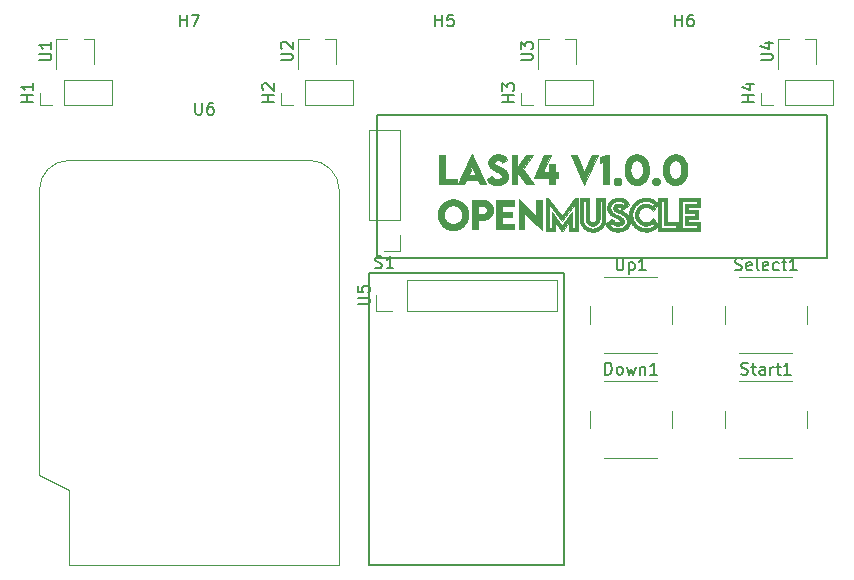
<source format=gbr>
%TF.GenerationSoftware,KiCad,Pcbnew,(6.0.7)*%
%TF.CreationDate,2023-02-03T07:15:45-06:00*%
%TF.ProjectId,LASK4,4c41534b-342e-46b6-9963-61645f706362,rev?*%
%TF.SameCoordinates,Original*%
%TF.FileFunction,Legend,Top*%
%TF.FilePolarity,Positive*%
%FSLAX46Y46*%
G04 Gerber Fmt 4.6, Leading zero omitted, Abs format (unit mm)*
G04 Created by KiCad (PCBNEW (6.0.7)) date 2023-02-03 07:15:45*
%MOMM*%
%LPD*%
G01*
G04 APERTURE LIST*
%ADD10C,0.100000*%
%ADD11C,0.150000*%
%ADD12C,0.120000*%
G04 APERTURE END LIST*
D10*
G36*
X168362037Y-89565674D02*
G01*
X168370335Y-89500572D01*
X168381808Y-89436492D01*
X168396373Y-89373517D01*
X168413946Y-89311730D01*
X168434446Y-89251214D01*
X168457787Y-89192052D01*
X168483888Y-89134328D01*
X168512664Y-89078124D01*
X168544033Y-89023524D01*
X168577912Y-88970611D01*
X168614218Y-88919469D01*
X168652866Y-88870180D01*
X168693775Y-88822828D01*
X168736860Y-88777495D01*
X168782039Y-88734265D01*
X168829229Y-88693222D01*
X168878345Y-88654448D01*
X168929306Y-88618026D01*
X168982028Y-88584040D01*
X169036428Y-88552573D01*
X169092422Y-88523708D01*
X169149928Y-88497529D01*
X169208862Y-88474117D01*
X169269140Y-88453558D01*
X169330681Y-88435933D01*
X169393401Y-88421326D01*
X169457215Y-88409820D01*
X169522043Y-88401499D01*
X169587799Y-88396445D01*
X169654401Y-88394742D01*
X169654401Y-88394741D01*
X169721008Y-88396444D01*
X169786778Y-88401498D01*
X169851626Y-88409819D01*
X169915470Y-88421325D01*
X169978225Y-88435932D01*
X170039808Y-88453557D01*
X170100136Y-88474116D01*
X170159123Y-88497528D01*
X170216687Y-88523707D01*
X170272743Y-88552572D01*
X170327208Y-88584039D01*
X170379999Y-88618025D01*
X170431031Y-88654447D01*
X170480220Y-88693221D01*
X170527483Y-88734264D01*
X170572737Y-88777494D01*
X170615897Y-88822827D01*
X170656879Y-88870179D01*
X170695600Y-88919468D01*
X170731976Y-88970611D01*
X170765924Y-89023523D01*
X170797359Y-89078123D01*
X170826197Y-89134327D01*
X170852356Y-89192051D01*
X170875751Y-89251213D01*
X170896298Y-89311729D01*
X170913914Y-89373516D01*
X170928515Y-89436491D01*
X170940017Y-89500571D01*
X170948337Y-89565673D01*
X170953390Y-89631713D01*
X170955093Y-89698608D01*
X170953381Y-89764942D01*
X170948301Y-89830437D01*
X170939940Y-89895011D01*
X170928382Y-89958580D01*
X170913712Y-90021062D01*
X170896016Y-90082373D01*
X170875378Y-90142431D01*
X170851885Y-90201152D01*
X170825621Y-90258452D01*
X170796671Y-90314249D01*
X170765121Y-90368460D01*
X170731056Y-90421002D01*
X170694561Y-90471791D01*
X170655721Y-90520744D01*
X170614622Y-90567778D01*
X170571348Y-90612811D01*
X170525986Y-90655758D01*
X170478620Y-90696536D01*
X170429335Y-90735064D01*
X170378217Y-90771257D01*
X170325350Y-90805032D01*
X170270821Y-90836306D01*
X170214714Y-90864997D01*
X170157114Y-90891020D01*
X170098108Y-90914293D01*
X170037779Y-90934733D01*
X169976213Y-90952256D01*
X169913496Y-90966780D01*
X169849712Y-90978221D01*
X169784947Y-90986496D01*
X169719286Y-90991522D01*
X169652814Y-90993216D01*
X169586356Y-90991521D01*
X169520735Y-90986493D01*
X169456034Y-90978215D01*
X169392337Y-90966769D01*
X169329728Y-90952240D01*
X169268289Y-90934711D01*
X169208105Y-90914264D01*
X169149258Y-90890983D01*
X169091833Y-90864952D01*
X169035912Y-90836253D01*
X168981580Y-90804971D01*
X168928919Y-90771187D01*
X168878013Y-90734987D01*
X168828946Y-90696452D01*
X168781801Y-90655666D01*
X168736662Y-90612712D01*
X168693611Y-90567674D01*
X168652733Y-90520635D01*
X168614111Y-90471678D01*
X168577829Y-90420886D01*
X168543969Y-90368344D01*
X168512616Y-90314133D01*
X168483852Y-90258338D01*
X168457762Y-90201041D01*
X168434429Y-90142326D01*
X168413936Y-90082276D01*
X168396367Y-90020975D01*
X168381805Y-89958505D01*
X168370333Y-89894951D01*
X168362036Y-89830394D01*
X168356997Y-89764919D01*
X168355298Y-89698609D01*
X168355379Y-89695434D01*
X168862239Y-89695434D01*
X168863271Y-89735874D01*
X168866333Y-89775802D01*
X168871375Y-89815166D01*
X168878347Y-89853917D01*
X168887198Y-89892004D01*
X168897878Y-89929375D01*
X168910336Y-89965982D01*
X168924524Y-90001772D01*
X168940389Y-90036695D01*
X168957882Y-90070702D01*
X168976953Y-90103740D01*
X168997552Y-90135760D01*
X169019627Y-90166712D01*
X169043129Y-90196543D01*
X169068008Y-90225205D01*
X169094212Y-90252646D01*
X169121693Y-90278816D01*
X169150399Y-90303664D01*
X169180281Y-90327140D01*
X169211287Y-90349192D01*
X169243369Y-90369771D01*
X169276474Y-90388826D01*
X169310554Y-90406306D01*
X169345558Y-90422161D01*
X169381436Y-90436340D01*
X169418136Y-90448793D01*
X169455610Y-90459468D01*
X169493807Y-90468316D01*
X169532676Y-90475286D01*
X169572167Y-90480327D01*
X169612230Y-90483389D01*
X169652814Y-90484421D01*
X169693548Y-90483390D01*
X169733759Y-90480330D01*
X169773398Y-90475293D01*
X169812414Y-90468327D01*
X169850756Y-90459485D01*
X169888374Y-90448816D01*
X169925218Y-90436370D01*
X169961236Y-90422199D01*
X169996378Y-90406352D01*
X170030594Y-90388880D01*
X170063832Y-90369833D01*
X170096043Y-90349262D01*
X170127176Y-90327217D01*
X170157180Y-90303750D01*
X170186005Y-90278909D01*
X170213599Y-90252746D01*
X170239913Y-90225310D01*
X170264896Y-90196654D01*
X170288497Y-90166826D01*
X170310666Y-90135877D01*
X170331352Y-90103858D01*
X170350505Y-90070819D01*
X170368073Y-90036811D01*
X170384008Y-90001884D01*
X170398256Y-89966088D01*
X170410770Y-89929474D01*
X170421496Y-89892092D01*
X170430386Y-89853993D01*
X170437389Y-89815228D01*
X170442453Y-89775845D01*
X170445529Y-89735897D01*
X170446565Y-89695434D01*
X170445524Y-89654700D01*
X170442435Y-89614489D01*
X170437351Y-89574850D01*
X170430321Y-89535834D01*
X170421398Y-89497492D01*
X170410633Y-89459874D01*
X170398078Y-89423030D01*
X170383784Y-89387012D01*
X170367803Y-89351870D01*
X170350185Y-89317654D01*
X170330983Y-89284416D01*
X170310247Y-89252205D01*
X170288030Y-89221072D01*
X170264383Y-89191068D01*
X170239357Y-89162244D01*
X170213003Y-89134649D01*
X170185374Y-89108335D01*
X170156520Y-89083353D01*
X170126493Y-89059751D01*
X170095345Y-89037582D01*
X170063127Y-89016896D01*
X170029890Y-88997744D01*
X169995686Y-88980175D01*
X169960566Y-88964241D01*
X169924581Y-88949992D01*
X169887784Y-88937479D01*
X169850226Y-88926753D01*
X169811958Y-88917863D01*
X169773031Y-88910860D01*
X169733497Y-88905796D01*
X169693408Y-88902720D01*
X169652814Y-88901684D01*
X169612230Y-88902720D01*
X169572167Y-88905796D01*
X169532676Y-88910860D01*
X169493807Y-88917863D01*
X169455611Y-88926753D01*
X169418137Y-88937479D01*
X169381437Y-88949992D01*
X169345559Y-88964241D01*
X169310555Y-88980175D01*
X169276475Y-88997744D01*
X169243370Y-89016896D01*
X169211288Y-89037582D01*
X169180282Y-89059751D01*
X169150400Y-89083353D01*
X169121694Y-89108335D01*
X169094213Y-89134649D01*
X169068008Y-89162244D01*
X169043130Y-89191068D01*
X169019628Y-89221072D01*
X168997552Y-89252205D01*
X168976954Y-89284416D01*
X168957883Y-89317654D01*
X168940389Y-89351870D01*
X168924524Y-89387012D01*
X168910337Y-89423030D01*
X168897878Y-89459874D01*
X168887198Y-89497492D01*
X168878347Y-89535834D01*
X168871375Y-89574850D01*
X168866333Y-89614489D01*
X168863271Y-89654700D01*
X168862239Y-89695434D01*
X168355379Y-89695434D01*
X168356997Y-89631714D01*
X168362037Y-89565674D01*
G37*
X168362037Y-89565674D02*
X168370335Y-89500572D01*
X168381808Y-89436492D01*
X168396373Y-89373517D01*
X168413946Y-89311730D01*
X168434446Y-89251214D01*
X168457787Y-89192052D01*
X168483888Y-89134328D01*
X168512664Y-89078124D01*
X168544033Y-89023524D01*
X168577912Y-88970611D01*
X168614218Y-88919469D01*
X168652866Y-88870180D01*
X168693775Y-88822828D01*
X168736860Y-88777495D01*
X168782039Y-88734265D01*
X168829229Y-88693222D01*
X168878345Y-88654448D01*
X168929306Y-88618026D01*
X168982028Y-88584040D01*
X169036428Y-88552573D01*
X169092422Y-88523708D01*
X169149928Y-88497529D01*
X169208862Y-88474117D01*
X169269140Y-88453558D01*
X169330681Y-88435933D01*
X169393401Y-88421326D01*
X169457215Y-88409820D01*
X169522043Y-88401499D01*
X169587799Y-88396445D01*
X169654401Y-88394742D01*
X169654401Y-88394741D01*
X169721008Y-88396444D01*
X169786778Y-88401498D01*
X169851626Y-88409819D01*
X169915470Y-88421325D01*
X169978225Y-88435932D01*
X170039808Y-88453557D01*
X170100136Y-88474116D01*
X170159123Y-88497528D01*
X170216687Y-88523707D01*
X170272743Y-88552572D01*
X170327208Y-88584039D01*
X170379999Y-88618025D01*
X170431031Y-88654447D01*
X170480220Y-88693221D01*
X170527483Y-88734264D01*
X170572737Y-88777494D01*
X170615897Y-88822827D01*
X170656879Y-88870179D01*
X170695600Y-88919468D01*
X170731976Y-88970611D01*
X170765924Y-89023523D01*
X170797359Y-89078123D01*
X170826197Y-89134327D01*
X170852356Y-89192051D01*
X170875751Y-89251213D01*
X170896298Y-89311729D01*
X170913914Y-89373516D01*
X170928515Y-89436491D01*
X170940017Y-89500571D01*
X170948337Y-89565673D01*
X170953390Y-89631713D01*
X170955093Y-89698608D01*
X170953381Y-89764942D01*
X170948301Y-89830437D01*
X170939940Y-89895011D01*
X170928382Y-89958580D01*
X170913712Y-90021062D01*
X170896016Y-90082373D01*
X170875378Y-90142431D01*
X170851885Y-90201152D01*
X170825621Y-90258452D01*
X170796671Y-90314249D01*
X170765121Y-90368460D01*
X170731056Y-90421002D01*
X170694561Y-90471791D01*
X170655721Y-90520744D01*
X170614622Y-90567778D01*
X170571348Y-90612811D01*
X170525986Y-90655758D01*
X170478620Y-90696536D01*
X170429335Y-90735064D01*
X170378217Y-90771257D01*
X170325350Y-90805032D01*
X170270821Y-90836306D01*
X170214714Y-90864997D01*
X170157114Y-90891020D01*
X170098108Y-90914293D01*
X170037779Y-90934733D01*
X169976213Y-90952256D01*
X169913496Y-90966780D01*
X169849712Y-90978221D01*
X169784947Y-90986496D01*
X169719286Y-90991522D01*
X169652814Y-90993216D01*
X169586356Y-90991521D01*
X169520735Y-90986493D01*
X169456034Y-90978215D01*
X169392337Y-90966769D01*
X169329728Y-90952240D01*
X169268289Y-90934711D01*
X169208105Y-90914264D01*
X169149258Y-90890983D01*
X169091833Y-90864952D01*
X169035912Y-90836253D01*
X168981580Y-90804971D01*
X168928919Y-90771187D01*
X168878013Y-90734987D01*
X168828946Y-90696452D01*
X168781801Y-90655666D01*
X168736662Y-90612712D01*
X168693611Y-90567674D01*
X168652733Y-90520635D01*
X168614111Y-90471678D01*
X168577829Y-90420886D01*
X168543969Y-90368344D01*
X168512616Y-90314133D01*
X168483852Y-90258338D01*
X168457762Y-90201041D01*
X168434429Y-90142326D01*
X168413936Y-90082276D01*
X168396367Y-90020975D01*
X168381805Y-89958505D01*
X168370333Y-89894951D01*
X168362036Y-89830394D01*
X168356997Y-89764919D01*
X168355298Y-89698609D01*
X168355379Y-89695434D01*
X168862239Y-89695434D01*
X168863271Y-89735874D01*
X168866333Y-89775802D01*
X168871375Y-89815166D01*
X168878347Y-89853917D01*
X168887198Y-89892004D01*
X168897878Y-89929375D01*
X168910336Y-89965982D01*
X168924524Y-90001772D01*
X168940389Y-90036695D01*
X168957882Y-90070702D01*
X168976953Y-90103740D01*
X168997552Y-90135760D01*
X169019627Y-90166712D01*
X169043129Y-90196543D01*
X169068008Y-90225205D01*
X169094212Y-90252646D01*
X169121693Y-90278816D01*
X169150399Y-90303664D01*
X169180281Y-90327140D01*
X169211287Y-90349192D01*
X169243369Y-90369771D01*
X169276474Y-90388826D01*
X169310554Y-90406306D01*
X169345558Y-90422161D01*
X169381436Y-90436340D01*
X169418136Y-90448793D01*
X169455610Y-90459468D01*
X169493807Y-90468316D01*
X169532676Y-90475286D01*
X169572167Y-90480327D01*
X169612230Y-90483389D01*
X169652814Y-90484421D01*
X169693548Y-90483390D01*
X169733759Y-90480330D01*
X169773398Y-90475293D01*
X169812414Y-90468327D01*
X169850756Y-90459485D01*
X169888374Y-90448816D01*
X169925218Y-90436370D01*
X169961236Y-90422199D01*
X169996378Y-90406352D01*
X170030594Y-90388880D01*
X170063832Y-90369833D01*
X170096043Y-90349262D01*
X170127176Y-90327217D01*
X170157180Y-90303750D01*
X170186005Y-90278909D01*
X170213599Y-90252746D01*
X170239913Y-90225310D01*
X170264896Y-90196654D01*
X170288497Y-90166826D01*
X170310666Y-90135877D01*
X170331352Y-90103858D01*
X170350505Y-90070819D01*
X170368073Y-90036811D01*
X170384008Y-90001884D01*
X170398256Y-89966088D01*
X170410770Y-89929474D01*
X170421496Y-89892092D01*
X170430386Y-89853993D01*
X170437389Y-89815228D01*
X170442453Y-89775845D01*
X170445529Y-89735897D01*
X170446565Y-89695434D01*
X170445524Y-89654700D01*
X170442435Y-89614489D01*
X170437351Y-89574850D01*
X170430321Y-89535834D01*
X170421398Y-89497492D01*
X170410633Y-89459874D01*
X170398078Y-89423030D01*
X170383784Y-89387012D01*
X170367803Y-89351870D01*
X170350185Y-89317654D01*
X170330983Y-89284416D01*
X170310247Y-89252205D01*
X170288030Y-89221072D01*
X170264383Y-89191068D01*
X170239357Y-89162244D01*
X170213003Y-89134649D01*
X170185374Y-89108335D01*
X170156520Y-89083353D01*
X170126493Y-89059751D01*
X170095345Y-89037582D01*
X170063127Y-89016896D01*
X170029890Y-88997744D01*
X169995686Y-88980175D01*
X169960566Y-88964241D01*
X169924581Y-88949992D01*
X169887784Y-88937479D01*
X169850226Y-88926753D01*
X169811958Y-88917863D01*
X169773031Y-88910860D01*
X169733497Y-88905796D01*
X169693408Y-88902720D01*
X169652814Y-88901684D01*
X169612230Y-88902720D01*
X169572167Y-88905796D01*
X169532676Y-88910860D01*
X169493807Y-88917863D01*
X169455611Y-88926753D01*
X169418137Y-88937479D01*
X169381437Y-88949992D01*
X169345559Y-88964241D01*
X169310555Y-88980175D01*
X169276475Y-88997744D01*
X169243370Y-89016896D01*
X169211288Y-89037582D01*
X169180282Y-89059751D01*
X169150400Y-89083353D01*
X169121694Y-89108335D01*
X169094213Y-89134649D01*
X169068008Y-89162244D01*
X169043130Y-89191068D01*
X169019628Y-89221072D01*
X168997552Y-89252205D01*
X168976954Y-89284416D01*
X168957883Y-89317654D01*
X168940389Y-89351870D01*
X168924524Y-89387012D01*
X168910337Y-89423030D01*
X168897878Y-89459874D01*
X168887198Y-89497492D01*
X168878347Y-89535834D01*
X168871375Y-89574850D01*
X168866333Y-89614489D01*
X168863271Y-89654700D01*
X168862239Y-89695434D01*
X168355379Y-89695434D01*
X168356997Y-89631714D01*
X168362037Y-89565674D01*
D11*
X163195000Y-81280000D02*
X201295000Y-81280000D01*
X201295000Y-81280000D02*
X201295000Y-93345000D01*
X201295000Y-93345000D02*
X163195000Y-93345000D01*
X163195000Y-93345000D02*
X163195000Y-81280000D01*
D10*
G36*
X177733716Y-88251602D02*
G01*
X178862954Y-89809101D01*
X179990606Y-88251602D01*
X180218149Y-88251602D01*
X180218149Y-91077353D01*
X179451387Y-91077353D01*
X179451387Y-90282808D01*
X178933862Y-91035549D01*
X178794958Y-91035549D01*
X178752363Y-90978398D01*
X178272935Y-90282015D01*
X178272935Y-91077353D01*
X177506177Y-91077353D01*
X177506177Y-88753252D01*
X177771024Y-88753252D01*
X177771024Y-90812769D01*
X178008619Y-90812769D01*
X178008619Y-89431646D01*
X178863222Y-90672012D01*
X179716504Y-89430851D01*
X179716504Y-90812769D01*
X179954099Y-90812769D01*
X179954167Y-90812703D01*
X179954234Y-90812637D01*
X179954300Y-90812571D01*
X179954366Y-90812504D01*
X179954366Y-88753517D01*
X178863489Y-90260319D01*
X178536670Y-89809469D01*
X178862687Y-89809469D01*
X178863222Y-89809469D01*
X178862954Y-89809101D01*
X178862687Y-89809469D01*
X178536670Y-89809469D01*
X177771024Y-88753252D01*
X177506177Y-88753252D01*
X177506177Y-88251602D01*
X177733716Y-88251602D01*
G37*
X177733716Y-88251602D02*
X178862954Y-89809101D01*
X179990606Y-88251602D01*
X180218149Y-88251602D01*
X180218149Y-91077353D01*
X179451387Y-91077353D01*
X179451387Y-90282808D01*
X178933862Y-91035549D01*
X178794958Y-91035549D01*
X178752363Y-90978398D01*
X178272935Y-90282015D01*
X178272935Y-91077353D01*
X177506177Y-91077353D01*
X177506177Y-88753252D01*
X177771024Y-88753252D01*
X177771024Y-90812769D01*
X178008619Y-90812769D01*
X178008619Y-89431646D01*
X178863222Y-90672012D01*
X179716504Y-89430851D01*
X179716504Y-90812769D01*
X179954099Y-90812769D01*
X179954167Y-90812703D01*
X179954234Y-90812637D01*
X179954300Y-90812571D01*
X179954366Y-90812504D01*
X179954366Y-88753517D01*
X178863489Y-90260319D01*
X178536670Y-89809469D01*
X178862687Y-89809469D01*
X178863222Y-89809469D01*
X178862954Y-89809101D01*
X178862687Y-89809469D01*
X178536670Y-89809469D01*
X177771024Y-88753252D01*
X177506177Y-88753252D01*
X177506177Y-88251602D01*
X177733716Y-88251602D01*
G36*
X172158151Y-88445806D02*
G01*
X172158151Y-88445805D01*
X172203226Y-88446913D01*
X172247726Y-88450200D01*
X172291597Y-88455611D01*
X172334781Y-88463093D01*
X172377223Y-88472589D01*
X172418865Y-88484046D01*
X172459653Y-88497408D01*
X172499530Y-88512620D01*
X172538439Y-88529629D01*
X172576325Y-88548379D01*
X172613131Y-88568816D01*
X172648801Y-88590885D01*
X172683278Y-88614530D01*
X172716508Y-88639698D01*
X172748433Y-88666333D01*
X172778997Y-88694381D01*
X172808144Y-88723787D01*
X172835818Y-88754497D01*
X172861962Y-88786455D01*
X172886522Y-88819607D01*
X172909439Y-88853898D01*
X172930658Y-88889273D01*
X172950123Y-88925678D01*
X172967778Y-88963058D01*
X172983566Y-89001357D01*
X172997432Y-89040523D01*
X173009318Y-89080498D01*
X173019169Y-89121230D01*
X173026929Y-89162663D01*
X173032542Y-89204742D01*
X173035951Y-89247412D01*
X173037099Y-89290620D01*
X173035951Y-89333819D01*
X173032542Y-89376466D01*
X173026930Y-89418505D01*
X173019170Y-89459885D01*
X173009318Y-89500551D01*
X172997432Y-89540449D01*
X172983567Y-89579526D01*
X172967779Y-89617728D01*
X172950124Y-89655001D01*
X172930659Y-89691292D01*
X172909440Y-89726547D01*
X172886523Y-89760712D01*
X172861964Y-89793734D01*
X172835819Y-89825559D01*
X172808145Y-89856133D01*
X172778998Y-89885403D01*
X172748434Y-89913315D01*
X172716509Y-89939815D01*
X172683280Y-89964850D01*
X172648802Y-89988366D01*
X172613132Y-90010309D01*
X172576327Y-90030625D01*
X172538441Y-90049261D01*
X172499531Y-90066164D01*
X172459655Y-90081279D01*
X172418867Y-90094552D01*
X172377224Y-90105931D01*
X172334782Y-90115362D01*
X172291598Y-90122790D01*
X172247727Y-90128162D01*
X172203226Y-90131425D01*
X172158151Y-90132525D01*
X171782974Y-90132525D01*
X171782974Y-90944794D01*
X171280794Y-90944794D01*
X171280794Y-89634843D01*
X171782974Y-89634843D01*
X172158151Y-89636431D01*
X172177506Y-89636115D01*
X172196610Y-89634886D01*
X172215440Y-89632766D01*
X172233973Y-89629778D01*
X172252183Y-89625945D01*
X172270048Y-89621289D01*
X172287543Y-89615833D01*
X172304644Y-89609600D01*
X172321328Y-89602614D01*
X172337571Y-89594895D01*
X172353349Y-89586468D01*
X172368637Y-89577355D01*
X172383413Y-89567579D01*
X172397652Y-89557163D01*
X172411330Y-89546129D01*
X172424423Y-89534500D01*
X172436908Y-89522299D01*
X172448761Y-89509549D01*
X172459957Y-89496272D01*
X172470473Y-89482492D01*
X172480285Y-89468230D01*
X172489369Y-89453510D01*
X172497702Y-89438355D01*
X172505258Y-89422788D01*
X172512016Y-89406830D01*
X172517949Y-89390505D01*
X172523036Y-89373836D01*
X172527251Y-89356846D01*
X172530571Y-89339556D01*
X172532972Y-89321991D01*
X172534430Y-89304172D01*
X172534921Y-89286122D01*
X172534430Y-89268495D01*
X172532972Y-89251099D01*
X172530571Y-89233955D01*
X172527251Y-89217085D01*
X172523036Y-89200511D01*
X172517949Y-89184254D01*
X172512016Y-89168335D01*
X172505258Y-89152777D01*
X172497702Y-89137600D01*
X172489369Y-89122827D01*
X172480285Y-89108478D01*
X172470473Y-89094576D01*
X172459957Y-89081142D01*
X172448761Y-89068198D01*
X172436908Y-89055764D01*
X172424423Y-89043864D01*
X172411330Y-89032517D01*
X172397652Y-89021746D01*
X172383413Y-89011573D01*
X172368637Y-89002019D01*
X172353349Y-88993105D01*
X172337571Y-88984853D01*
X172321328Y-88977284D01*
X172304644Y-88970421D01*
X172287543Y-88964285D01*
X172270048Y-88958896D01*
X172252183Y-88954278D01*
X172233973Y-88950451D01*
X172215440Y-88947437D01*
X172196610Y-88945257D01*
X172177506Y-88943933D01*
X172158151Y-88943487D01*
X171782974Y-88943487D01*
X171782974Y-89634843D01*
X171280794Y-89634843D01*
X171280794Y-88445806D01*
X172158151Y-88445806D01*
G37*
X172158151Y-88445806D02*
X172158151Y-88445805D01*
X172203226Y-88446913D01*
X172247726Y-88450200D01*
X172291597Y-88455611D01*
X172334781Y-88463093D01*
X172377223Y-88472589D01*
X172418865Y-88484046D01*
X172459653Y-88497408D01*
X172499530Y-88512620D01*
X172538439Y-88529629D01*
X172576325Y-88548379D01*
X172613131Y-88568816D01*
X172648801Y-88590885D01*
X172683278Y-88614530D01*
X172716508Y-88639698D01*
X172748433Y-88666333D01*
X172778997Y-88694381D01*
X172808144Y-88723787D01*
X172835818Y-88754497D01*
X172861962Y-88786455D01*
X172886522Y-88819607D01*
X172909439Y-88853898D01*
X172930658Y-88889273D01*
X172950123Y-88925678D01*
X172967778Y-88963058D01*
X172983566Y-89001357D01*
X172997432Y-89040523D01*
X173009318Y-89080498D01*
X173019169Y-89121230D01*
X173026929Y-89162663D01*
X173032542Y-89204742D01*
X173035951Y-89247412D01*
X173037099Y-89290620D01*
X173035951Y-89333819D01*
X173032542Y-89376466D01*
X173026930Y-89418505D01*
X173019170Y-89459885D01*
X173009318Y-89500551D01*
X172997432Y-89540449D01*
X172983567Y-89579526D01*
X172967779Y-89617728D01*
X172950124Y-89655001D01*
X172930659Y-89691292D01*
X172909440Y-89726547D01*
X172886523Y-89760712D01*
X172861964Y-89793734D01*
X172835819Y-89825559D01*
X172808145Y-89856133D01*
X172778998Y-89885403D01*
X172748434Y-89913315D01*
X172716509Y-89939815D01*
X172683280Y-89964850D01*
X172648802Y-89988366D01*
X172613132Y-90010309D01*
X172576327Y-90030625D01*
X172538441Y-90049261D01*
X172499531Y-90066164D01*
X172459655Y-90081279D01*
X172418867Y-90094552D01*
X172377224Y-90105931D01*
X172334782Y-90115362D01*
X172291598Y-90122790D01*
X172247727Y-90128162D01*
X172203226Y-90131425D01*
X172158151Y-90132525D01*
X171782974Y-90132525D01*
X171782974Y-90944794D01*
X171280794Y-90944794D01*
X171280794Y-89634843D01*
X171782974Y-89634843D01*
X172158151Y-89636431D01*
X172177506Y-89636115D01*
X172196610Y-89634886D01*
X172215440Y-89632766D01*
X172233973Y-89629778D01*
X172252183Y-89625945D01*
X172270048Y-89621289D01*
X172287543Y-89615833D01*
X172304644Y-89609600D01*
X172321328Y-89602614D01*
X172337571Y-89594895D01*
X172353349Y-89586468D01*
X172368637Y-89577355D01*
X172383413Y-89567579D01*
X172397652Y-89557163D01*
X172411330Y-89546129D01*
X172424423Y-89534500D01*
X172436908Y-89522299D01*
X172448761Y-89509549D01*
X172459957Y-89496272D01*
X172470473Y-89482492D01*
X172480285Y-89468230D01*
X172489369Y-89453510D01*
X172497702Y-89438355D01*
X172505258Y-89422788D01*
X172512016Y-89406830D01*
X172517949Y-89390505D01*
X172523036Y-89373836D01*
X172527251Y-89356846D01*
X172530571Y-89339556D01*
X172532972Y-89321991D01*
X172534430Y-89304172D01*
X172534921Y-89286122D01*
X172534430Y-89268495D01*
X172532972Y-89251099D01*
X172530571Y-89233955D01*
X172527251Y-89217085D01*
X172523036Y-89200511D01*
X172517949Y-89184254D01*
X172512016Y-89168335D01*
X172505258Y-89152777D01*
X172497702Y-89137600D01*
X172489369Y-89122827D01*
X172480285Y-89108478D01*
X172470473Y-89094576D01*
X172459957Y-89081142D01*
X172448761Y-89068198D01*
X172436908Y-89055764D01*
X172424423Y-89043864D01*
X172411330Y-89032517D01*
X172397652Y-89021746D01*
X172383413Y-89011573D01*
X172368637Y-89002019D01*
X172353349Y-88993105D01*
X172337571Y-88984853D01*
X172321328Y-88977284D01*
X172304644Y-88970421D01*
X172287543Y-88964285D01*
X172270048Y-88958896D01*
X172252183Y-88954278D01*
X172233973Y-88950451D01*
X172215440Y-88947437D01*
X172196610Y-88945257D01*
X172177506Y-88943933D01*
X172158151Y-88943487D01*
X171782974Y-88943487D01*
X171782974Y-89634843D01*
X171280794Y-89634843D01*
X171280794Y-88445806D01*
X172158151Y-88445806D01*
D11*
X162560000Y-94615000D02*
X179070000Y-94615000D01*
X179070000Y-94615000D02*
X179070000Y-119380000D01*
X179070000Y-119380000D02*
X162560000Y-119380000D01*
X162560000Y-119380000D02*
X162560000Y-94615000D01*
D10*
G36*
X168966220Y-86635792D02*
G01*
X169970842Y-86635792D01*
X169970842Y-87135060D01*
X168463775Y-87135060D01*
X168463775Y-84635807D01*
X168966220Y-84635807D01*
X168966220Y-86635792D01*
G37*
X168966220Y-86635792D02*
X169970842Y-86635792D01*
X169970842Y-87135060D01*
X168463775Y-87135060D01*
X168463775Y-84635807D01*
X168966220Y-84635807D01*
X168966220Y-86635792D01*
G36*
X174826211Y-88940578D02*
G01*
X173821588Y-88940578D01*
X173821588Y-89428733D01*
X174683603Y-89428733D01*
X174683603Y-89929590D01*
X173821588Y-89929590D01*
X173821588Y-90445791D01*
X174826211Y-90445791D01*
X174826211Y-90945061D01*
X173319410Y-90945061D01*
X173319410Y-88445806D01*
X174826211Y-88445806D01*
X174826211Y-88940578D01*
G37*
X174826211Y-88940578D02*
X173821588Y-88940578D01*
X173821588Y-89428733D01*
X174683603Y-89428733D01*
X174683603Y-89929590D01*
X173821588Y-89929590D01*
X173821588Y-90445791D01*
X174826211Y-90445791D01*
X174826211Y-90945061D01*
X173319410Y-90945061D01*
X173319410Y-88445806D01*
X174826211Y-88445806D01*
X174826211Y-88940578D01*
G36*
X186957620Y-90704025D02*
G01*
X186903110Y-90756108D01*
X186848180Y-90804622D01*
X186792763Y-90849597D01*
X186736792Y-90891061D01*
X186680201Y-90929044D01*
X186622924Y-90963573D01*
X186564893Y-90994677D01*
X186506042Y-91022386D01*
X186446304Y-91046727D01*
X186385613Y-91067730D01*
X186323902Y-91085422D01*
X186261104Y-91099834D01*
X186197153Y-91110993D01*
X186131982Y-91118929D01*
X186065524Y-91123669D01*
X185997712Y-91125242D01*
X185923772Y-91123381D01*
X185850789Y-91117856D01*
X185778855Y-91108759D01*
X185708061Y-91096180D01*
X185638498Y-91080209D01*
X185570257Y-91060936D01*
X185503430Y-91038453D01*
X185438107Y-91012848D01*
X185374380Y-90984213D01*
X185312340Y-90952638D01*
X185252077Y-90918213D01*
X185193684Y-90881029D01*
X185137250Y-90841176D01*
X185082868Y-90798744D01*
X185030628Y-90753824D01*
X184980622Y-90706506D01*
X184932941Y-90656880D01*
X184887675Y-90605037D01*
X184844916Y-90551067D01*
X184804755Y-90495061D01*
X184767284Y-90437108D01*
X184732593Y-90377300D01*
X184700773Y-90315726D01*
X184671915Y-90252477D01*
X184646112Y-90187643D01*
X184623453Y-90121314D01*
X184612277Y-90082341D01*
X184611448Y-90077510D01*
X184602562Y-90037930D01*
X184591868Y-89999643D01*
X184590524Y-89995644D01*
X184587934Y-89984536D01*
X184575257Y-89914266D01*
X184566089Y-89842864D01*
X184560521Y-89770418D01*
X184558645Y-89697022D01*
X184823228Y-89697022D01*
X184824791Y-89755856D01*
X184829424Y-89814037D01*
X184837049Y-89871485D01*
X184847584Y-89928120D01*
X184860949Y-89983864D01*
X184877064Y-90038635D01*
X184895848Y-90092355D01*
X184917221Y-90144944D01*
X184941102Y-90196322D01*
X184967411Y-90246410D01*
X184996068Y-90295128D01*
X185026992Y-90342396D01*
X185060102Y-90388134D01*
X185095319Y-90432264D01*
X185132561Y-90474705D01*
X185171749Y-90515377D01*
X185212802Y-90554202D01*
X185255640Y-90591099D01*
X185300182Y-90625989D01*
X185346347Y-90658792D01*
X185394056Y-90689428D01*
X185443228Y-90717819D01*
X185493782Y-90743883D01*
X185545638Y-90767542D01*
X185598716Y-90788716D01*
X185652935Y-90807325D01*
X185708215Y-90823289D01*
X185764476Y-90836530D01*
X185821636Y-90846967D01*
X185879616Y-90854520D01*
X185938335Y-90859111D01*
X185997712Y-90860659D01*
X185997716Y-90860924D01*
X186046219Y-90859940D01*
X186093740Y-90856970D01*
X186140338Y-90851989D01*
X186186074Y-90844970D01*
X186231007Y-90835888D01*
X186275196Y-90824717D01*
X186318702Y-90811430D01*
X186361584Y-90796002D01*
X186403901Y-90778406D01*
X186445714Y-90758617D01*
X186487082Y-90736609D01*
X186528065Y-90712356D01*
X186568722Y-90685831D01*
X186609113Y-90657010D01*
X186649298Y-90625865D01*
X186689336Y-90592371D01*
X186553338Y-90400814D01*
X186518771Y-90427448D01*
X186484029Y-90452380D01*
X186449117Y-90475608D01*
X186414040Y-90497130D01*
X186378804Y-90516944D01*
X186343413Y-90535047D01*
X186307872Y-90551437D01*
X186272187Y-90566111D01*
X186236362Y-90579068D01*
X186200402Y-90590305D01*
X186164313Y-90599820D01*
X186128100Y-90607610D01*
X186091767Y-90613672D01*
X186055320Y-90618006D01*
X186018764Y-90620608D01*
X185982103Y-90621475D01*
X185941394Y-90620373D01*
X185900492Y-90617094D01*
X185859495Y-90611675D01*
X185818501Y-90604158D01*
X185777606Y-90594579D01*
X185736908Y-90582980D01*
X185696504Y-90569399D01*
X185656492Y-90553874D01*
X185616970Y-90536446D01*
X185578033Y-90517154D01*
X185539781Y-90496036D01*
X185502310Y-90473131D01*
X185465717Y-90448480D01*
X185430101Y-90422120D01*
X185395558Y-90394091D01*
X185362185Y-90364433D01*
X185330081Y-90333184D01*
X185299342Y-90300384D01*
X185270067Y-90266071D01*
X185242351Y-90230285D01*
X185216293Y-90193066D01*
X185191990Y-90154451D01*
X185169540Y-90114481D01*
X185149039Y-90073193D01*
X185130586Y-90030629D01*
X185114277Y-89986826D01*
X185100210Y-89941824D01*
X185088482Y-89895662D01*
X185079191Y-89848380D01*
X185072434Y-89800015D01*
X185068308Y-89750608D01*
X185066911Y-89700197D01*
X185331491Y-89700197D01*
X185332485Y-89735137D01*
X185335423Y-89769487D01*
X185340233Y-89803214D01*
X185346848Y-89836284D01*
X185355196Y-89868662D01*
X185365209Y-89900315D01*
X185376817Y-89931208D01*
X185389951Y-89961307D01*
X185404541Y-89990579D01*
X185420518Y-90018989D01*
X185437812Y-90046502D01*
X185456353Y-90073085D01*
X185476072Y-90098704D01*
X185496900Y-90123325D01*
X185518767Y-90146913D01*
X185541603Y-90169435D01*
X185565339Y-90190856D01*
X185589906Y-90211142D01*
X185615233Y-90230259D01*
X185641252Y-90248173D01*
X185667893Y-90264850D01*
X185695086Y-90280256D01*
X185722761Y-90294356D01*
X185750851Y-90307117D01*
X185779283Y-90318505D01*
X185807990Y-90328484D01*
X185836902Y-90337022D01*
X185865949Y-90344084D01*
X185895062Y-90349636D01*
X185924171Y-90353644D01*
X185953206Y-90356074D01*
X185982099Y-90356892D01*
X186013463Y-90355942D01*
X186044760Y-90353088D01*
X186076003Y-90348323D01*
X186107205Y-90341641D01*
X186138379Y-90333035D01*
X186169538Y-90322499D01*
X186200695Y-90310025D01*
X186231864Y-90295608D01*
X186263058Y-90279241D01*
X186294290Y-90260916D01*
X186325574Y-90240629D01*
X186356922Y-90218371D01*
X186388347Y-90194136D01*
X186419863Y-90167918D01*
X186451483Y-90139711D01*
X186483220Y-90109507D01*
X186594083Y-90000763D01*
X186594083Y-90000765D01*
X187014238Y-90592373D01*
X187014238Y-88799820D01*
X186590642Y-89377405D01*
X186481634Y-89270514D01*
X186460673Y-89250513D01*
X186438197Y-89230245D01*
X186414239Y-89209922D01*
X186388835Y-89189762D01*
X186362018Y-89169978D01*
X186333823Y-89150786D01*
X186304285Y-89132401D01*
X186273438Y-89115038D01*
X186241317Y-89098912D01*
X186207956Y-89084238D01*
X186173389Y-89071232D01*
X186137652Y-89060108D01*
X186100779Y-89051081D01*
X186062803Y-89044368D01*
X186023761Y-89040181D01*
X185983686Y-89038738D01*
X185951786Y-89039653D01*
X185920115Y-89042362D01*
X185888726Y-89046813D01*
X185857669Y-89052955D01*
X185826996Y-89060735D01*
X185796757Y-89070102D01*
X185767005Y-89081003D01*
X185737791Y-89093387D01*
X185709166Y-89107202D01*
X185681181Y-89122394D01*
X185653888Y-89138914D01*
X185627338Y-89156708D01*
X185601583Y-89175725D01*
X185576673Y-89195912D01*
X185552661Y-89217218D01*
X185529598Y-89239590D01*
X185507534Y-89262977D01*
X185486522Y-89287327D01*
X185466612Y-89312588D01*
X185447856Y-89338707D01*
X185430306Y-89365633D01*
X185414012Y-89393314D01*
X185399026Y-89421698D01*
X185385400Y-89450732D01*
X185373184Y-89480365D01*
X185362431Y-89510545D01*
X185353191Y-89541220D01*
X185345516Y-89572338D01*
X185339457Y-89603846D01*
X185335066Y-89635694D01*
X185332393Y-89667828D01*
X185331491Y-89700197D01*
X185066911Y-89700197D01*
X185068155Y-89654150D01*
X185071841Y-89608523D01*
X185077902Y-89563387D01*
X185086271Y-89518809D01*
X185096880Y-89474857D01*
X185109662Y-89431600D01*
X185124549Y-89389105D01*
X185141474Y-89347442D01*
X185160369Y-89306677D01*
X185181168Y-89266880D01*
X185203801Y-89228119D01*
X185228203Y-89190461D01*
X185254306Y-89153976D01*
X185282042Y-89118730D01*
X185311343Y-89084793D01*
X185342143Y-89052233D01*
X185374374Y-89021117D01*
X185407969Y-88991515D01*
X185442859Y-88963494D01*
X185478978Y-88937123D01*
X185516258Y-88912469D01*
X185554632Y-88889601D01*
X185594032Y-88868587D01*
X185634391Y-88849496D01*
X185675642Y-88832395D01*
X185717716Y-88817353D01*
X185760547Y-88804438D01*
X185804067Y-88793718D01*
X185848209Y-88785262D01*
X185892905Y-88779137D01*
X185938088Y-88775413D01*
X185983690Y-88774156D01*
X186020801Y-88774988D01*
X186057804Y-88777481D01*
X186094679Y-88781624D01*
X186131403Y-88787410D01*
X186167957Y-88794829D01*
X186204319Y-88803875D01*
X186240469Y-88814537D01*
X186276386Y-88826808D01*
X186312048Y-88840678D01*
X186347435Y-88856140D01*
X186382526Y-88873185D01*
X186417300Y-88891804D01*
X186451736Y-88911989D01*
X186485813Y-88933731D01*
X186519511Y-88957022D01*
X186552808Y-88981854D01*
X186686689Y-88799026D01*
X186646270Y-88766493D01*
X186605472Y-88736063D01*
X186564280Y-88707727D01*
X186522680Y-88681480D01*
X186480658Y-88657316D01*
X186438201Y-88635226D01*
X186395294Y-88615206D01*
X186351924Y-88597248D01*
X186308076Y-88581345D01*
X186263737Y-88567492D01*
X186218892Y-88555681D01*
X186173528Y-88545906D01*
X186127631Y-88538161D01*
X186081186Y-88532438D01*
X186034181Y-88528731D01*
X185986600Y-88527034D01*
X185927860Y-88528590D01*
X185869763Y-88533206D01*
X185812388Y-88540801D01*
X185755817Y-88551294D01*
X185700129Y-88564607D01*
X185645404Y-88580659D01*
X185591723Y-88599370D01*
X185539166Y-88620659D01*
X185487812Y-88644447D01*
X185437742Y-88670654D01*
X185389037Y-88699199D01*
X185341775Y-88730003D01*
X185296038Y-88762985D01*
X185251905Y-88798065D01*
X185209457Y-88835164D01*
X185168774Y-88874201D01*
X185129935Y-88915095D01*
X185093022Y-88957768D01*
X185058114Y-89002138D01*
X185025290Y-89048126D01*
X184994632Y-89095652D01*
X184966220Y-89144636D01*
X184940133Y-89194997D01*
X184916453Y-89246655D01*
X184895258Y-89299531D01*
X184876628Y-89353544D01*
X184860646Y-89408615D01*
X184847389Y-89464662D01*
X184836939Y-89521607D01*
X184829375Y-89579368D01*
X184824778Y-89637867D01*
X184823228Y-89697022D01*
X184558645Y-89697022D01*
X184558645Y-89697021D01*
X184560546Y-89624490D01*
X184566185Y-89552764D01*
X184575464Y-89481941D01*
X184588285Y-89412120D01*
X184604551Y-89343398D01*
X184624163Y-89275875D01*
X184647024Y-89209648D01*
X184673036Y-89144815D01*
X184702102Y-89081474D01*
X184734122Y-89019725D01*
X184769001Y-88959664D01*
X184806640Y-88901390D01*
X184846941Y-88845002D01*
X184889806Y-88790597D01*
X184935138Y-88738274D01*
X184982839Y-88688131D01*
X185032812Y-88640267D01*
X185084957Y-88594778D01*
X185139179Y-88551764D01*
X185195378Y-88511323D01*
X185253457Y-88473553D01*
X185313319Y-88438552D01*
X185374865Y-88406418D01*
X185437998Y-88377250D01*
X185502620Y-88351145D01*
X185568633Y-88328203D01*
X185635940Y-88308521D01*
X185704442Y-88292197D01*
X185774043Y-88279330D01*
X185844643Y-88270017D01*
X185916146Y-88264358D01*
X185988454Y-88262449D01*
X186055000Y-88265000D01*
X186120785Y-88270764D01*
X186185799Y-88279734D01*
X186250032Y-88291905D01*
X186313472Y-88307271D01*
X186376109Y-88325827D01*
X186437933Y-88347566D01*
X186498934Y-88372483D01*
X186559101Y-88400572D01*
X186618423Y-88431827D01*
X186676890Y-88466242D01*
X186734491Y-88503812D01*
X186791217Y-88544530D01*
X186847056Y-88588391D01*
X186901998Y-88635389D01*
X186956033Y-88685518D01*
X187014242Y-88741611D01*
X187014242Y-88313515D01*
X187781003Y-88313515D01*
X187781007Y-88313516D01*
X187781007Y-90313500D01*
X188785631Y-90313500D01*
X188785631Y-91077353D01*
X187014242Y-91077353D01*
X187014242Y-90812769D01*
X187278821Y-90812769D01*
X188521043Y-90812769D01*
X188521043Y-90578083D01*
X188521039Y-90578348D01*
X187516416Y-90578348D01*
X187516416Y-88578364D01*
X187278821Y-88578364D01*
X187278821Y-90812769D01*
X187014242Y-90812769D01*
X187014242Y-90647934D01*
X186957620Y-90704025D01*
G37*
X186957620Y-90704025D02*
X186903110Y-90756108D01*
X186848180Y-90804622D01*
X186792763Y-90849597D01*
X186736792Y-90891061D01*
X186680201Y-90929044D01*
X186622924Y-90963573D01*
X186564893Y-90994677D01*
X186506042Y-91022386D01*
X186446304Y-91046727D01*
X186385613Y-91067730D01*
X186323902Y-91085422D01*
X186261104Y-91099834D01*
X186197153Y-91110993D01*
X186131982Y-91118929D01*
X186065524Y-91123669D01*
X185997712Y-91125242D01*
X185923772Y-91123381D01*
X185850789Y-91117856D01*
X185778855Y-91108759D01*
X185708061Y-91096180D01*
X185638498Y-91080209D01*
X185570257Y-91060936D01*
X185503430Y-91038453D01*
X185438107Y-91012848D01*
X185374380Y-90984213D01*
X185312340Y-90952638D01*
X185252077Y-90918213D01*
X185193684Y-90881029D01*
X185137250Y-90841176D01*
X185082868Y-90798744D01*
X185030628Y-90753824D01*
X184980622Y-90706506D01*
X184932941Y-90656880D01*
X184887675Y-90605037D01*
X184844916Y-90551067D01*
X184804755Y-90495061D01*
X184767284Y-90437108D01*
X184732593Y-90377300D01*
X184700773Y-90315726D01*
X184671915Y-90252477D01*
X184646112Y-90187643D01*
X184623453Y-90121314D01*
X184612277Y-90082341D01*
X184611448Y-90077510D01*
X184602562Y-90037930D01*
X184591868Y-89999643D01*
X184590524Y-89995644D01*
X184587934Y-89984536D01*
X184575257Y-89914266D01*
X184566089Y-89842864D01*
X184560521Y-89770418D01*
X184558645Y-89697022D01*
X184823228Y-89697022D01*
X184824791Y-89755856D01*
X184829424Y-89814037D01*
X184837049Y-89871485D01*
X184847584Y-89928120D01*
X184860949Y-89983864D01*
X184877064Y-90038635D01*
X184895848Y-90092355D01*
X184917221Y-90144944D01*
X184941102Y-90196322D01*
X184967411Y-90246410D01*
X184996068Y-90295128D01*
X185026992Y-90342396D01*
X185060102Y-90388134D01*
X185095319Y-90432264D01*
X185132561Y-90474705D01*
X185171749Y-90515377D01*
X185212802Y-90554202D01*
X185255640Y-90591099D01*
X185300182Y-90625989D01*
X185346347Y-90658792D01*
X185394056Y-90689428D01*
X185443228Y-90717819D01*
X185493782Y-90743883D01*
X185545638Y-90767542D01*
X185598716Y-90788716D01*
X185652935Y-90807325D01*
X185708215Y-90823289D01*
X185764476Y-90836530D01*
X185821636Y-90846967D01*
X185879616Y-90854520D01*
X185938335Y-90859111D01*
X185997712Y-90860659D01*
X185997716Y-90860924D01*
X186046219Y-90859940D01*
X186093740Y-90856970D01*
X186140338Y-90851989D01*
X186186074Y-90844970D01*
X186231007Y-90835888D01*
X186275196Y-90824717D01*
X186318702Y-90811430D01*
X186361584Y-90796002D01*
X186403901Y-90778406D01*
X186445714Y-90758617D01*
X186487082Y-90736609D01*
X186528065Y-90712356D01*
X186568722Y-90685831D01*
X186609113Y-90657010D01*
X186649298Y-90625865D01*
X186689336Y-90592371D01*
X186553338Y-90400814D01*
X186518771Y-90427448D01*
X186484029Y-90452380D01*
X186449117Y-90475608D01*
X186414040Y-90497130D01*
X186378804Y-90516944D01*
X186343413Y-90535047D01*
X186307872Y-90551437D01*
X186272187Y-90566111D01*
X186236362Y-90579068D01*
X186200402Y-90590305D01*
X186164313Y-90599820D01*
X186128100Y-90607610D01*
X186091767Y-90613672D01*
X186055320Y-90618006D01*
X186018764Y-90620608D01*
X185982103Y-90621475D01*
X185941394Y-90620373D01*
X185900492Y-90617094D01*
X185859495Y-90611675D01*
X185818501Y-90604158D01*
X185777606Y-90594579D01*
X185736908Y-90582980D01*
X185696504Y-90569399D01*
X185656492Y-90553874D01*
X185616970Y-90536446D01*
X185578033Y-90517154D01*
X185539781Y-90496036D01*
X185502310Y-90473131D01*
X185465717Y-90448480D01*
X185430101Y-90422120D01*
X185395558Y-90394091D01*
X185362185Y-90364433D01*
X185330081Y-90333184D01*
X185299342Y-90300384D01*
X185270067Y-90266071D01*
X185242351Y-90230285D01*
X185216293Y-90193066D01*
X185191990Y-90154451D01*
X185169540Y-90114481D01*
X185149039Y-90073193D01*
X185130586Y-90030629D01*
X185114277Y-89986826D01*
X185100210Y-89941824D01*
X185088482Y-89895662D01*
X185079191Y-89848380D01*
X185072434Y-89800015D01*
X185068308Y-89750608D01*
X185066911Y-89700197D01*
X185331491Y-89700197D01*
X185332485Y-89735137D01*
X185335423Y-89769487D01*
X185340233Y-89803214D01*
X185346848Y-89836284D01*
X185355196Y-89868662D01*
X185365209Y-89900315D01*
X185376817Y-89931208D01*
X185389951Y-89961307D01*
X185404541Y-89990579D01*
X185420518Y-90018989D01*
X185437812Y-90046502D01*
X185456353Y-90073085D01*
X185476072Y-90098704D01*
X185496900Y-90123325D01*
X185518767Y-90146913D01*
X185541603Y-90169435D01*
X185565339Y-90190856D01*
X185589906Y-90211142D01*
X185615233Y-90230259D01*
X185641252Y-90248173D01*
X185667893Y-90264850D01*
X185695086Y-90280256D01*
X185722761Y-90294356D01*
X185750851Y-90307117D01*
X185779283Y-90318505D01*
X185807990Y-90328484D01*
X185836902Y-90337022D01*
X185865949Y-90344084D01*
X185895062Y-90349636D01*
X185924171Y-90353644D01*
X185953206Y-90356074D01*
X185982099Y-90356892D01*
X186013463Y-90355942D01*
X186044760Y-90353088D01*
X186076003Y-90348323D01*
X186107205Y-90341641D01*
X186138379Y-90333035D01*
X186169538Y-90322499D01*
X186200695Y-90310025D01*
X186231864Y-90295608D01*
X186263058Y-90279241D01*
X186294290Y-90260916D01*
X186325574Y-90240629D01*
X186356922Y-90218371D01*
X186388347Y-90194136D01*
X186419863Y-90167918D01*
X186451483Y-90139711D01*
X186483220Y-90109507D01*
X186594083Y-90000763D01*
X186594083Y-90000765D01*
X187014238Y-90592373D01*
X187014238Y-88799820D01*
X186590642Y-89377405D01*
X186481634Y-89270514D01*
X186460673Y-89250513D01*
X186438197Y-89230245D01*
X186414239Y-89209922D01*
X186388835Y-89189762D01*
X186362018Y-89169978D01*
X186333823Y-89150786D01*
X186304285Y-89132401D01*
X186273438Y-89115038D01*
X186241317Y-89098912D01*
X186207956Y-89084238D01*
X186173389Y-89071232D01*
X186137652Y-89060108D01*
X186100779Y-89051081D01*
X186062803Y-89044368D01*
X186023761Y-89040181D01*
X185983686Y-89038738D01*
X185951786Y-89039653D01*
X185920115Y-89042362D01*
X185888726Y-89046813D01*
X185857669Y-89052955D01*
X185826996Y-89060735D01*
X185796757Y-89070102D01*
X185767005Y-89081003D01*
X185737791Y-89093387D01*
X185709166Y-89107202D01*
X185681181Y-89122394D01*
X185653888Y-89138914D01*
X185627338Y-89156708D01*
X185601583Y-89175725D01*
X185576673Y-89195912D01*
X185552661Y-89217218D01*
X185529598Y-89239590D01*
X185507534Y-89262977D01*
X185486522Y-89287327D01*
X185466612Y-89312588D01*
X185447856Y-89338707D01*
X185430306Y-89365633D01*
X185414012Y-89393314D01*
X185399026Y-89421698D01*
X185385400Y-89450732D01*
X185373184Y-89480365D01*
X185362431Y-89510545D01*
X185353191Y-89541220D01*
X185345516Y-89572338D01*
X185339457Y-89603846D01*
X185335066Y-89635694D01*
X185332393Y-89667828D01*
X185331491Y-89700197D01*
X185066911Y-89700197D01*
X185068155Y-89654150D01*
X185071841Y-89608523D01*
X185077902Y-89563387D01*
X185086271Y-89518809D01*
X185096880Y-89474857D01*
X185109662Y-89431600D01*
X185124549Y-89389105D01*
X185141474Y-89347442D01*
X185160369Y-89306677D01*
X185181168Y-89266880D01*
X185203801Y-89228119D01*
X185228203Y-89190461D01*
X185254306Y-89153976D01*
X185282042Y-89118730D01*
X185311343Y-89084793D01*
X185342143Y-89052233D01*
X185374374Y-89021117D01*
X185407969Y-88991515D01*
X185442859Y-88963494D01*
X185478978Y-88937123D01*
X185516258Y-88912469D01*
X185554632Y-88889601D01*
X185594032Y-88868587D01*
X185634391Y-88849496D01*
X185675642Y-88832395D01*
X185717716Y-88817353D01*
X185760547Y-88804438D01*
X185804067Y-88793718D01*
X185848209Y-88785262D01*
X185892905Y-88779137D01*
X185938088Y-88775413D01*
X185983690Y-88774156D01*
X186020801Y-88774988D01*
X186057804Y-88777481D01*
X186094679Y-88781624D01*
X186131403Y-88787410D01*
X186167957Y-88794829D01*
X186204319Y-88803875D01*
X186240469Y-88814537D01*
X186276386Y-88826808D01*
X186312048Y-88840678D01*
X186347435Y-88856140D01*
X186382526Y-88873185D01*
X186417300Y-88891804D01*
X186451736Y-88911989D01*
X186485813Y-88933731D01*
X186519511Y-88957022D01*
X186552808Y-88981854D01*
X186686689Y-88799026D01*
X186646270Y-88766493D01*
X186605472Y-88736063D01*
X186564280Y-88707727D01*
X186522680Y-88681480D01*
X186480658Y-88657316D01*
X186438201Y-88635226D01*
X186395294Y-88615206D01*
X186351924Y-88597248D01*
X186308076Y-88581345D01*
X186263737Y-88567492D01*
X186218892Y-88555681D01*
X186173528Y-88545906D01*
X186127631Y-88538161D01*
X186081186Y-88532438D01*
X186034181Y-88528731D01*
X185986600Y-88527034D01*
X185927860Y-88528590D01*
X185869763Y-88533206D01*
X185812388Y-88540801D01*
X185755817Y-88551294D01*
X185700129Y-88564607D01*
X185645404Y-88580659D01*
X185591723Y-88599370D01*
X185539166Y-88620659D01*
X185487812Y-88644447D01*
X185437742Y-88670654D01*
X185389037Y-88699199D01*
X185341775Y-88730003D01*
X185296038Y-88762985D01*
X185251905Y-88798065D01*
X185209457Y-88835164D01*
X185168774Y-88874201D01*
X185129935Y-88915095D01*
X185093022Y-88957768D01*
X185058114Y-89002138D01*
X185025290Y-89048126D01*
X184994632Y-89095652D01*
X184966220Y-89144636D01*
X184940133Y-89194997D01*
X184916453Y-89246655D01*
X184895258Y-89299531D01*
X184876628Y-89353544D01*
X184860646Y-89408615D01*
X184847389Y-89464662D01*
X184836939Y-89521607D01*
X184829375Y-89579368D01*
X184824778Y-89637867D01*
X184823228Y-89697022D01*
X184558645Y-89697022D01*
X184558645Y-89697021D01*
X184560546Y-89624490D01*
X184566185Y-89552764D01*
X184575464Y-89481941D01*
X184588285Y-89412120D01*
X184604551Y-89343398D01*
X184624163Y-89275875D01*
X184647024Y-89209648D01*
X184673036Y-89144815D01*
X184702102Y-89081474D01*
X184734122Y-89019725D01*
X184769001Y-88959664D01*
X184806640Y-88901390D01*
X184846941Y-88845002D01*
X184889806Y-88790597D01*
X184935138Y-88738274D01*
X184982839Y-88688131D01*
X185032812Y-88640267D01*
X185084957Y-88594778D01*
X185139179Y-88551764D01*
X185195378Y-88511323D01*
X185253457Y-88473553D01*
X185313319Y-88438552D01*
X185374865Y-88406418D01*
X185437998Y-88377250D01*
X185502620Y-88351145D01*
X185568633Y-88328203D01*
X185635940Y-88308521D01*
X185704442Y-88292197D01*
X185774043Y-88279330D01*
X185844643Y-88270017D01*
X185916146Y-88264358D01*
X185988454Y-88262449D01*
X186055000Y-88265000D01*
X186120785Y-88270764D01*
X186185799Y-88279734D01*
X186250032Y-88291905D01*
X186313472Y-88307271D01*
X186376109Y-88325827D01*
X186437933Y-88347566D01*
X186498934Y-88372483D01*
X186559101Y-88400572D01*
X186618423Y-88431827D01*
X186676890Y-88466242D01*
X186734491Y-88503812D01*
X186791217Y-88544530D01*
X186847056Y-88588391D01*
X186901998Y-88635389D01*
X186956033Y-88685518D01*
X187014242Y-88741611D01*
X187014242Y-88313515D01*
X187781003Y-88313515D01*
X187781007Y-88313516D01*
X187781007Y-90313500D01*
X188785631Y-90313500D01*
X188785631Y-91077353D01*
X187014242Y-91077353D01*
X187014242Y-90812769D01*
X187278821Y-90812769D01*
X188521043Y-90812769D01*
X188521043Y-90578083D01*
X188521039Y-90578348D01*
X187516416Y-90578348D01*
X187516416Y-88578364D01*
X187278821Y-88578364D01*
X187278821Y-90812769D01*
X187014242Y-90812769D01*
X187014242Y-90647934D01*
X186957620Y-90704025D01*
G36*
X173532654Y-84584550D02*
G01*
X173594339Y-84589543D01*
X173624551Y-84593299D01*
X173654318Y-84597900D01*
X173683619Y-84603350D01*
X173712433Y-84609652D01*
X173740740Y-84616811D01*
X173768521Y-84624829D01*
X173795755Y-84633711D01*
X173822422Y-84643461D01*
X173848502Y-84654081D01*
X173873975Y-84665576D01*
X173898821Y-84677950D01*
X173923020Y-84691206D01*
X173946551Y-84705348D01*
X173969395Y-84720379D01*
X173991531Y-84736304D01*
X174012939Y-84753127D01*
X174033600Y-84770850D01*
X174053492Y-84789478D01*
X174072597Y-84809014D01*
X174090893Y-84829463D01*
X174108361Y-84850827D01*
X174124981Y-84873110D01*
X174140733Y-84896318D01*
X174155595Y-84920452D01*
X174169549Y-84945517D01*
X174182575Y-84971516D01*
X174194651Y-84998453D01*
X174205758Y-85026333D01*
X173835344Y-85285360D01*
X173828147Y-85271677D01*
X173820557Y-85258506D01*
X173812586Y-85245840D01*
X173804248Y-85233676D01*
X173795557Y-85222007D01*
X173786526Y-85210830D01*
X173767500Y-85189928D01*
X173747278Y-85170931D01*
X173725970Y-85153796D01*
X173703685Y-85138485D01*
X173680531Y-85124957D01*
X173656618Y-85113171D01*
X173632054Y-85103087D01*
X173606948Y-85094665D01*
X173581409Y-85087865D01*
X173555546Y-85082646D01*
X173529468Y-85078969D01*
X173503283Y-85076791D01*
X173477102Y-85076075D01*
X173459659Y-85076390D01*
X173442515Y-85077324D01*
X173425687Y-85078862D01*
X173409191Y-85080987D01*
X173393043Y-85083683D01*
X173377262Y-85086933D01*
X173361863Y-85090722D01*
X173346864Y-85095034D01*
X173332280Y-85099851D01*
X173318129Y-85105159D01*
X173304427Y-85110940D01*
X173291191Y-85117179D01*
X173278438Y-85123860D01*
X173266184Y-85130965D01*
X173254446Y-85138480D01*
X173243242Y-85146388D01*
X173232587Y-85154672D01*
X173222498Y-85163317D01*
X173212992Y-85172307D01*
X173204086Y-85181624D01*
X173195796Y-85191254D01*
X173188140Y-85201179D01*
X173181133Y-85211384D01*
X173174793Y-85221852D01*
X173169136Y-85232568D01*
X173164180Y-85243515D01*
X173159940Y-85254676D01*
X173156433Y-85266037D01*
X173153677Y-85277580D01*
X173151687Y-85289289D01*
X173150481Y-85301148D01*
X173150075Y-85313142D01*
X173150627Y-85326826D01*
X173152270Y-85339969D01*
X173154988Y-85352605D01*
X173158764Y-85364768D01*
X173163582Y-85376490D01*
X173169424Y-85387805D01*
X173176274Y-85398746D01*
X173184116Y-85409347D01*
X173202705Y-85429659D01*
X173225057Y-85449008D01*
X173251039Y-85467660D01*
X173280516Y-85485881D01*
X173313353Y-85503939D01*
X173349418Y-85522098D01*
X173430692Y-85559787D01*
X173523264Y-85601079D01*
X173626062Y-85648104D01*
X173701873Y-85684937D01*
X173773925Y-85722367D01*
X173842062Y-85760626D01*
X173906128Y-85799945D01*
X173965966Y-85840556D01*
X174021420Y-85882689D01*
X174072333Y-85926577D01*
X174096039Y-85949251D01*
X174118551Y-85972450D01*
X174139850Y-85996203D01*
X174159916Y-86020540D01*
X174178730Y-86045488D01*
X174196273Y-86071078D01*
X174212524Y-86097337D01*
X174227465Y-86124296D01*
X174241075Y-86151982D01*
X174253336Y-86180425D01*
X174264227Y-86209653D01*
X174273729Y-86239696D01*
X174281823Y-86270583D01*
X174288489Y-86302341D01*
X174293708Y-86335002D01*
X174297460Y-86368592D01*
X174299726Y-86403141D01*
X174300485Y-86438679D01*
X174299401Y-86480903D01*
X174296174Y-86522135D01*
X174290842Y-86562350D01*
X174283445Y-86601527D01*
X174274020Y-86639642D01*
X174262605Y-86676672D01*
X174249240Y-86712596D01*
X174233963Y-86747390D01*
X174216812Y-86781031D01*
X174197825Y-86813496D01*
X174177041Y-86844764D01*
X174154499Y-86874810D01*
X174130236Y-86903613D01*
X174104291Y-86931149D01*
X174076703Y-86957396D01*
X174047511Y-86982331D01*
X174016751Y-87005932D01*
X173984463Y-87028174D01*
X173950686Y-87049037D01*
X173915457Y-87068496D01*
X173878816Y-87086529D01*
X173840800Y-87103114D01*
X173801447Y-87118227D01*
X173760798Y-87131846D01*
X173675759Y-87154510D01*
X173585991Y-87170925D01*
X173491800Y-87180907D01*
X173393495Y-87184275D01*
X173355437Y-87183777D01*
X173318011Y-87182286D01*
X173281224Y-87179807D01*
X173245079Y-87176348D01*
X173209583Y-87171912D01*
X173174740Y-87166506D01*
X173140555Y-87160135D01*
X173107033Y-87152806D01*
X173074179Y-87144523D01*
X173041998Y-87135292D01*
X173010496Y-87125119D01*
X172979677Y-87114009D01*
X172949547Y-87101969D01*
X172920109Y-87089003D01*
X172891370Y-87075117D01*
X172863335Y-87060317D01*
X172836008Y-87044609D01*
X172809395Y-87027998D01*
X172783500Y-87010490D01*
X172758329Y-86992090D01*
X172733886Y-86972804D01*
X172710177Y-86952638D01*
X172687207Y-86931597D01*
X172664980Y-86909686D01*
X172643502Y-86886913D01*
X172622778Y-86863281D01*
X172602813Y-86838797D01*
X172583612Y-86813467D01*
X172565180Y-86787295D01*
X172547521Y-86760288D01*
X172530642Y-86732452D01*
X172514547Y-86703791D01*
X172916185Y-86421744D01*
X172937406Y-86453762D01*
X172959802Y-86483551D01*
X172983381Y-86511133D01*
X173008152Y-86536532D01*
X173034122Y-86559770D01*
X173061301Y-86580870D01*
X173089697Y-86599853D01*
X173119318Y-86616742D01*
X173150173Y-86631561D01*
X173182271Y-86644330D01*
X173215620Y-86655074D01*
X173250229Y-86663813D01*
X173286105Y-86670572D01*
X173323259Y-86675371D01*
X173361697Y-86678235D01*
X173401430Y-86679184D01*
X173401430Y-86678922D01*
X173423277Y-86678642D01*
X173444656Y-86677811D01*
X173465554Y-86676438D01*
X173485954Y-86674534D01*
X173505842Y-86672111D01*
X173525204Y-86669179D01*
X173544024Y-86665749D01*
X173562287Y-86661831D01*
X173579979Y-86657437D01*
X173597085Y-86652577D01*
X173613591Y-86647261D01*
X173629480Y-86641501D01*
X173644739Y-86635307D01*
X173659352Y-86628690D01*
X173673305Y-86621662D01*
X173686583Y-86614231D01*
X173699172Y-86606410D01*
X173711055Y-86598209D01*
X173722219Y-86589639D01*
X173732649Y-86580711D01*
X173742329Y-86571435D01*
X173751246Y-86561822D01*
X173759384Y-86551882D01*
X173766728Y-86541628D01*
X173773263Y-86531069D01*
X173778975Y-86520216D01*
X173783850Y-86509079D01*
X173787871Y-86497671D01*
X173791024Y-86486001D01*
X173793295Y-86474080D01*
X173794668Y-86461918D01*
X173795129Y-86449528D01*
X173794263Y-86432476D01*
X173791705Y-86415648D01*
X173787516Y-86399038D01*
X173781759Y-86382643D01*
X173774495Y-86366457D01*
X173765786Y-86350477D01*
X173755694Y-86334697D01*
X173744279Y-86319113D01*
X173717730Y-86288515D01*
X173686632Y-86258646D01*
X173651479Y-86229471D01*
X173612763Y-86200952D01*
X173570978Y-86173053D01*
X173526616Y-86145737D01*
X173480171Y-86118969D01*
X173432135Y-86092712D01*
X173333263Y-86041584D01*
X173233945Y-85992063D01*
X173128030Y-85938666D01*
X173075327Y-85910629D01*
X173023450Y-85881248D01*
X172972893Y-85850185D01*
X172924147Y-85817101D01*
X172877706Y-85781659D01*
X172834062Y-85743520D01*
X172813443Y-85723333D01*
X172793708Y-85702345D01*
X172774919Y-85680514D01*
X172757136Y-85657796D01*
X172740423Y-85634151D01*
X172724839Y-85609536D01*
X172710448Y-85583908D01*
X172697310Y-85557224D01*
X172685487Y-85529444D01*
X172675040Y-85500524D01*
X172666032Y-85470423D01*
X172658524Y-85439097D01*
X172652577Y-85406505D01*
X172648253Y-85372604D01*
X172645613Y-85337352D01*
X172644720Y-85300707D01*
X172645783Y-85260587D01*
X172648941Y-85221356D01*
X172654143Y-85183039D01*
X172661339Y-85145662D01*
X172670478Y-85109248D01*
X172681512Y-85073825D01*
X172694390Y-85039416D01*
X172709063Y-85006048D01*
X172725479Y-84973745D01*
X172743589Y-84942533D01*
X172763344Y-84912436D01*
X172784692Y-84883481D01*
X172807585Y-84855692D01*
X172831971Y-84829095D01*
X172857802Y-84803715D01*
X172885027Y-84779577D01*
X172913596Y-84756706D01*
X172943459Y-84735128D01*
X172974566Y-84714868D01*
X173006867Y-84695951D01*
X173040313Y-84678402D01*
X173074853Y-84662246D01*
X173110436Y-84647510D01*
X173147014Y-84634217D01*
X173184536Y-84622394D01*
X173222952Y-84612066D01*
X173262213Y-84603257D01*
X173302267Y-84595993D01*
X173343066Y-84590299D01*
X173384558Y-84586201D01*
X173426695Y-84583724D01*
X173469427Y-84582893D01*
X173532654Y-84584550D01*
G37*
X173532654Y-84584550D02*
X173594339Y-84589543D01*
X173624551Y-84593299D01*
X173654318Y-84597900D01*
X173683619Y-84603350D01*
X173712433Y-84609652D01*
X173740740Y-84616811D01*
X173768521Y-84624829D01*
X173795755Y-84633711D01*
X173822422Y-84643461D01*
X173848502Y-84654081D01*
X173873975Y-84665576D01*
X173898821Y-84677950D01*
X173923020Y-84691206D01*
X173946551Y-84705348D01*
X173969395Y-84720379D01*
X173991531Y-84736304D01*
X174012939Y-84753127D01*
X174033600Y-84770850D01*
X174053492Y-84789478D01*
X174072597Y-84809014D01*
X174090893Y-84829463D01*
X174108361Y-84850827D01*
X174124981Y-84873110D01*
X174140733Y-84896318D01*
X174155595Y-84920452D01*
X174169549Y-84945517D01*
X174182575Y-84971516D01*
X174194651Y-84998453D01*
X174205758Y-85026333D01*
X173835344Y-85285360D01*
X173828147Y-85271677D01*
X173820557Y-85258506D01*
X173812586Y-85245840D01*
X173804248Y-85233676D01*
X173795557Y-85222007D01*
X173786526Y-85210830D01*
X173767500Y-85189928D01*
X173747278Y-85170931D01*
X173725970Y-85153796D01*
X173703685Y-85138485D01*
X173680531Y-85124957D01*
X173656618Y-85113171D01*
X173632054Y-85103087D01*
X173606948Y-85094665D01*
X173581409Y-85087865D01*
X173555546Y-85082646D01*
X173529468Y-85078969D01*
X173503283Y-85076791D01*
X173477102Y-85076075D01*
X173459659Y-85076390D01*
X173442515Y-85077324D01*
X173425687Y-85078862D01*
X173409191Y-85080987D01*
X173393043Y-85083683D01*
X173377262Y-85086933D01*
X173361863Y-85090722D01*
X173346864Y-85095034D01*
X173332280Y-85099851D01*
X173318129Y-85105159D01*
X173304427Y-85110940D01*
X173291191Y-85117179D01*
X173278438Y-85123860D01*
X173266184Y-85130965D01*
X173254446Y-85138480D01*
X173243242Y-85146388D01*
X173232587Y-85154672D01*
X173222498Y-85163317D01*
X173212992Y-85172307D01*
X173204086Y-85181624D01*
X173195796Y-85191254D01*
X173188140Y-85201179D01*
X173181133Y-85211384D01*
X173174793Y-85221852D01*
X173169136Y-85232568D01*
X173164180Y-85243515D01*
X173159940Y-85254676D01*
X173156433Y-85266037D01*
X173153677Y-85277580D01*
X173151687Y-85289289D01*
X173150481Y-85301148D01*
X173150075Y-85313142D01*
X173150627Y-85326826D01*
X173152270Y-85339969D01*
X173154988Y-85352605D01*
X173158764Y-85364768D01*
X173163582Y-85376490D01*
X173169424Y-85387805D01*
X173176274Y-85398746D01*
X173184116Y-85409347D01*
X173202705Y-85429659D01*
X173225057Y-85449008D01*
X173251039Y-85467660D01*
X173280516Y-85485881D01*
X173313353Y-85503939D01*
X173349418Y-85522098D01*
X173430692Y-85559787D01*
X173523264Y-85601079D01*
X173626062Y-85648104D01*
X173701873Y-85684937D01*
X173773925Y-85722367D01*
X173842062Y-85760626D01*
X173906128Y-85799945D01*
X173965966Y-85840556D01*
X174021420Y-85882689D01*
X174072333Y-85926577D01*
X174096039Y-85949251D01*
X174118551Y-85972450D01*
X174139850Y-85996203D01*
X174159916Y-86020540D01*
X174178730Y-86045488D01*
X174196273Y-86071078D01*
X174212524Y-86097337D01*
X174227465Y-86124296D01*
X174241075Y-86151982D01*
X174253336Y-86180425D01*
X174264227Y-86209653D01*
X174273729Y-86239696D01*
X174281823Y-86270583D01*
X174288489Y-86302341D01*
X174293708Y-86335002D01*
X174297460Y-86368592D01*
X174299726Y-86403141D01*
X174300485Y-86438679D01*
X174299401Y-86480903D01*
X174296174Y-86522135D01*
X174290842Y-86562350D01*
X174283445Y-86601527D01*
X174274020Y-86639642D01*
X174262605Y-86676672D01*
X174249240Y-86712596D01*
X174233963Y-86747390D01*
X174216812Y-86781031D01*
X174197825Y-86813496D01*
X174177041Y-86844764D01*
X174154499Y-86874810D01*
X174130236Y-86903613D01*
X174104291Y-86931149D01*
X174076703Y-86957396D01*
X174047511Y-86982331D01*
X174016751Y-87005932D01*
X173984463Y-87028174D01*
X173950686Y-87049037D01*
X173915457Y-87068496D01*
X173878816Y-87086529D01*
X173840800Y-87103114D01*
X173801447Y-87118227D01*
X173760798Y-87131846D01*
X173675759Y-87154510D01*
X173585991Y-87170925D01*
X173491800Y-87180907D01*
X173393495Y-87184275D01*
X173355437Y-87183777D01*
X173318011Y-87182286D01*
X173281224Y-87179807D01*
X173245079Y-87176348D01*
X173209583Y-87171912D01*
X173174740Y-87166506D01*
X173140555Y-87160135D01*
X173107033Y-87152806D01*
X173074179Y-87144523D01*
X173041998Y-87135292D01*
X173010496Y-87125119D01*
X172979677Y-87114009D01*
X172949547Y-87101969D01*
X172920109Y-87089003D01*
X172891370Y-87075117D01*
X172863335Y-87060317D01*
X172836008Y-87044609D01*
X172809395Y-87027998D01*
X172783500Y-87010490D01*
X172758329Y-86992090D01*
X172733886Y-86972804D01*
X172710177Y-86952638D01*
X172687207Y-86931597D01*
X172664980Y-86909686D01*
X172643502Y-86886913D01*
X172622778Y-86863281D01*
X172602813Y-86838797D01*
X172583612Y-86813467D01*
X172565180Y-86787295D01*
X172547521Y-86760288D01*
X172530642Y-86732452D01*
X172514547Y-86703791D01*
X172916185Y-86421744D01*
X172937406Y-86453762D01*
X172959802Y-86483551D01*
X172983381Y-86511133D01*
X173008152Y-86536532D01*
X173034122Y-86559770D01*
X173061301Y-86580870D01*
X173089697Y-86599853D01*
X173119318Y-86616742D01*
X173150173Y-86631561D01*
X173182271Y-86644330D01*
X173215620Y-86655074D01*
X173250229Y-86663813D01*
X173286105Y-86670572D01*
X173323259Y-86675371D01*
X173361697Y-86678235D01*
X173401430Y-86679184D01*
X173401430Y-86678922D01*
X173423277Y-86678642D01*
X173444656Y-86677811D01*
X173465554Y-86676438D01*
X173485954Y-86674534D01*
X173505842Y-86672111D01*
X173525204Y-86669179D01*
X173544024Y-86665749D01*
X173562287Y-86661831D01*
X173579979Y-86657437D01*
X173597085Y-86652577D01*
X173613591Y-86647261D01*
X173629480Y-86641501D01*
X173644739Y-86635307D01*
X173659352Y-86628690D01*
X173673305Y-86621662D01*
X173686583Y-86614231D01*
X173699172Y-86606410D01*
X173711055Y-86598209D01*
X173722219Y-86589639D01*
X173732649Y-86580711D01*
X173742329Y-86571435D01*
X173751246Y-86561822D01*
X173759384Y-86551882D01*
X173766728Y-86541628D01*
X173773263Y-86531069D01*
X173778975Y-86520216D01*
X173783850Y-86509079D01*
X173787871Y-86497671D01*
X173791024Y-86486001D01*
X173793295Y-86474080D01*
X173794668Y-86461918D01*
X173795129Y-86449528D01*
X173794263Y-86432476D01*
X173791705Y-86415648D01*
X173787516Y-86399038D01*
X173781759Y-86382643D01*
X173774495Y-86366457D01*
X173765786Y-86350477D01*
X173755694Y-86334697D01*
X173744279Y-86319113D01*
X173717730Y-86288515D01*
X173686632Y-86258646D01*
X173651479Y-86229471D01*
X173612763Y-86200952D01*
X173570978Y-86173053D01*
X173526616Y-86145737D01*
X173480171Y-86118969D01*
X173432135Y-86092712D01*
X173333263Y-86041584D01*
X173233945Y-85992063D01*
X173128030Y-85938666D01*
X173075327Y-85910629D01*
X173023450Y-85881248D01*
X172972893Y-85850185D01*
X172924147Y-85817101D01*
X172877706Y-85781659D01*
X172834062Y-85743520D01*
X172813443Y-85723333D01*
X172793708Y-85702345D01*
X172774919Y-85680514D01*
X172757136Y-85657796D01*
X172740423Y-85634151D01*
X172724839Y-85609536D01*
X172710448Y-85583908D01*
X172697310Y-85557224D01*
X172685487Y-85529444D01*
X172675040Y-85500524D01*
X172666032Y-85470423D01*
X172658524Y-85439097D01*
X172652577Y-85406505D01*
X172648253Y-85372604D01*
X172645613Y-85337352D01*
X172644720Y-85300707D01*
X172645783Y-85260587D01*
X172648941Y-85221356D01*
X172654143Y-85183039D01*
X172661339Y-85145662D01*
X172670478Y-85109248D01*
X172681512Y-85073825D01*
X172694390Y-85039416D01*
X172709063Y-85006048D01*
X172725479Y-84973745D01*
X172743589Y-84942533D01*
X172763344Y-84912436D01*
X172784692Y-84883481D01*
X172807585Y-84855692D01*
X172831971Y-84829095D01*
X172857802Y-84803715D01*
X172885027Y-84779577D01*
X172913596Y-84756706D01*
X172943459Y-84735128D01*
X172974566Y-84714868D01*
X173006867Y-84695951D01*
X173040313Y-84678402D01*
X173074853Y-84662246D01*
X173110436Y-84647510D01*
X173147014Y-84634217D01*
X173184536Y-84622394D01*
X173222952Y-84612066D01*
X173262213Y-84603257D01*
X173302267Y-84595993D01*
X173343066Y-84590299D01*
X173384558Y-84586201D01*
X173426695Y-84583724D01*
X173469427Y-84582893D01*
X173532654Y-84584550D01*
G36*
X177912843Y-84628134D02*
G01*
X177277311Y-86097895D01*
X177818384Y-86097895D01*
X177818384Y-85404950D01*
X178318975Y-85404950D01*
X178318975Y-86097895D01*
X178570329Y-86097895D01*
X178570329Y-86598486D01*
X178318975Y-86598486D01*
X178318975Y-87135060D01*
X177818384Y-87135060D01*
X177818384Y-86598486D01*
X176530130Y-86598486D01*
X177384202Y-84624959D01*
X177912843Y-84628134D01*
G37*
X177912843Y-84628134D02*
X177277311Y-86097895D01*
X177818384Y-86097895D01*
X177818384Y-85404950D01*
X178318975Y-85404950D01*
X178318975Y-86097895D01*
X178570329Y-86097895D01*
X178570329Y-86598486D01*
X178318975Y-86598486D01*
X178318975Y-87135060D01*
X177818384Y-87135060D01*
X177818384Y-86598486D01*
X176530130Y-86598486D01*
X177384202Y-84624959D01*
X177912843Y-84628134D01*
G36*
X184174825Y-85745932D02*
G01*
X184180829Y-85678275D01*
X184189166Y-85612092D01*
X184199796Y-85547440D01*
X184212678Y-85484377D01*
X184227773Y-85422959D01*
X184245040Y-85363245D01*
X184264440Y-85305293D01*
X184285932Y-85249158D01*
X184309476Y-85194901D01*
X184335033Y-85142577D01*
X184362562Y-85092244D01*
X184392023Y-85043960D01*
X184423377Y-84997783D01*
X184456583Y-84953769D01*
X184491601Y-84911978D01*
X184528392Y-84872465D01*
X184566915Y-84835289D01*
X184607130Y-84800507D01*
X184648997Y-84768177D01*
X184692477Y-84738357D01*
X184737528Y-84711103D01*
X184784112Y-84686474D01*
X184832188Y-84664527D01*
X184881717Y-84645319D01*
X184932657Y-84628909D01*
X184984969Y-84615353D01*
X185038614Y-84604709D01*
X185093550Y-84597035D01*
X185149739Y-84592389D01*
X185207139Y-84590827D01*
X185264531Y-84592393D01*
X185320693Y-84597053D01*
X185375587Y-84604747D01*
X185429173Y-84615418D01*
X185481414Y-84629007D01*
X185532269Y-84645455D01*
X185581701Y-84664705D01*
X185629671Y-84686697D01*
X185676138Y-84711374D01*
X185721066Y-84738677D01*
X185764414Y-84768547D01*
X185806145Y-84800926D01*
X185846218Y-84835756D01*
X185884596Y-84872978D01*
X185921239Y-84912534D01*
X185956109Y-84954365D01*
X185989166Y-84998413D01*
X186020373Y-85044619D01*
X186049689Y-85092926D01*
X186077077Y-85143274D01*
X186102496Y-85195606D01*
X186125909Y-85249862D01*
X186166561Y-85363915D01*
X186198719Y-85484966D01*
X186222075Y-85612548D01*
X186236316Y-85746193D01*
X186241132Y-85885434D01*
X186239922Y-85955720D01*
X186236316Y-86024657D01*
X186230354Y-86092187D01*
X186222075Y-86158252D01*
X186211517Y-86222794D01*
X186198719Y-86285755D01*
X186183721Y-86347078D01*
X186166561Y-86406705D01*
X186147277Y-86464577D01*
X186125909Y-86520638D01*
X186102496Y-86574828D01*
X186077077Y-86627091D01*
X186049689Y-86677369D01*
X186020373Y-86725602D01*
X185989166Y-86771735D01*
X185956109Y-86815709D01*
X185921239Y-86857466D01*
X185884596Y-86896948D01*
X185846218Y-86934097D01*
X185806145Y-86968856D01*
X185764414Y-87001167D01*
X185721066Y-87030971D01*
X185676138Y-87058212D01*
X185629671Y-87082831D01*
X185581701Y-87104770D01*
X185532269Y-87123971D01*
X185481414Y-87140377D01*
X185429173Y-87153930D01*
X185375587Y-87164572D01*
X185320693Y-87172245D01*
X185264531Y-87176891D01*
X185207139Y-87178453D01*
X185149599Y-87176896D01*
X185093289Y-87172262D01*
X185038247Y-87164610D01*
X184984514Y-87153995D01*
X184932127Y-87140475D01*
X184881127Y-87124107D01*
X184831553Y-87104948D01*
X184783443Y-87083054D01*
X184736837Y-87058483D01*
X184691773Y-87031291D01*
X184648292Y-87001536D01*
X184606432Y-86969275D01*
X184566233Y-86934564D01*
X184527733Y-86897461D01*
X184490971Y-86858022D01*
X184455988Y-86816304D01*
X184422821Y-86772366D01*
X184391511Y-86726262D01*
X184362095Y-86678051D01*
X184334614Y-86627789D01*
X184309107Y-86575533D01*
X184285612Y-86521341D01*
X184244817Y-86407375D01*
X184212542Y-86286345D01*
X184189101Y-86158708D01*
X184174807Y-86024919D01*
X184169973Y-85885434D01*
X184670564Y-85885434D01*
X184671170Y-85928217D01*
X184672976Y-85970173D01*
X184675967Y-86011267D01*
X184680125Y-86051465D01*
X184685434Y-86090731D01*
X184691879Y-86129030D01*
X184699441Y-86166329D01*
X184708106Y-86202591D01*
X184717856Y-86237782D01*
X184728676Y-86271868D01*
X184740548Y-86304813D01*
X184753457Y-86336583D01*
X184767386Y-86367143D01*
X184782318Y-86396457D01*
X184798237Y-86424492D01*
X184815126Y-86451212D01*
X184832970Y-86476583D01*
X184851752Y-86500569D01*
X184871455Y-86523136D01*
X184892063Y-86544249D01*
X184913559Y-86563873D01*
X184935928Y-86581973D01*
X184959152Y-86598515D01*
X184983216Y-86613464D01*
X185008102Y-86626784D01*
X185033795Y-86638441D01*
X185060277Y-86648401D01*
X185087534Y-86656627D01*
X185115547Y-86663087D01*
X185144301Y-86667744D01*
X185173779Y-86670563D01*
X185203966Y-86671511D01*
X185234152Y-86670567D01*
X185263630Y-86667758D01*
X185292384Y-86663118D01*
X185320397Y-86656682D01*
X185347654Y-86648482D01*
X185374136Y-86638555D01*
X185399829Y-86626932D01*
X185424715Y-86613650D01*
X185448779Y-86598741D01*
X185472003Y-86582240D01*
X185494372Y-86564181D01*
X185515868Y-86544598D01*
X185536476Y-86523525D01*
X185556179Y-86500996D01*
X185574961Y-86477046D01*
X185592805Y-86451708D01*
X185625614Y-86397007D01*
X185654474Y-86337164D01*
X185679255Y-86272454D01*
X185699825Y-86203149D01*
X185716053Y-86129521D01*
X185727806Y-86051845D01*
X185734955Y-85970391D01*
X185737367Y-85885434D01*
X185736761Y-85842526D01*
X185734952Y-85800444D01*
X185731958Y-85759223D01*
X185727795Y-85718899D01*
X185722480Y-85679505D01*
X185716030Y-85641078D01*
X185708460Y-85603653D01*
X185699787Y-85567265D01*
X185690029Y-85531948D01*
X185679201Y-85497739D01*
X185667321Y-85464672D01*
X185654404Y-85432783D01*
X185640467Y-85402106D01*
X185625527Y-85372678D01*
X185609601Y-85344532D01*
X185592705Y-85317705D01*
X185574855Y-85292231D01*
X185556068Y-85268145D01*
X185536361Y-85245484D01*
X185515751Y-85224281D01*
X185494253Y-85204572D01*
X185471885Y-85186393D01*
X185448662Y-85169778D01*
X185424603Y-85154763D01*
X185399722Y-85141382D01*
X185374037Y-85129672D01*
X185347565Y-85119666D01*
X185320321Y-85111401D01*
X185292322Y-85104912D01*
X185263586Y-85100233D01*
X185234128Y-85097399D01*
X185203966Y-85096447D01*
X185173779Y-85097403D01*
X185144301Y-85100247D01*
X185115547Y-85104943D01*
X185087534Y-85111455D01*
X185060277Y-85119748D01*
X185033795Y-85129785D01*
X185008102Y-85141531D01*
X184983216Y-85154949D01*
X184959152Y-85170004D01*
X184935928Y-85186659D01*
X184913559Y-85204880D01*
X184892063Y-85224630D01*
X184871455Y-85245873D01*
X184851752Y-85268573D01*
X184815126Y-85318201D01*
X184782318Y-85373227D01*
X184753457Y-85433364D01*
X184728676Y-85498325D01*
X184708106Y-85567823D01*
X184691879Y-85641569D01*
X184680125Y-85719278D01*
X184672976Y-85800662D01*
X184670564Y-85885434D01*
X184169973Y-85885434D01*
X184171192Y-85815004D01*
X184174825Y-85745932D01*
G37*
X184174825Y-85745932D02*
X184180829Y-85678275D01*
X184189166Y-85612092D01*
X184199796Y-85547440D01*
X184212678Y-85484377D01*
X184227773Y-85422959D01*
X184245040Y-85363245D01*
X184264440Y-85305293D01*
X184285932Y-85249158D01*
X184309476Y-85194901D01*
X184335033Y-85142577D01*
X184362562Y-85092244D01*
X184392023Y-85043960D01*
X184423377Y-84997783D01*
X184456583Y-84953769D01*
X184491601Y-84911978D01*
X184528392Y-84872465D01*
X184566915Y-84835289D01*
X184607130Y-84800507D01*
X184648997Y-84768177D01*
X184692477Y-84738357D01*
X184737528Y-84711103D01*
X184784112Y-84686474D01*
X184832188Y-84664527D01*
X184881717Y-84645319D01*
X184932657Y-84628909D01*
X184984969Y-84615353D01*
X185038614Y-84604709D01*
X185093550Y-84597035D01*
X185149739Y-84592389D01*
X185207139Y-84590827D01*
X185264531Y-84592393D01*
X185320693Y-84597053D01*
X185375587Y-84604747D01*
X185429173Y-84615418D01*
X185481414Y-84629007D01*
X185532269Y-84645455D01*
X185581701Y-84664705D01*
X185629671Y-84686697D01*
X185676138Y-84711374D01*
X185721066Y-84738677D01*
X185764414Y-84768547D01*
X185806145Y-84800926D01*
X185846218Y-84835756D01*
X185884596Y-84872978D01*
X185921239Y-84912534D01*
X185956109Y-84954365D01*
X185989166Y-84998413D01*
X186020373Y-85044619D01*
X186049689Y-85092926D01*
X186077077Y-85143274D01*
X186102496Y-85195606D01*
X186125909Y-85249862D01*
X186166561Y-85363915D01*
X186198719Y-85484966D01*
X186222075Y-85612548D01*
X186236316Y-85746193D01*
X186241132Y-85885434D01*
X186239922Y-85955720D01*
X186236316Y-86024657D01*
X186230354Y-86092187D01*
X186222075Y-86158252D01*
X186211517Y-86222794D01*
X186198719Y-86285755D01*
X186183721Y-86347078D01*
X186166561Y-86406705D01*
X186147277Y-86464577D01*
X186125909Y-86520638D01*
X186102496Y-86574828D01*
X186077077Y-86627091D01*
X186049689Y-86677369D01*
X186020373Y-86725602D01*
X185989166Y-86771735D01*
X185956109Y-86815709D01*
X185921239Y-86857466D01*
X185884596Y-86896948D01*
X185846218Y-86934097D01*
X185806145Y-86968856D01*
X185764414Y-87001167D01*
X185721066Y-87030971D01*
X185676138Y-87058212D01*
X185629671Y-87082831D01*
X185581701Y-87104770D01*
X185532269Y-87123971D01*
X185481414Y-87140377D01*
X185429173Y-87153930D01*
X185375587Y-87164572D01*
X185320693Y-87172245D01*
X185264531Y-87176891D01*
X185207139Y-87178453D01*
X185149599Y-87176896D01*
X185093289Y-87172262D01*
X185038247Y-87164610D01*
X184984514Y-87153995D01*
X184932127Y-87140475D01*
X184881127Y-87124107D01*
X184831553Y-87104948D01*
X184783443Y-87083054D01*
X184736837Y-87058483D01*
X184691773Y-87031291D01*
X184648292Y-87001536D01*
X184606432Y-86969275D01*
X184566233Y-86934564D01*
X184527733Y-86897461D01*
X184490971Y-86858022D01*
X184455988Y-86816304D01*
X184422821Y-86772366D01*
X184391511Y-86726262D01*
X184362095Y-86678051D01*
X184334614Y-86627789D01*
X184309107Y-86575533D01*
X184285612Y-86521341D01*
X184244817Y-86407375D01*
X184212542Y-86286345D01*
X184189101Y-86158708D01*
X184174807Y-86024919D01*
X184169973Y-85885434D01*
X184670564Y-85885434D01*
X184671170Y-85928217D01*
X184672976Y-85970173D01*
X184675967Y-86011267D01*
X184680125Y-86051465D01*
X184685434Y-86090731D01*
X184691879Y-86129030D01*
X184699441Y-86166329D01*
X184708106Y-86202591D01*
X184717856Y-86237782D01*
X184728676Y-86271868D01*
X184740548Y-86304813D01*
X184753457Y-86336583D01*
X184767386Y-86367143D01*
X184782318Y-86396457D01*
X184798237Y-86424492D01*
X184815126Y-86451212D01*
X184832970Y-86476583D01*
X184851752Y-86500569D01*
X184871455Y-86523136D01*
X184892063Y-86544249D01*
X184913559Y-86563873D01*
X184935928Y-86581973D01*
X184959152Y-86598515D01*
X184983216Y-86613464D01*
X185008102Y-86626784D01*
X185033795Y-86638441D01*
X185060277Y-86648401D01*
X185087534Y-86656627D01*
X185115547Y-86663087D01*
X185144301Y-86667744D01*
X185173779Y-86670563D01*
X185203966Y-86671511D01*
X185234152Y-86670567D01*
X185263630Y-86667758D01*
X185292384Y-86663118D01*
X185320397Y-86656682D01*
X185347654Y-86648482D01*
X185374136Y-86638555D01*
X185399829Y-86626932D01*
X185424715Y-86613650D01*
X185448779Y-86598741D01*
X185472003Y-86582240D01*
X185494372Y-86564181D01*
X185515868Y-86544598D01*
X185536476Y-86523525D01*
X185556179Y-86500996D01*
X185574961Y-86477046D01*
X185592805Y-86451708D01*
X185625614Y-86397007D01*
X185654474Y-86337164D01*
X185679255Y-86272454D01*
X185699825Y-86203149D01*
X185716053Y-86129521D01*
X185727806Y-86051845D01*
X185734955Y-85970391D01*
X185737367Y-85885434D01*
X185736761Y-85842526D01*
X185734952Y-85800444D01*
X185731958Y-85759223D01*
X185727795Y-85718899D01*
X185722480Y-85679505D01*
X185716030Y-85641078D01*
X185708460Y-85603653D01*
X185699787Y-85567265D01*
X185690029Y-85531948D01*
X185679201Y-85497739D01*
X185667321Y-85464672D01*
X185654404Y-85432783D01*
X185640467Y-85402106D01*
X185625527Y-85372678D01*
X185609601Y-85344532D01*
X185592705Y-85317705D01*
X185574855Y-85292231D01*
X185556068Y-85268145D01*
X185536361Y-85245484D01*
X185515751Y-85224281D01*
X185494253Y-85204572D01*
X185471885Y-85186393D01*
X185448662Y-85169778D01*
X185424603Y-85154763D01*
X185399722Y-85141382D01*
X185374037Y-85129672D01*
X185347565Y-85119666D01*
X185320321Y-85111401D01*
X185292322Y-85104912D01*
X185263586Y-85100233D01*
X185234128Y-85097399D01*
X185203966Y-85096447D01*
X185173779Y-85097403D01*
X185144301Y-85100247D01*
X185115547Y-85104943D01*
X185087534Y-85111455D01*
X185060277Y-85119748D01*
X185033795Y-85129785D01*
X185008102Y-85141531D01*
X184983216Y-85154949D01*
X184959152Y-85170004D01*
X184935928Y-85186659D01*
X184913559Y-85204880D01*
X184892063Y-85224630D01*
X184871455Y-85245873D01*
X184851752Y-85268573D01*
X184815126Y-85318201D01*
X184782318Y-85373227D01*
X184753457Y-85433364D01*
X184728676Y-85498325D01*
X184708106Y-85567823D01*
X184691879Y-85641569D01*
X184680125Y-85719278D01*
X184672976Y-85800662D01*
X184670564Y-85885434D01*
X184169973Y-85885434D01*
X184171192Y-85815004D01*
X184174825Y-85745932D01*
G36*
X176700521Y-89839631D02*
G01*
X176700521Y-88439721D01*
X177204286Y-88439721D01*
X177204286Y-90991362D01*
X177181268Y-90991362D01*
X175697484Y-89548061D01*
X175697484Y-90947971D01*
X175195302Y-90947971D01*
X175195302Y-88399504D01*
X175219911Y-88399504D01*
X176700521Y-89839631D01*
G37*
X176700521Y-89839631D02*
X176700521Y-88439721D01*
X177204286Y-88439721D01*
X177204286Y-90991362D01*
X177181268Y-90991362D01*
X175697484Y-89548061D01*
X175697484Y-90947971D01*
X175195302Y-90947971D01*
X175195302Y-88399504D01*
X175219911Y-88399504D01*
X176700521Y-89839631D01*
G36*
X187430257Y-85745932D02*
G01*
X187436261Y-85678275D01*
X187444599Y-85612092D01*
X187455228Y-85547440D01*
X187468111Y-85484377D01*
X187483205Y-85422959D01*
X187500472Y-85363245D01*
X187519872Y-85305293D01*
X187541364Y-85249158D01*
X187564908Y-85194901D01*
X187590465Y-85142577D01*
X187617994Y-85092244D01*
X187647455Y-85043960D01*
X187678809Y-84997783D01*
X187712015Y-84953769D01*
X187747033Y-84911978D01*
X187783824Y-84872465D01*
X187822347Y-84835289D01*
X187862562Y-84800507D01*
X187904429Y-84768177D01*
X187947909Y-84738357D01*
X187992961Y-84711103D01*
X188039544Y-84686474D01*
X188087620Y-84664527D01*
X188137149Y-84645319D01*
X188188089Y-84628909D01*
X188240401Y-84615353D01*
X188294046Y-84604709D01*
X188348982Y-84597035D01*
X188405171Y-84592389D01*
X188462571Y-84590827D01*
X188519963Y-84592393D01*
X188576125Y-84597053D01*
X188631019Y-84604747D01*
X188684605Y-84615418D01*
X188736846Y-84629007D01*
X188787702Y-84645455D01*
X188837133Y-84664705D01*
X188885103Y-84686697D01*
X188931571Y-84711374D01*
X188976498Y-84738677D01*
X189019846Y-84768547D01*
X189061577Y-84800926D01*
X189101650Y-84835756D01*
X189140028Y-84872978D01*
X189176671Y-84912534D01*
X189211541Y-84954365D01*
X189244599Y-84998413D01*
X189275805Y-85044619D01*
X189305121Y-85092926D01*
X189332509Y-85143274D01*
X189357928Y-85195606D01*
X189381342Y-85249862D01*
X189421993Y-85363915D01*
X189454152Y-85484966D01*
X189477507Y-85612548D01*
X189491748Y-85746193D01*
X189496564Y-85885434D01*
X189495354Y-85955720D01*
X189491748Y-86024657D01*
X189485786Y-86092187D01*
X189477507Y-86158252D01*
X189466949Y-86222794D01*
X189454152Y-86285755D01*
X189439153Y-86347078D01*
X189421993Y-86406705D01*
X189402709Y-86464577D01*
X189381342Y-86520638D01*
X189357928Y-86574828D01*
X189332509Y-86627091D01*
X189305121Y-86677369D01*
X189275805Y-86725602D01*
X189244599Y-86771735D01*
X189211541Y-86815709D01*
X189176671Y-86857466D01*
X189140028Y-86896948D01*
X189101650Y-86934097D01*
X189061577Y-86968856D01*
X189019846Y-87001167D01*
X188976498Y-87030971D01*
X188931571Y-87058212D01*
X188885103Y-87082831D01*
X188837133Y-87104770D01*
X188787702Y-87123971D01*
X188736846Y-87140377D01*
X188684605Y-87153930D01*
X188631019Y-87164572D01*
X188576125Y-87172245D01*
X188519963Y-87176891D01*
X188462571Y-87178453D01*
X188405031Y-87176896D01*
X188348721Y-87172262D01*
X188293679Y-87164610D01*
X188239946Y-87153995D01*
X188187559Y-87140475D01*
X188136559Y-87124107D01*
X188086985Y-87104948D01*
X188038875Y-87083054D01*
X187992269Y-87058483D01*
X187947206Y-87031291D01*
X187903725Y-87001536D01*
X187861865Y-86969275D01*
X187821665Y-86934564D01*
X187783165Y-86897461D01*
X187746404Y-86858022D01*
X187711420Y-86816304D01*
X187678253Y-86772366D01*
X187646943Y-86726262D01*
X187617527Y-86678051D01*
X187590046Y-86627789D01*
X187564539Y-86575533D01*
X187541044Y-86521341D01*
X187500249Y-86407375D01*
X187467975Y-86286345D01*
X187444534Y-86158708D01*
X187430239Y-86024919D01*
X187425405Y-85885434D01*
X187925996Y-85885434D01*
X187926602Y-85928217D01*
X187928408Y-85970173D01*
X187931399Y-86011267D01*
X187935557Y-86051465D01*
X187940866Y-86090731D01*
X187947311Y-86129030D01*
X187954873Y-86166329D01*
X187963538Y-86202591D01*
X187973289Y-86237782D01*
X187984108Y-86271868D01*
X187995981Y-86304813D01*
X188008889Y-86336583D01*
X188022818Y-86367143D01*
X188037750Y-86396457D01*
X188053669Y-86424492D01*
X188070558Y-86451212D01*
X188088402Y-86476583D01*
X188107184Y-86500569D01*
X188126887Y-86523136D01*
X188147495Y-86544249D01*
X188168992Y-86563873D01*
X188191360Y-86581973D01*
X188214584Y-86598515D01*
X188238648Y-86613464D01*
X188263534Y-86626784D01*
X188289227Y-86638441D01*
X188315710Y-86648401D01*
X188342966Y-86656627D01*
X188370979Y-86663087D01*
X188399733Y-86667744D01*
X188429212Y-86670563D01*
X188459398Y-86671511D01*
X188489584Y-86670567D01*
X188519062Y-86667758D01*
X188547816Y-86663118D01*
X188575830Y-86656682D01*
X188603086Y-86648482D01*
X188629568Y-86638555D01*
X188655261Y-86626932D01*
X188680147Y-86613650D01*
X188704211Y-86598741D01*
X188727435Y-86582240D01*
X188749804Y-86564181D01*
X188771300Y-86544598D01*
X188791908Y-86523525D01*
X188811611Y-86500996D01*
X188830393Y-86477046D01*
X188848237Y-86451708D01*
X188881046Y-86397007D01*
X188909906Y-86337164D01*
X188934687Y-86272454D01*
X188955257Y-86203149D01*
X188971485Y-86129521D01*
X188983238Y-86051845D01*
X188990387Y-85970391D01*
X188992799Y-85885434D01*
X188992193Y-85842526D01*
X188990384Y-85800444D01*
X188987390Y-85759223D01*
X188983228Y-85718899D01*
X188977913Y-85679505D01*
X188971462Y-85641078D01*
X188963892Y-85603653D01*
X188955220Y-85567265D01*
X188945462Y-85531948D01*
X188934634Y-85497739D01*
X188922754Y-85464672D01*
X188909837Y-85432783D01*
X188895900Y-85402106D01*
X188880961Y-85372678D01*
X188865034Y-85344532D01*
X188848138Y-85317705D01*
X188830289Y-85292231D01*
X188811502Y-85268145D01*
X188791795Y-85245484D01*
X188771185Y-85224281D01*
X188749687Y-85204572D01*
X188727319Y-85186393D01*
X188704096Y-85169778D01*
X188680036Y-85154763D01*
X188655156Y-85141382D01*
X188629471Y-85129672D01*
X188602998Y-85119666D01*
X188575754Y-85111401D01*
X188547755Y-85104912D01*
X188519019Y-85100233D01*
X188489561Y-85097399D01*
X188459398Y-85096447D01*
X188429212Y-85097403D01*
X188399733Y-85100247D01*
X188370979Y-85104943D01*
X188342966Y-85111455D01*
X188315710Y-85119748D01*
X188289227Y-85129785D01*
X188263534Y-85141531D01*
X188238648Y-85154949D01*
X188214584Y-85170004D01*
X188191360Y-85186659D01*
X188168992Y-85204880D01*
X188147495Y-85224630D01*
X188126887Y-85245873D01*
X188107184Y-85268573D01*
X188070558Y-85318201D01*
X188037750Y-85373227D01*
X188008889Y-85433364D01*
X187984108Y-85498325D01*
X187963538Y-85567823D01*
X187947311Y-85641569D01*
X187935557Y-85719278D01*
X187928408Y-85800662D01*
X187925996Y-85885434D01*
X187425405Y-85885434D01*
X187426625Y-85815004D01*
X187430257Y-85745932D01*
G37*
X187430257Y-85745932D02*
X187436261Y-85678275D01*
X187444599Y-85612092D01*
X187455228Y-85547440D01*
X187468111Y-85484377D01*
X187483205Y-85422959D01*
X187500472Y-85363245D01*
X187519872Y-85305293D01*
X187541364Y-85249158D01*
X187564908Y-85194901D01*
X187590465Y-85142577D01*
X187617994Y-85092244D01*
X187647455Y-85043960D01*
X187678809Y-84997783D01*
X187712015Y-84953769D01*
X187747033Y-84911978D01*
X187783824Y-84872465D01*
X187822347Y-84835289D01*
X187862562Y-84800507D01*
X187904429Y-84768177D01*
X187947909Y-84738357D01*
X187992961Y-84711103D01*
X188039544Y-84686474D01*
X188087620Y-84664527D01*
X188137149Y-84645319D01*
X188188089Y-84628909D01*
X188240401Y-84615353D01*
X188294046Y-84604709D01*
X188348982Y-84597035D01*
X188405171Y-84592389D01*
X188462571Y-84590827D01*
X188519963Y-84592393D01*
X188576125Y-84597053D01*
X188631019Y-84604747D01*
X188684605Y-84615418D01*
X188736846Y-84629007D01*
X188787702Y-84645455D01*
X188837133Y-84664705D01*
X188885103Y-84686697D01*
X188931571Y-84711374D01*
X188976498Y-84738677D01*
X189019846Y-84768547D01*
X189061577Y-84800926D01*
X189101650Y-84835756D01*
X189140028Y-84872978D01*
X189176671Y-84912534D01*
X189211541Y-84954365D01*
X189244599Y-84998413D01*
X189275805Y-85044619D01*
X189305121Y-85092926D01*
X189332509Y-85143274D01*
X189357928Y-85195606D01*
X189381342Y-85249862D01*
X189421993Y-85363915D01*
X189454152Y-85484966D01*
X189477507Y-85612548D01*
X189491748Y-85746193D01*
X189496564Y-85885434D01*
X189495354Y-85955720D01*
X189491748Y-86024657D01*
X189485786Y-86092187D01*
X189477507Y-86158252D01*
X189466949Y-86222794D01*
X189454152Y-86285755D01*
X189439153Y-86347078D01*
X189421993Y-86406705D01*
X189402709Y-86464577D01*
X189381342Y-86520638D01*
X189357928Y-86574828D01*
X189332509Y-86627091D01*
X189305121Y-86677369D01*
X189275805Y-86725602D01*
X189244599Y-86771735D01*
X189211541Y-86815709D01*
X189176671Y-86857466D01*
X189140028Y-86896948D01*
X189101650Y-86934097D01*
X189061577Y-86968856D01*
X189019846Y-87001167D01*
X188976498Y-87030971D01*
X188931571Y-87058212D01*
X188885103Y-87082831D01*
X188837133Y-87104770D01*
X188787702Y-87123971D01*
X188736846Y-87140377D01*
X188684605Y-87153930D01*
X188631019Y-87164572D01*
X188576125Y-87172245D01*
X188519963Y-87176891D01*
X188462571Y-87178453D01*
X188405031Y-87176896D01*
X188348721Y-87172262D01*
X188293679Y-87164610D01*
X188239946Y-87153995D01*
X188187559Y-87140475D01*
X188136559Y-87124107D01*
X188086985Y-87104948D01*
X188038875Y-87083054D01*
X187992269Y-87058483D01*
X187947206Y-87031291D01*
X187903725Y-87001536D01*
X187861865Y-86969275D01*
X187821665Y-86934564D01*
X187783165Y-86897461D01*
X187746404Y-86858022D01*
X187711420Y-86816304D01*
X187678253Y-86772366D01*
X187646943Y-86726262D01*
X187617527Y-86678051D01*
X187590046Y-86627789D01*
X187564539Y-86575533D01*
X187541044Y-86521341D01*
X187500249Y-86407375D01*
X187467975Y-86286345D01*
X187444534Y-86158708D01*
X187430239Y-86024919D01*
X187425405Y-85885434D01*
X187925996Y-85885434D01*
X187926602Y-85928217D01*
X187928408Y-85970173D01*
X187931399Y-86011267D01*
X187935557Y-86051465D01*
X187940866Y-86090731D01*
X187947311Y-86129030D01*
X187954873Y-86166329D01*
X187963538Y-86202591D01*
X187973289Y-86237782D01*
X187984108Y-86271868D01*
X187995981Y-86304813D01*
X188008889Y-86336583D01*
X188022818Y-86367143D01*
X188037750Y-86396457D01*
X188053669Y-86424492D01*
X188070558Y-86451212D01*
X188088402Y-86476583D01*
X188107184Y-86500569D01*
X188126887Y-86523136D01*
X188147495Y-86544249D01*
X188168992Y-86563873D01*
X188191360Y-86581973D01*
X188214584Y-86598515D01*
X188238648Y-86613464D01*
X188263534Y-86626784D01*
X188289227Y-86638441D01*
X188315710Y-86648401D01*
X188342966Y-86656627D01*
X188370979Y-86663087D01*
X188399733Y-86667744D01*
X188429212Y-86670563D01*
X188459398Y-86671511D01*
X188489584Y-86670567D01*
X188519062Y-86667758D01*
X188547816Y-86663118D01*
X188575830Y-86656682D01*
X188603086Y-86648482D01*
X188629568Y-86638555D01*
X188655261Y-86626932D01*
X188680147Y-86613650D01*
X188704211Y-86598741D01*
X188727435Y-86582240D01*
X188749804Y-86564181D01*
X188771300Y-86544598D01*
X188791908Y-86523525D01*
X188811611Y-86500996D01*
X188830393Y-86477046D01*
X188848237Y-86451708D01*
X188881046Y-86397007D01*
X188909906Y-86337164D01*
X188934687Y-86272454D01*
X188955257Y-86203149D01*
X188971485Y-86129521D01*
X188983238Y-86051845D01*
X188990387Y-85970391D01*
X188992799Y-85885434D01*
X188992193Y-85842526D01*
X188990384Y-85800444D01*
X188987390Y-85759223D01*
X188983228Y-85718899D01*
X188977913Y-85679505D01*
X188971462Y-85641078D01*
X188963892Y-85603653D01*
X188955220Y-85567265D01*
X188945462Y-85531948D01*
X188934634Y-85497739D01*
X188922754Y-85464672D01*
X188909837Y-85432783D01*
X188895900Y-85402106D01*
X188880961Y-85372678D01*
X188865034Y-85344532D01*
X188848138Y-85317705D01*
X188830289Y-85292231D01*
X188811502Y-85268145D01*
X188791795Y-85245484D01*
X188771185Y-85224281D01*
X188749687Y-85204572D01*
X188727319Y-85186393D01*
X188704096Y-85169778D01*
X188680036Y-85154763D01*
X188655156Y-85141382D01*
X188629471Y-85129672D01*
X188602998Y-85119666D01*
X188575754Y-85111401D01*
X188547755Y-85104912D01*
X188519019Y-85100233D01*
X188489561Y-85097399D01*
X188459398Y-85096447D01*
X188429212Y-85097403D01*
X188399733Y-85100247D01*
X188370979Y-85104943D01*
X188342966Y-85111455D01*
X188315710Y-85119748D01*
X188289227Y-85129785D01*
X188263534Y-85141531D01*
X188238648Y-85154949D01*
X188214584Y-85170004D01*
X188191360Y-85186659D01*
X188168992Y-85204880D01*
X188147495Y-85224630D01*
X188126887Y-85245873D01*
X188107184Y-85268573D01*
X188070558Y-85318201D01*
X188037750Y-85373227D01*
X188008889Y-85433364D01*
X187984108Y-85498325D01*
X187963538Y-85567823D01*
X187947311Y-85641569D01*
X187935557Y-85719278D01*
X187928408Y-85800662D01*
X187925996Y-85885434D01*
X187425405Y-85885434D01*
X187426625Y-85815004D01*
X187430257Y-85745932D01*
G36*
X183148939Y-90043625D02*
G01*
X183223024Y-90162424D01*
X183239122Y-90186807D01*
X183255992Y-90209469D01*
X183273675Y-90230428D01*
X183292211Y-90249707D01*
X183311639Y-90267326D01*
X183332001Y-90283305D01*
X183353336Y-90297664D01*
X183375686Y-90310425D01*
X183399089Y-90321608D01*
X183423587Y-90331233D01*
X183449220Y-90339321D01*
X183476029Y-90345892D01*
X183504052Y-90350967D01*
X183533332Y-90354567D01*
X183563907Y-90356712D01*
X183595819Y-90357422D01*
X183611374Y-90357256D01*
X183626486Y-90356768D01*
X183641151Y-90355970D01*
X183655365Y-90354877D01*
X183669127Y-90353503D01*
X183682431Y-90351862D01*
X183695275Y-90349966D01*
X183707656Y-90347831D01*
X183719571Y-90345469D01*
X183731015Y-90342894D01*
X183741986Y-90340121D01*
X183752481Y-90337163D01*
X183762496Y-90334033D01*
X183772027Y-90330746D01*
X183781072Y-90327315D01*
X183789628Y-90323753D01*
X183797690Y-90320076D01*
X183805257Y-90316296D01*
X183812323Y-90312428D01*
X183818887Y-90308484D01*
X183824945Y-90304479D01*
X183830493Y-90300427D01*
X183835528Y-90296341D01*
X183840047Y-90292235D01*
X183844047Y-90288122D01*
X183847525Y-90284018D01*
X183850476Y-90279934D01*
X183852898Y-90275886D01*
X183854788Y-90271887D01*
X183856142Y-90267950D01*
X183856956Y-90264089D01*
X183857229Y-90260319D01*
X183856348Y-90251085D01*
X183853763Y-90241554D01*
X183849552Y-90231749D01*
X183843800Y-90221693D01*
X183836587Y-90211409D01*
X183827994Y-90200920D01*
X183806999Y-90179415D01*
X183781468Y-90157361D01*
X183752054Y-90134941D01*
X183719410Y-90112337D01*
X183684191Y-90089730D01*
X183647050Y-90067302D01*
X183608639Y-90045237D01*
X183530626Y-90002922D01*
X183388124Y-89930649D01*
X183268843Y-89870339D01*
X183208849Y-89838260D01*
X183149441Y-89804368D01*
X183091238Y-89768265D01*
X183034857Y-89729554D01*
X182980916Y-89687837D01*
X182930031Y-89642716D01*
X182905928Y-89618755D01*
X182882821Y-89593794D01*
X182860786Y-89567783D01*
X182839902Y-89540672D01*
X182820244Y-89512413D01*
X182801892Y-89482955D01*
X182784920Y-89452248D01*
X182769408Y-89420242D01*
X182755432Y-89386889D01*
X182743068Y-89352138D01*
X182732395Y-89315940D01*
X182723490Y-89278245D01*
X182716429Y-89239002D01*
X182711290Y-89198164D01*
X182708150Y-89155679D01*
X182707086Y-89111498D01*
X182708257Y-89065715D01*
X182711741Y-89020764D01*
X182717491Y-88976687D01*
X182725461Y-88933524D01*
X182735606Y-88891317D01*
X182747880Y-88850105D01*
X182762237Y-88809929D01*
X182778632Y-88770831D01*
X182797017Y-88732850D01*
X182817348Y-88696027D01*
X182839579Y-88660404D01*
X182863663Y-88626021D01*
X182889556Y-88592918D01*
X182917211Y-88561136D01*
X182946582Y-88530717D01*
X182977624Y-88501700D01*
X183010290Y-88474126D01*
X183044535Y-88448036D01*
X183080314Y-88423471D01*
X183117579Y-88400472D01*
X183156286Y-88379078D01*
X183196388Y-88359332D01*
X183237841Y-88341272D01*
X183280596Y-88324941D01*
X183324610Y-88310379D01*
X183369837Y-88297627D01*
X183416229Y-88286725D01*
X183463742Y-88277713D01*
X183512330Y-88270634D01*
X183561946Y-88265526D01*
X183612546Y-88262432D01*
X183664083Y-88261392D01*
X183703230Y-88261955D01*
X183741731Y-88263640D01*
X183779572Y-88266437D01*
X183816738Y-88270336D01*
X183853215Y-88275330D01*
X183888989Y-88281409D01*
X183924045Y-88288563D01*
X183958367Y-88296784D01*
X183991943Y-88306063D01*
X184024756Y-88316390D01*
X184056794Y-88327757D01*
X184088040Y-88340155D01*
X184118481Y-88353573D01*
X184148102Y-88368005D01*
X184176889Y-88383439D01*
X184204827Y-88399868D01*
X184231901Y-88417282D01*
X184258097Y-88435673D01*
X184283401Y-88455030D01*
X184307797Y-88475345D01*
X184331272Y-88496610D01*
X184353811Y-88518814D01*
X184375399Y-88541949D01*
X184396021Y-88566006D01*
X184415664Y-88590976D01*
X184434313Y-88616849D01*
X184451953Y-88643617D01*
X184468569Y-88671271D01*
X184484148Y-88699801D01*
X184498674Y-88729198D01*
X184512133Y-88759454D01*
X184524511Y-88790559D01*
X184560495Y-88886602D01*
X183980264Y-89291944D01*
X183911737Y-89154889D01*
X183906039Y-89144070D01*
X183900024Y-89133825D01*
X183893712Y-89124142D01*
X183887122Y-89115003D01*
X183880275Y-89106393D01*
X183873191Y-89098299D01*
X183865890Y-89090704D01*
X183858392Y-89083593D01*
X183850719Y-89076951D01*
X183842889Y-89070763D01*
X183834923Y-89065013D01*
X183826842Y-89059686D01*
X183818665Y-89054768D01*
X183810413Y-89050243D01*
X183793763Y-89042310D01*
X183777055Y-89035766D01*
X183760449Y-89030489D01*
X183744107Y-89026358D01*
X183728192Y-89023251D01*
X183712864Y-89021047D01*
X183698285Y-89019622D01*
X183684617Y-89018857D01*
X183672021Y-89018629D01*
X183660848Y-89018805D01*
X183649952Y-89019323D01*
X183639340Y-89020170D01*
X183629015Y-89021330D01*
X183618983Y-89022790D01*
X183609250Y-89024535D01*
X183599819Y-89026551D01*
X183590697Y-89028824D01*
X183581887Y-89031340D01*
X183573396Y-89034084D01*
X183565229Y-89037042D01*
X183557389Y-89040200D01*
X183549883Y-89043544D01*
X183542715Y-89047059D01*
X183535890Y-89050731D01*
X183529414Y-89054546D01*
X183523291Y-89058490D01*
X183517527Y-89062549D01*
X183512127Y-89066707D01*
X183507095Y-89070952D01*
X183502436Y-89075268D01*
X183498156Y-89079641D01*
X183494260Y-89084058D01*
X183490753Y-89088504D01*
X183487639Y-89092965D01*
X183484924Y-89097426D01*
X183482613Y-89101873D01*
X183480711Y-89106292D01*
X183479223Y-89110669D01*
X183478154Y-89114990D01*
X183477509Y-89119240D01*
X183477292Y-89123405D01*
X183477679Y-89126846D01*
X183478822Y-89130420D01*
X183480692Y-89134120D01*
X183483264Y-89137942D01*
X183490401Y-89145926D01*
X183500013Y-89154327D01*
X183511883Y-89163100D01*
X183525791Y-89172201D01*
X183541520Y-89181583D01*
X183558850Y-89191203D01*
X183597439Y-89210975D01*
X183639812Y-89231155D01*
X183728910Y-89271306D01*
X183800449Y-89303221D01*
X183838264Y-89320382D01*
X183877344Y-89338511D01*
X183877336Y-89339038D01*
X183950032Y-89374194D01*
X184021549Y-89410899D01*
X184091403Y-89449442D01*
X184159109Y-89490112D01*
X184224182Y-89533198D01*
X184286139Y-89578992D01*
X184344494Y-89627781D01*
X184398764Y-89679855D01*
X184424215Y-89707215D01*
X184448463Y-89735505D01*
X184471447Y-89764761D01*
X184493107Y-89795019D01*
X184513383Y-89826315D01*
X184532213Y-89858687D01*
X184549537Y-89892169D01*
X184565294Y-89926798D01*
X184579425Y-89962611D01*
X184590524Y-89995644D01*
X184604030Y-90053582D01*
X184612277Y-90082341D01*
X184618465Y-90118417D01*
X184623552Y-90160689D01*
X184626649Y-90204361D01*
X184627695Y-90249470D01*
X184626478Y-90298196D01*
X184622854Y-90345879D01*
X184616862Y-90392485D01*
X184608540Y-90437981D01*
X184597929Y-90482334D01*
X184585066Y-90525512D01*
X184569991Y-90567481D01*
X184552743Y-90608208D01*
X184533361Y-90647660D01*
X184511885Y-90685805D01*
X184488352Y-90722609D01*
X184462803Y-90758039D01*
X184435275Y-90792062D01*
X184405809Y-90824646D01*
X184374444Y-90855757D01*
X184341217Y-90885363D01*
X184306169Y-90913430D01*
X184269339Y-90939925D01*
X184230765Y-90964815D01*
X184190487Y-90988068D01*
X184148543Y-91009651D01*
X184104973Y-91029529D01*
X184059815Y-91047671D01*
X184013109Y-91064044D01*
X183964894Y-91078613D01*
X183915209Y-91091348D01*
X183864093Y-91102213D01*
X183811584Y-91111177D01*
X183757723Y-91118207D01*
X183702547Y-91123268D01*
X183588411Y-91127358D01*
X183546479Y-91126786D01*
X183505126Y-91125075D01*
X183464365Y-91122232D01*
X183424206Y-91118264D01*
X183384663Y-91113176D01*
X183345746Y-91106976D01*
X183307468Y-91099671D01*
X183269840Y-91091267D01*
X183232875Y-91081771D01*
X183196584Y-91071189D01*
X183160979Y-91059528D01*
X183126072Y-91046795D01*
X183091875Y-91032997D01*
X183058399Y-91018140D01*
X183025657Y-91002231D01*
X182993661Y-90985277D01*
X182962422Y-90967284D01*
X182931952Y-90948259D01*
X182902263Y-90928208D01*
X182873367Y-90907139D01*
X182845276Y-90885058D01*
X182818001Y-90861972D01*
X182791555Y-90837887D01*
X182765949Y-90812810D01*
X182741196Y-90786748D01*
X182717307Y-90759708D01*
X182694293Y-90731695D01*
X182672168Y-90702718D01*
X182650942Y-90672782D01*
X182630628Y-90641894D01*
X182611238Y-90610061D01*
X182592782Y-90577290D01*
X182577934Y-90549772D01*
X182888334Y-90549772D01*
X182918063Y-90587073D01*
X182949788Y-90622072D01*
X182983481Y-90654753D01*
X183019115Y-90685103D01*
X183056663Y-90713108D01*
X183096100Y-90738752D01*
X183137398Y-90762022D01*
X183180530Y-90782904D01*
X183225470Y-90801383D01*
X183272191Y-90817444D01*
X183320666Y-90831074D01*
X183370869Y-90842257D01*
X183422772Y-90850981D01*
X183476349Y-90857229D01*
X183531574Y-90860989D01*
X183588418Y-90862246D01*
X183588167Y-90861979D01*
X183631801Y-90861277D01*
X183674434Y-90859184D01*
X183716040Y-90855720D01*
X183756593Y-90850905D01*
X183796070Y-90844760D01*
X183834444Y-90837303D01*
X183871690Y-90828556D01*
X183907784Y-90818537D01*
X183942700Y-90807268D01*
X183976414Y-90794767D01*
X184008899Y-90781055D01*
X184040131Y-90766152D01*
X184070084Y-90750078D01*
X184098734Y-90732852D01*
X184126055Y-90714495D01*
X184152023Y-90695027D01*
X184176611Y-90674467D01*
X184199796Y-90652836D01*
X184221551Y-90630154D01*
X184241851Y-90606439D01*
X184260672Y-90581714D01*
X184277989Y-90555996D01*
X184293776Y-90529307D01*
X184308007Y-90501667D01*
X184320659Y-90473094D01*
X184331705Y-90443610D01*
X184341121Y-90413234D01*
X184348881Y-90381987D01*
X184354960Y-90349887D01*
X184359334Y-90316955D01*
X184361976Y-90283212D01*
X184362863Y-90248676D01*
X184360932Y-90196748D01*
X184355030Y-90147006D01*
X184344995Y-90099267D01*
X184330663Y-90053348D01*
X184311870Y-90009066D01*
X184288454Y-89966238D01*
X184260252Y-89924681D01*
X184227099Y-89884212D01*
X184188834Y-89844649D01*
X184145293Y-89805809D01*
X184096313Y-89767508D01*
X184041730Y-89729563D01*
X183981382Y-89691792D01*
X183915105Y-89654012D01*
X183842736Y-89616040D01*
X183764112Y-89577692D01*
X183726566Y-89560156D01*
X183690161Y-89543562D01*
X183620973Y-89512606D01*
X183540520Y-89476413D01*
X183501921Y-89458261D01*
X183464718Y-89439808D01*
X183429147Y-89420858D01*
X183395440Y-89401212D01*
X183363833Y-89380675D01*
X183348890Y-89370010D01*
X183334559Y-89359048D01*
X183320870Y-89347764D01*
X183307852Y-89336134D01*
X183295535Y-89324133D01*
X183283947Y-89311737D01*
X183273118Y-89298920D01*
X183263077Y-89285658D01*
X183253853Y-89271926D01*
X183245477Y-89257700D01*
X183237976Y-89242955D01*
X183231380Y-89227667D01*
X183225719Y-89211810D01*
X183221021Y-89195360D01*
X183217317Y-89178293D01*
X183214634Y-89160583D01*
X183213003Y-89142207D01*
X183212453Y-89123139D01*
X183213039Y-89103852D01*
X183214780Y-89084850D01*
X183217649Y-89066155D01*
X183221620Y-89047788D01*
X183226665Y-89029770D01*
X183232758Y-89012123D01*
X183239872Y-88994868D01*
X183247982Y-88978027D01*
X183257059Y-88961621D01*
X183267078Y-88945672D01*
X183278012Y-88930202D01*
X183289834Y-88915230D01*
X183302517Y-88900780D01*
X183316036Y-88886873D01*
X183330363Y-88873529D01*
X183345471Y-88860771D01*
X183361335Y-88848620D01*
X183377927Y-88837098D01*
X183395220Y-88826225D01*
X183413188Y-88816023D01*
X183451044Y-88797720D01*
X183491280Y-88782360D01*
X183533684Y-88770114D01*
X183578041Y-88761154D01*
X183600886Y-88757960D01*
X183624139Y-88755653D01*
X183647775Y-88754252D01*
X183671766Y-88753781D01*
X183700580Y-88754450D01*
X183728957Y-88756445D01*
X183756861Y-88759745D01*
X183784259Y-88764331D01*
X183811116Y-88770181D01*
X183837398Y-88777277D01*
X183863069Y-88785597D01*
X183888096Y-88795121D01*
X183912444Y-88805831D01*
X183936078Y-88817704D01*
X183958965Y-88830722D01*
X183981068Y-88844863D01*
X184002355Y-88860108D01*
X184022790Y-88876437D01*
X184042339Y-88893830D01*
X184060968Y-88912266D01*
X184232946Y-88792145D01*
X184219546Y-88771174D01*
X184205422Y-88751303D01*
X184190618Y-88732504D01*
X184175177Y-88714748D01*
X184159144Y-88698007D01*
X184142563Y-88682252D01*
X184125479Y-88667454D01*
X184107936Y-88653586D01*
X184089977Y-88640619D01*
X184071647Y-88628523D01*
X184034053Y-88606835D01*
X183995505Y-88588295D01*
X183956359Y-88572673D01*
X183916968Y-88559743D01*
X183877686Y-88549276D01*
X183838866Y-88541045D01*
X183800863Y-88534821D01*
X183764031Y-88530377D01*
X183728723Y-88527485D01*
X183695292Y-88525917D01*
X183664094Y-88525445D01*
X183626235Y-88526146D01*
X183589127Y-88528233D01*
X183552799Y-88531681D01*
X183517280Y-88536464D01*
X183482601Y-88542558D01*
X183448790Y-88549937D01*
X183415878Y-88558577D01*
X183383895Y-88568452D01*
X183352869Y-88579538D01*
X183322830Y-88591809D01*
X183293808Y-88605240D01*
X183265833Y-88619807D01*
X183238933Y-88635484D01*
X183213140Y-88652246D01*
X183188482Y-88670068D01*
X183164988Y-88688925D01*
X183142690Y-88708792D01*
X183121615Y-88729644D01*
X183101794Y-88751456D01*
X183083256Y-88774203D01*
X183066032Y-88797860D01*
X183050149Y-88822401D01*
X183035639Y-88847802D01*
X183022531Y-88874038D01*
X183010854Y-88901084D01*
X183000638Y-88928914D01*
X182991912Y-88957504D01*
X182984706Y-88986828D01*
X182979051Y-89016862D01*
X182974974Y-89047580D01*
X182972506Y-89078957D01*
X182971677Y-89110969D01*
X182972246Y-89138139D01*
X182973943Y-89164312D01*
X182976755Y-89189527D01*
X182980672Y-89213826D01*
X182985679Y-89237247D01*
X182991764Y-89259831D01*
X182998915Y-89281618D01*
X183007119Y-89302647D01*
X183016364Y-89322959D01*
X183026637Y-89342593D01*
X183037926Y-89361590D01*
X183050217Y-89379989D01*
X183063499Y-89397831D01*
X183077759Y-89415156D01*
X183109163Y-89448412D01*
X183144327Y-89480077D01*
X183183152Y-89510471D01*
X183225537Y-89539915D01*
X183271382Y-89568727D01*
X183320586Y-89597227D01*
X183373050Y-89625736D01*
X183487352Y-89684056D01*
X183606834Y-89743912D01*
X183665178Y-89774100D01*
X183721994Y-89804673D01*
X183776835Y-89835793D01*
X183829254Y-89867617D01*
X183878804Y-89900307D01*
X183925036Y-89934021D01*
X183946769Y-89951312D01*
X183967505Y-89968920D01*
X183987188Y-89986863D01*
X184005762Y-90005163D01*
X184023172Y-90023838D01*
X184039361Y-90042909D01*
X184054273Y-90062397D01*
X184067853Y-90082320D01*
X184080045Y-90102698D01*
X184090793Y-90123553D01*
X184100040Y-90144903D01*
X184107732Y-90166769D01*
X184113811Y-90189171D01*
X184118223Y-90212128D01*
X184120911Y-90235660D01*
X184121820Y-90259789D01*
X184121190Y-90279565D01*
X184119317Y-90298950D01*
X184116221Y-90317927D01*
X184111926Y-90336481D01*
X184106455Y-90354597D01*
X184099829Y-90372258D01*
X184092071Y-90389450D01*
X184083203Y-90406157D01*
X184073248Y-90422364D01*
X184062229Y-90438055D01*
X184050167Y-90453215D01*
X184037086Y-90467828D01*
X184023007Y-90481878D01*
X184007953Y-90495352D01*
X183975009Y-90520503D01*
X183938435Y-90543159D01*
X183898410Y-90563195D01*
X183855112Y-90580488D01*
X183808722Y-90594913D01*
X183759419Y-90606349D01*
X183707383Y-90614670D01*
X183652792Y-90619753D01*
X183595827Y-90621475D01*
X183556370Y-90620654D01*
X183517874Y-90618192D01*
X183480343Y-90614093D01*
X183443784Y-90608358D01*
X183408201Y-90600990D01*
X183373601Y-90591993D01*
X183339987Y-90581369D01*
X183307367Y-90569120D01*
X183275745Y-90555250D01*
X183245127Y-90539761D01*
X183215518Y-90522656D01*
X183186924Y-90503937D01*
X183159350Y-90483608D01*
X183132802Y-90461671D01*
X183107284Y-90438128D01*
X183082803Y-90412983D01*
X182888334Y-90549772D01*
X182577934Y-90549772D01*
X182536958Y-90473837D01*
X183148939Y-90043625D01*
G37*
X183148939Y-90043625D02*
X183223024Y-90162424D01*
X183239122Y-90186807D01*
X183255992Y-90209469D01*
X183273675Y-90230428D01*
X183292211Y-90249707D01*
X183311639Y-90267326D01*
X183332001Y-90283305D01*
X183353336Y-90297664D01*
X183375686Y-90310425D01*
X183399089Y-90321608D01*
X183423587Y-90331233D01*
X183449220Y-90339321D01*
X183476029Y-90345892D01*
X183504052Y-90350967D01*
X183533332Y-90354567D01*
X183563907Y-90356712D01*
X183595819Y-90357422D01*
X183611374Y-90357256D01*
X183626486Y-90356768D01*
X183641151Y-90355970D01*
X183655365Y-90354877D01*
X183669127Y-90353503D01*
X183682431Y-90351862D01*
X183695275Y-90349966D01*
X183707656Y-90347831D01*
X183719571Y-90345469D01*
X183731015Y-90342894D01*
X183741986Y-90340121D01*
X183752481Y-90337163D01*
X183762496Y-90334033D01*
X183772027Y-90330746D01*
X183781072Y-90327315D01*
X183789628Y-90323753D01*
X183797690Y-90320076D01*
X183805257Y-90316296D01*
X183812323Y-90312428D01*
X183818887Y-90308484D01*
X183824945Y-90304479D01*
X183830493Y-90300427D01*
X183835528Y-90296341D01*
X183840047Y-90292235D01*
X183844047Y-90288122D01*
X183847525Y-90284018D01*
X183850476Y-90279934D01*
X183852898Y-90275886D01*
X183854788Y-90271887D01*
X183856142Y-90267950D01*
X183856956Y-90264089D01*
X183857229Y-90260319D01*
X183856348Y-90251085D01*
X183853763Y-90241554D01*
X183849552Y-90231749D01*
X183843800Y-90221693D01*
X183836587Y-90211409D01*
X183827994Y-90200920D01*
X183806999Y-90179415D01*
X183781468Y-90157361D01*
X183752054Y-90134941D01*
X183719410Y-90112337D01*
X183684191Y-90089730D01*
X183647050Y-90067302D01*
X183608639Y-90045237D01*
X183530626Y-90002922D01*
X183388124Y-89930649D01*
X183268843Y-89870339D01*
X183208849Y-89838260D01*
X183149441Y-89804368D01*
X183091238Y-89768265D01*
X183034857Y-89729554D01*
X182980916Y-89687837D01*
X182930031Y-89642716D01*
X182905928Y-89618755D01*
X182882821Y-89593794D01*
X182860786Y-89567783D01*
X182839902Y-89540672D01*
X182820244Y-89512413D01*
X182801892Y-89482955D01*
X182784920Y-89452248D01*
X182769408Y-89420242D01*
X182755432Y-89386889D01*
X182743068Y-89352138D01*
X182732395Y-89315940D01*
X182723490Y-89278245D01*
X182716429Y-89239002D01*
X182711290Y-89198164D01*
X182708150Y-89155679D01*
X182707086Y-89111498D01*
X182708257Y-89065715D01*
X182711741Y-89020764D01*
X182717491Y-88976687D01*
X182725461Y-88933524D01*
X182735606Y-88891317D01*
X182747880Y-88850105D01*
X182762237Y-88809929D01*
X182778632Y-88770831D01*
X182797017Y-88732850D01*
X182817348Y-88696027D01*
X182839579Y-88660404D01*
X182863663Y-88626021D01*
X182889556Y-88592918D01*
X182917211Y-88561136D01*
X182946582Y-88530717D01*
X182977624Y-88501700D01*
X183010290Y-88474126D01*
X183044535Y-88448036D01*
X183080314Y-88423471D01*
X183117579Y-88400472D01*
X183156286Y-88379078D01*
X183196388Y-88359332D01*
X183237841Y-88341272D01*
X183280596Y-88324941D01*
X183324610Y-88310379D01*
X183369837Y-88297627D01*
X183416229Y-88286725D01*
X183463742Y-88277713D01*
X183512330Y-88270634D01*
X183561946Y-88265526D01*
X183612546Y-88262432D01*
X183664083Y-88261392D01*
X183703230Y-88261955D01*
X183741731Y-88263640D01*
X183779572Y-88266437D01*
X183816738Y-88270336D01*
X183853215Y-88275330D01*
X183888989Y-88281409D01*
X183924045Y-88288563D01*
X183958367Y-88296784D01*
X183991943Y-88306063D01*
X184024756Y-88316390D01*
X184056794Y-88327757D01*
X184088040Y-88340155D01*
X184118481Y-88353573D01*
X184148102Y-88368005D01*
X184176889Y-88383439D01*
X184204827Y-88399868D01*
X184231901Y-88417282D01*
X184258097Y-88435673D01*
X184283401Y-88455030D01*
X184307797Y-88475345D01*
X184331272Y-88496610D01*
X184353811Y-88518814D01*
X184375399Y-88541949D01*
X184396021Y-88566006D01*
X184415664Y-88590976D01*
X184434313Y-88616849D01*
X184451953Y-88643617D01*
X184468569Y-88671271D01*
X184484148Y-88699801D01*
X184498674Y-88729198D01*
X184512133Y-88759454D01*
X184524511Y-88790559D01*
X184560495Y-88886602D01*
X183980264Y-89291944D01*
X183911737Y-89154889D01*
X183906039Y-89144070D01*
X183900024Y-89133825D01*
X183893712Y-89124142D01*
X183887122Y-89115003D01*
X183880275Y-89106393D01*
X183873191Y-89098299D01*
X183865890Y-89090704D01*
X183858392Y-89083593D01*
X183850719Y-89076951D01*
X183842889Y-89070763D01*
X183834923Y-89065013D01*
X183826842Y-89059686D01*
X183818665Y-89054768D01*
X183810413Y-89050243D01*
X183793763Y-89042310D01*
X183777055Y-89035766D01*
X183760449Y-89030489D01*
X183744107Y-89026358D01*
X183728192Y-89023251D01*
X183712864Y-89021047D01*
X183698285Y-89019622D01*
X183684617Y-89018857D01*
X183672021Y-89018629D01*
X183660848Y-89018805D01*
X183649952Y-89019323D01*
X183639340Y-89020170D01*
X183629015Y-89021330D01*
X183618983Y-89022790D01*
X183609250Y-89024535D01*
X183599819Y-89026551D01*
X183590697Y-89028824D01*
X183581887Y-89031340D01*
X183573396Y-89034084D01*
X183565229Y-89037042D01*
X183557389Y-89040200D01*
X183549883Y-89043544D01*
X183542715Y-89047059D01*
X183535890Y-89050731D01*
X183529414Y-89054546D01*
X183523291Y-89058490D01*
X183517527Y-89062549D01*
X183512127Y-89066707D01*
X183507095Y-89070952D01*
X183502436Y-89075268D01*
X183498156Y-89079641D01*
X183494260Y-89084058D01*
X183490753Y-89088504D01*
X183487639Y-89092965D01*
X183484924Y-89097426D01*
X183482613Y-89101873D01*
X183480711Y-89106292D01*
X183479223Y-89110669D01*
X183478154Y-89114990D01*
X183477509Y-89119240D01*
X183477292Y-89123405D01*
X183477679Y-89126846D01*
X183478822Y-89130420D01*
X183480692Y-89134120D01*
X183483264Y-89137942D01*
X183490401Y-89145926D01*
X183500013Y-89154327D01*
X183511883Y-89163100D01*
X183525791Y-89172201D01*
X183541520Y-89181583D01*
X183558850Y-89191203D01*
X183597439Y-89210975D01*
X183639812Y-89231155D01*
X183728910Y-89271306D01*
X183800449Y-89303221D01*
X183838264Y-89320382D01*
X183877344Y-89338511D01*
X183877336Y-89339038D01*
X183950032Y-89374194D01*
X184021549Y-89410899D01*
X184091403Y-89449442D01*
X184159109Y-89490112D01*
X184224182Y-89533198D01*
X184286139Y-89578992D01*
X184344494Y-89627781D01*
X184398764Y-89679855D01*
X184424215Y-89707215D01*
X184448463Y-89735505D01*
X184471447Y-89764761D01*
X184493107Y-89795019D01*
X184513383Y-89826315D01*
X184532213Y-89858687D01*
X184549537Y-89892169D01*
X184565294Y-89926798D01*
X184579425Y-89962611D01*
X184590524Y-89995644D01*
X184604030Y-90053582D01*
X184612277Y-90082341D01*
X184618465Y-90118417D01*
X184623552Y-90160689D01*
X184626649Y-90204361D01*
X184627695Y-90249470D01*
X184626478Y-90298196D01*
X184622854Y-90345879D01*
X184616862Y-90392485D01*
X184608540Y-90437981D01*
X184597929Y-90482334D01*
X184585066Y-90525512D01*
X184569991Y-90567481D01*
X184552743Y-90608208D01*
X184533361Y-90647660D01*
X184511885Y-90685805D01*
X184488352Y-90722609D01*
X184462803Y-90758039D01*
X184435275Y-90792062D01*
X184405809Y-90824646D01*
X184374444Y-90855757D01*
X184341217Y-90885363D01*
X184306169Y-90913430D01*
X184269339Y-90939925D01*
X184230765Y-90964815D01*
X184190487Y-90988068D01*
X184148543Y-91009651D01*
X184104973Y-91029529D01*
X184059815Y-91047671D01*
X184013109Y-91064044D01*
X183964894Y-91078613D01*
X183915209Y-91091348D01*
X183864093Y-91102213D01*
X183811584Y-91111177D01*
X183757723Y-91118207D01*
X183702547Y-91123268D01*
X183588411Y-91127358D01*
X183546479Y-91126786D01*
X183505126Y-91125075D01*
X183464365Y-91122232D01*
X183424206Y-91118264D01*
X183384663Y-91113176D01*
X183345746Y-91106976D01*
X183307468Y-91099671D01*
X183269840Y-91091267D01*
X183232875Y-91081771D01*
X183196584Y-91071189D01*
X183160979Y-91059528D01*
X183126072Y-91046795D01*
X183091875Y-91032997D01*
X183058399Y-91018140D01*
X183025657Y-91002231D01*
X182993661Y-90985277D01*
X182962422Y-90967284D01*
X182931952Y-90948259D01*
X182902263Y-90928208D01*
X182873367Y-90907139D01*
X182845276Y-90885058D01*
X182818001Y-90861972D01*
X182791555Y-90837887D01*
X182765949Y-90812810D01*
X182741196Y-90786748D01*
X182717307Y-90759708D01*
X182694293Y-90731695D01*
X182672168Y-90702718D01*
X182650942Y-90672782D01*
X182630628Y-90641894D01*
X182611238Y-90610061D01*
X182592782Y-90577290D01*
X182577934Y-90549772D01*
X182888334Y-90549772D01*
X182918063Y-90587073D01*
X182949788Y-90622072D01*
X182983481Y-90654753D01*
X183019115Y-90685103D01*
X183056663Y-90713108D01*
X183096100Y-90738752D01*
X183137398Y-90762022D01*
X183180530Y-90782904D01*
X183225470Y-90801383D01*
X183272191Y-90817444D01*
X183320666Y-90831074D01*
X183370869Y-90842257D01*
X183422772Y-90850981D01*
X183476349Y-90857229D01*
X183531574Y-90860989D01*
X183588418Y-90862246D01*
X183588167Y-90861979D01*
X183631801Y-90861277D01*
X183674434Y-90859184D01*
X183716040Y-90855720D01*
X183756593Y-90850905D01*
X183796070Y-90844760D01*
X183834444Y-90837303D01*
X183871690Y-90828556D01*
X183907784Y-90818537D01*
X183942700Y-90807268D01*
X183976414Y-90794767D01*
X184008899Y-90781055D01*
X184040131Y-90766152D01*
X184070084Y-90750078D01*
X184098734Y-90732852D01*
X184126055Y-90714495D01*
X184152023Y-90695027D01*
X184176611Y-90674467D01*
X184199796Y-90652836D01*
X184221551Y-90630154D01*
X184241851Y-90606439D01*
X184260672Y-90581714D01*
X184277989Y-90555996D01*
X184293776Y-90529307D01*
X184308007Y-90501667D01*
X184320659Y-90473094D01*
X184331705Y-90443610D01*
X184341121Y-90413234D01*
X184348881Y-90381987D01*
X184354960Y-90349887D01*
X184359334Y-90316955D01*
X184361976Y-90283212D01*
X184362863Y-90248676D01*
X184360932Y-90196748D01*
X184355030Y-90147006D01*
X184344995Y-90099267D01*
X184330663Y-90053348D01*
X184311870Y-90009066D01*
X184288454Y-89966238D01*
X184260252Y-89924681D01*
X184227099Y-89884212D01*
X184188834Y-89844649D01*
X184145293Y-89805809D01*
X184096313Y-89767508D01*
X184041730Y-89729563D01*
X183981382Y-89691792D01*
X183915105Y-89654012D01*
X183842736Y-89616040D01*
X183764112Y-89577692D01*
X183726566Y-89560156D01*
X183690161Y-89543562D01*
X183620973Y-89512606D01*
X183540520Y-89476413D01*
X183501921Y-89458261D01*
X183464718Y-89439808D01*
X183429147Y-89420858D01*
X183395440Y-89401212D01*
X183363833Y-89380675D01*
X183348890Y-89370010D01*
X183334559Y-89359048D01*
X183320870Y-89347764D01*
X183307852Y-89336134D01*
X183295535Y-89324133D01*
X183283947Y-89311737D01*
X183273118Y-89298920D01*
X183263077Y-89285658D01*
X183253853Y-89271926D01*
X183245477Y-89257700D01*
X183237976Y-89242955D01*
X183231380Y-89227667D01*
X183225719Y-89211810D01*
X183221021Y-89195360D01*
X183217317Y-89178293D01*
X183214634Y-89160583D01*
X183213003Y-89142207D01*
X183212453Y-89123139D01*
X183213039Y-89103852D01*
X183214780Y-89084850D01*
X183217649Y-89066155D01*
X183221620Y-89047788D01*
X183226665Y-89029770D01*
X183232758Y-89012123D01*
X183239872Y-88994868D01*
X183247982Y-88978027D01*
X183257059Y-88961621D01*
X183267078Y-88945672D01*
X183278012Y-88930202D01*
X183289834Y-88915230D01*
X183302517Y-88900780D01*
X183316036Y-88886873D01*
X183330363Y-88873529D01*
X183345471Y-88860771D01*
X183361335Y-88848620D01*
X183377927Y-88837098D01*
X183395220Y-88826225D01*
X183413188Y-88816023D01*
X183451044Y-88797720D01*
X183491280Y-88782360D01*
X183533684Y-88770114D01*
X183578041Y-88761154D01*
X183600886Y-88757960D01*
X183624139Y-88755653D01*
X183647775Y-88754252D01*
X183671766Y-88753781D01*
X183700580Y-88754450D01*
X183728957Y-88756445D01*
X183756861Y-88759745D01*
X183784259Y-88764331D01*
X183811116Y-88770181D01*
X183837398Y-88777277D01*
X183863069Y-88785597D01*
X183888096Y-88795121D01*
X183912444Y-88805831D01*
X183936078Y-88817704D01*
X183958965Y-88830722D01*
X183981068Y-88844863D01*
X184002355Y-88860108D01*
X184022790Y-88876437D01*
X184042339Y-88893830D01*
X184060968Y-88912266D01*
X184232946Y-88792145D01*
X184219546Y-88771174D01*
X184205422Y-88751303D01*
X184190618Y-88732504D01*
X184175177Y-88714748D01*
X184159144Y-88698007D01*
X184142563Y-88682252D01*
X184125479Y-88667454D01*
X184107936Y-88653586D01*
X184089977Y-88640619D01*
X184071647Y-88628523D01*
X184034053Y-88606835D01*
X183995505Y-88588295D01*
X183956359Y-88572673D01*
X183916968Y-88559743D01*
X183877686Y-88549276D01*
X183838866Y-88541045D01*
X183800863Y-88534821D01*
X183764031Y-88530377D01*
X183728723Y-88527485D01*
X183695292Y-88525917D01*
X183664094Y-88525445D01*
X183626235Y-88526146D01*
X183589127Y-88528233D01*
X183552799Y-88531681D01*
X183517280Y-88536464D01*
X183482601Y-88542558D01*
X183448790Y-88549937D01*
X183415878Y-88558577D01*
X183383895Y-88568452D01*
X183352869Y-88579538D01*
X183322830Y-88591809D01*
X183293808Y-88605240D01*
X183265833Y-88619807D01*
X183238933Y-88635484D01*
X183213140Y-88652246D01*
X183188482Y-88670068D01*
X183164988Y-88688925D01*
X183142690Y-88708792D01*
X183121615Y-88729644D01*
X183101794Y-88751456D01*
X183083256Y-88774203D01*
X183066032Y-88797860D01*
X183050149Y-88822401D01*
X183035639Y-88847802D01*
X183022531Y-88874038D01*
X183010854Y-88901084D01*
X183000638Y-88928914D01*
X182991912Y-88957504D01*
X182984706Y-88986828D01*
X182979051Y-89016862D01*
X182974974Y-89047580D01*
X182972506Y-89078957D01*
X182971677Y-89110969D01*
X182972246Y-89138139D01*
X182973943Y-89164312D01*
X182976755Y-89189527D01*
X182980672Y-89213826D01*
X182985679Y-89237247D01*
X182991764Y-89259831D01*
X182998915Y-89281618D01*
X183007119Y-89302647D01*
X183016364Y-89322959D01*
X183026637Y-89342593D01*
X183037926Y-89361590D01*
X183050217Y-89379989D01*
X183063499Y-89397831D01*
X183077759Y-89415156D01*
X183109163Y-89448412D01*
X183144327Y-89480077D01*
X183183152Y-89510471D01*
X183225537Y-89539915D01*
X183271382Y-89568727D01*
X183320586Y-89597227D01*
X183373050Y-89625736D01*
X183487352Y-89684056D01*
X183606834Y-89743912D01*
X183665178Y-89774100D01*
X183721994Y-89804673D01*
X183776835Y-89835793D01*
X183829254Y-89867617D01*
X183878804Y-89900307D01*
X183925036Y-89934021D01*
X183946769Y-89951312D01*
X183967505Y-89968920D01*
X183987188Y-89986863D01*
X184005762Y-90005163D01*
X184023172Y-90023838D01*
X184039361Y-90042909D01*
X184054273Y-90062397D01*
X184067853Y-90082320D01*
X184080045Y-90102698D01*
X184090793Y-90123553D01*
X184100040Y-90144903D01*
X184107732Y-90166769D01*
X184113811Y-90189171D01*
X184118223Y-90212128D01*
X184120911Y-90235660D01*
X184121820Y-90259789D01*
X184121190Y-90279565D01*
X184119317Y-90298950D01*
X184116221Y-90317927D01*
X184111926Y-90336481D01*
X184106455Y-90354597D01*
X184099829Y-90372258D01*
X184092071Y-90389450D01*
X184083203Y-90406157D01*
X184073248Y-90422364D01*
X184062229Y-90438055D01*
X184050167Y-90453215D01*
X184037086Y-90467828D01*
X184023007Y-90481878D01*
X184007953Y-90495352D01*
X183975009Y-90520503D01*
X183938435Y-90543159D01*
X183898410Y-90563195D01*
X183855112Y-90580488D01*
X183808722Y-90594913D01*
X183759419Y-90606349D01*
X183707383Y-90614670D01*
X183652792Y-90619753D01*
X183595827Y-90621475D01*
X183556370Y-90620654D01*
X183517874Y-90618192D01*
X183480343Y-90614093D01*
X183443784Y-90608358D01*
X183408201Y-90600990D01*
X183373601Y-90591993D01*
X183339987Y-90581369D01*
X183307367Y-90569120D01*
X183275745Y-90555250D01*
X183245127Y-90539761D01*
X183215518Y-90522656D01*
X183186924Y-90503937D01*
X183159350Y-90483608D01*
X183132802Y-90461671D01*
X183107284Y-90438128D01*
X183082803Y-90412983D01*
X182888334Y-90549772D01*
X182577934Y-90549772D01*
X182536958Y-90473837D01*
X183148939Y-90043625D01*
G36*
X182876951Y-87135060D02*
G01*
X182374509Y-87135060D01*
X182374509Y-85249905D01*
X182090875Y-85331926D01*
X182090875Y-84808051D01*
X182729581Y-84604851D01*
X182876951Y-84604851D01*
X182876951Y-87135060D01*
G37*
X182876951Y-87135060D02*
X182374509Y-87135060D01*
X182374509Y-85249905D01*
X182090875Y-85331926D01*
X182090875Y-84808051D01*
X182729581Y-84604851D01*
X182876951Y-84604851D01*
X182876951Y-87135060D01*
G36*
X175105344Y-85716365D02*
G01*
X175807550Y-84635807D01*
X176387517Y-84635807D01*
X175585832Y-85859241D01*
X176475889Y-87135060D01*
X175864965Y-87135060D01*
X175105344Y-86040479D01*
X175105344Y-87135060D01*
X174604494Y-87135060D01*
X174604494Y-84635807D01*
X175105344Y-84635807D01*
X175105344Y-85716365D01*
G37*
X175105344Y-85716365D02*
X175807550Y-84635807D01*
X176387517Y-84635807D01*
X175585832Y-85859241D01*
X176475889Y-87135060D01*
X175864965Y-87135060D01*
X175105344Y-86040479D01*
X175105344Y-87135060D01*
X174604494Y-87135060D01*
X174604494Y-84635807D01*
X175105344Y-84635807D01*
X175105344Y-85716365D01*
G36*
X181136518Y-88313515D02*
G01*
X181136518Y-90019283D01*
X181137007Y-90038669D01*
X181138452Y-90057579D01*
X181140819Y-90076003D01*
X181144077Y-90093934D01*
X181148190Y-90111362D01*
X181153127Y-90128277D01*
X181158853Y-90144670D01*
X181165337Y-90160533D01*
X181172544Y-90175856D01*
X181180441Y-90190630D01*
X181188996Y-90204845D01*
X181198175Y-90218493D01*
X181207944Y-90231565D01*
X181218271Y-90244051D01*
X181229123Y-90255943D01*
X181240466Y-90267230D01*
X181252267Y-90277904D01*
X181264493Y-90287956D01*
X181277111Y-90297376D01*
X181290087Y-90306156D01*
X181303389Y-90314286D01*
X181316983Y-90321757D01*
X181330836Y-90328560D01*
X181344914Y-90334686D01*
X181359186Y-90340126D01*
X181373616Y-90344870D01*
X181388173Y-90348909D01*
X181402823Y-90352234D01*
X181417533Y-90354836D01*
X181432270Y-90356706D01*
X181447000Y-90357835D01*
X181461690Y-90358214D01*
X181476506Y-90357836D01*
X181491362Y-90356709D01*
X181506226Y-90354843D01*
X181521064Y-90352245D01*
X181535842Y-90348925D01*
X181550526Y-90344892D01*
X181565084Y-90340155D01*
X181579482Y-90334724D01*
X181593686Y-90328606D01*
X181607662Y-90321811D01*
X181621378Y-90314348D01*
X181634799Y-90306226D01*
X181647892Y-90297454D01*
X181660624Y-90288042D01*
X181672961Y-90277997D01*
X181684870Y-90267329D01*
X181696316Y-90256048D01*
X181707267Y-90244161D01*
X181717689Y-90231679D01*
X181727548Y-90218610D01*
X181736812Y-90204963D01*
X181745445Y-90190747D01*
X181753416Y-90175971D01*
X181760690Y-90160645D01*
X181767233Y-90144776D01*
X181773013Y-90128375D01*
X181777996Y-90111450D01*
X181782148Y-90094010D01*
X181785435Y-90076065D01*
X181787825Y-90057622D01*
X181789284Y-90038692D01*
X181789777Y-90019283D01*
X181789777Y-88313515D01*
X182559976Y-88313515D01*
X182559976Y-90020870D01*
X182558576Y-90078830D01*
X182554418Y-90135937D01*
X182547566Y-90192125D01*
X182538083Y-90247329D01*
X182526034Y-90301486D01*
X182511482Y-90354531D01*
X182494490Y-90406398D01*
X182475123Y-90457023D01*
X182453445Y-90506342D01*
X182429517Y-90554290D01*
X182403406Y-90600802D01*
X182375174Y-90645814D01*
X182344884Y-90689260D01*
X182312601Y-90731076D01*
X182278389Y-90771198D01*
X182242311Y-90809560D01*
X182204430Y-90846099D01*
X182164811Y-90880749D01*
X182123518Y-90913445D01*
X182080613Y-90944124D01*
X182036160Y-90972720D01*
X181990224Y-90999169D01*
X181942868Y-91023406D01*
X181894156Y-91045366D01*
X181844151Y-91064985D01*
X181792918Y-91082198D01*
X181740519Y-91096940D01*
X181687019Y-91109147D01*
X181632481Y-91118754D01*
X181576969Y-91125696D01*
X181520546Y-91129908D01*
X181463277Y-91131327D01*
X181406009Y-91129909D01*
X181349586Y-91125698D01*
X181294075Y-91118760D01*
X181239537Y-91109158D01*
X181186037Y-91096956D01*
X181133638Y-91082220D01*
X181082405Y-91065015D01*
X181032400Y-91045403D01*
X180983688Y-91023451D01*
X180936332Y-90999222D01*
X180890396Y-90972782D01*
X180845943Y-90944194D01*
X180803038Y-90913523D01*
X180761745Y-90880834D01*
X180722126Y-90846192D01*
X180684245Y-90809660D01*
X180648167Y-90771303D01*
X180613954Y-90731186D01*
X180581671Y-90689374D01*
X180551382Y-90645930D01*
X180523149Y-90600920D01*
X180497038Y-90554408D01*
X180473111Y-90506458D01*
X180451432Y-90457135D01*
X180432064Y-90406504D01*
X180415073Y-90354629D01*
X180400521Y-90301575D01*
X180388471Y-90247405D01*
X180378989Y-90192186D01*
X180372137Y-90135980D01*
X180367979Y-90078854D01*
X180366578Y-90020870D01*
X180630899Y-90020870D01*
X180631939Y-90065710D01*
X180635032Y-90109813D01*
X180640132Y-90153132D01*
X180647196Y-90195624D01*
X180656180Y-90237242D01*
X180667038Y-90277943D01*
X180679728Y-90317681D01*
X180694205Y-90356412D01*
X180710425Y-90394089D01*
X180728344Y-90430670D01*
X180747917Y-90466107D01*
X180769101Y-90500357D01*
X180791851Y-90533375D01*
X180816123Y-90565115D01*
X180841874Y-90595533D01*
X180869058Y-90624583D01*
X180897633Y-90652221D01*
X180927553Y-90678402D01*
X180958775Y-90703081D01*
X180991254Y-90726212D01*
X181024946Y-90747752D01*
X181059808Y-90767654D01*
X181095794Y-90785874D01*
X181132862Y-90802367D01*
X181170966Y-90817088D01*
X181210063Y-90829992D01*
X181250108Y-90841034D01*
X181291058Y-90850170D01*
X181332868Y-90857353D01*
X181375494Y-90862540D01*
X181418892Y-90865685D01*
X181463018Y-90866743D01*
X181507143Y-90865686D01*
X181550541Y-90862543D01*
X181593167Y-90857359D01*
X181634976Y-90850180D01*
X181675926Y-90841050D01*
X181715971Y-90830015D01*
X181755067Y-90817117D01*
X181793172Y-90802404D01*
X181830239Y-90785919D01*
X181866225Y-90767707D01*
X181901087Y-90747813D01*
X181934779Y-90726282D01*
X181967258Y-90703158D01*
X181998479Y-90678487D01*
X182028400Y-90652314D01*
X182056974Y-90624682D01*
X182084158Y-90595637D01*
X182109909Y-90565224D01*
X182134181Y-90533488D01*
X182156931Y-90500473D01*
X182178115Y-90466224D01*
X182197688Y-90430786D01*
X182215607Y-90394204D01*
X182231827Y-90356523D01*
X182246304Y-90317787D01*
X182258994Y-90278041D01*
X182269852Y-90237330D01*
X182278836Y-90195699D01*
X182285900Y-90153193D01*
X182291000Y-90109856D01*
X182294092Y-90065734D01*
X182295133Y-90020870D01*
X182294870Y-90020870D01*
X182294870Y-88578097D01*
X182054098Y-88578097D01*
X182054098Y-90019283D01*
X182053325Y-90050299D01*
X182051032Y-90080912D01*
X182047255Y-90111085D01*
X182042034Y-90140779D01*
X182035404Y-90169955D01*
X182027404Y-90198577D01*
X182018072Y-90226605D01*
X182007444Y-90254002D01*
X181995558Y-90280729D01*
X181982453Y-90306748D01*
X181968165Y-90332020D01*
X181952731Y-90356509D01*
X181936191Y-90380175D01*
X181918580Y-90402981D01*
X181899937Y-90424888D01*
X181880299Y-90445857D01*
X181859704Y-90465852D01*
X181838189Y-90484834D01*
X181815792Y-90502763D01*
X181792550Y-90519604D01*
X181768501Y-90535316D01*
X181743682Y-90549862D01*
X181718132Y-90563205D01*
X181691887Y-90575305D01*
X181664985Y-90586124D01*
X181637463Y-90595624D01*
X181609360Y-90603768D01*
X181580713Y-90610517D01*
X181551559Y-90615832D01*
X181521935Y-90619676D01*
X181491880Y-90622011D01*
X181461431Y-90622797D01*
X181431129Y-90622011D01*
X181401220Y-90619676D01*
X181371741Y-90615832D01*
X181342729Y-90610517D01*
X181314221Y-90603768D01*
X181286255Y-90595624D01*
X181258868Y-90586124D01*
X181232097Y-90575305D01*
X181205981Y-90563205D01*
X181180555Y-90549862D01*
X181155858Y-90535316D01*
X181131927Y-90519604D01*
X181108800Y-90502763D01*
X181086513Y-90484834D01*
X181065104Y-90465852D01*
X181044610Y-90445857D01*
X181025069Y-90424888D01*
X181006518Y-90402981D01*
X180988994Y-90380175D01*
X180972535Y-90356509D01*
X180957178Y-90332020D01*
X180942960Y-90306748D01*
X180929920Y-90280729D01*
X180918093Y-90254002D01*
X180907518Y-90226605D01*
X180898232Y-90198577D01*
X180890272Y-90169955D01*
X180883675Y-90140779D01*
X180878479Y-90111085D01*
X180874722Y-90080912D01*
X180872440Y-90050299D01*
X180871671Y-90019283D01*
X180871671Y-88578097D01*
X180630899Y-88578097D01*
X180630899Y-90020870D01*
X180366578Y-90020870D01*
X180366578Y-88313515D01*
X181136518Y-88313515D01*
G37*
X181136518Y-88313515D02*
X181136518Y-90019283D01*
X181137007Y-90038669D01*
X181138452Y-90057579D01*
X181140819Y-90076003D01*
X181144077Y-90093934D01*
X181148190Y-90111362D01*
X181153127Y-90128277D01*
X181158853Y-90144670D01*
X181165337Y-90160533D01*
X181172544Y-90175856D01*
X181180441Y-90190630D01*
X181188996Y-90204845D01*
X181198175Y-90218493D01*
X181207944Y-90231565D01*
X181218271Y-90244051D01*
X181229123Y-90255943D01*
X181240466Y-90267230D01*
X181252267Y-90277904D01*
X181264493Y-90287956D01*
X181277111Y-90297376D01*
X181290087Y-90306156D01*
X181303389Y-90314286D01*
X181316983Y-90321757D01*
X181330836Y-90328560D01*
X181344914Y-90334686D01*
X181359186Y-90340126D01*
X181373616Y-90344870D01*
X181388173Y-90348909D01*
X181402823Y-90352234D01*
X181417533Y-90354836D01*
X181432270Y-90356706D01*
X181447000Y-90357835D01*
X181461690Y-90358214D01*
X181476506Y-90357836D01*
X181491362Y-90356709D01*
X181506226Y-90354843D01*
X181521064Y-90352245D01*
X181535842Y-90348925D01*
X181550526Y-90344892D01*
X181565084Y-90340155D01*
X181579482Y-90334724D01*
X181593686Y-90328606D01*
X181607662Y-90321811D01*
X181621378Y-90314348D01*
X181634799Y-90306226D01*
X181647892Y-90297454D01*
X181660624Y-90288042D01*
X181672961Y-90277997D01*
X181684870Y-90267329D01*
X181696316Y-90256048D01*
X181707267Y-90244161D01*
X181717689Y-90231679D01*
X181727548Y-90218610D01*
X181736812Y-90204963D01*
X181745445Y-90190747D01*
X181753416Y-90175971D01*
X181760690Y-90160645D01*
X181767233Y-90144776D01*
X181773013Y-90128375D01*
X181777996Y-90111450D01*
X181782148Y-90094010D01*
X181785435Y-90076065D01*
X181787825Y-90057622D01*
X181789284Y-90038692D01*
X181789777Y-90019283D01*
X181789777Y-88313515D01*
X182559976Y-88313515D01*
X182559976Y-90020870D01*
X182558576Y-90078830D01*
X182554418Y-90135937D01*
X182547566Y-90192125D01*
X182538083Y-90247329D01*
X182526034Y-90301486D01*
X182511482Y-90354531D01*
X182494490Y-90406398D01*
X182475123Y-90457023D01*
X182453445Y-90506342D01*
X182429517Y-90554290D01*
X182403406Y-90600802D01*
X182375174Y-90645814D01*
X182344884Y-90689260D01*
X182312601Y-90731076D01*
X182278389Y-90771198D01*
X182242311Y-90809560D01*
X182204430Y-90846099D01*
X182164811Y-90880749D01*
X182123518Y-90913445D01*
X182080613Y-90944124D01*
X182036160Y-90972720D01*
X181990224Y-90999169D01*
X181942868Y-91023406D01*
X181894156Y-91045366D01*
X181844151Y-91064985D01*
X181792918Y-91082198D01*
X181740519Y-91096940D01*
X181687019Y-91109147D01*
X181632481Y-91118754D01*
X181576969Y-91125696D01*
X181520546Y-91129908D01*
X181463277Y-91131327D01*
X181406009Y-91129909D01*
X181349586Y-91125698D01*
X181294075Y-91118760D01*
X181239537Y-91109158D01*
X181186037Y-91096956D01*
X181133638Y-91082220D01*
X181082405Y-91065015D01*
X181032400Y-91045403D01*
X180983688Y-91023451D01*
X180936332Y-90999222D01*
X180890396Y-90972782D01*
X180845943Y-90944194D01*
X180803038Y-90913523D01*
X180761745Y-90880834D01*
X180722126Y-90846192D01*
X180684245Y-90809660D01*
X180648167Y-90771303D01*
X180613954Y-90731186D01*
X180581671Y-90689374D01*
X180551382Y-90645930D01*
X180523149Y-90600920D01*
X180497038Y-90554408D01*
X180473111Y-90506458D01*
X180451432Y-90457135D01*
X180432064Y-90406504D01*
X180415073Y-90354629D01*
X180400521Y-90301575D01*
X180388471Y-90247405D01*
X180378989Y-90192186D01*
X180372137Y-90135980D01*
X180367979Y-90078854D01*
X180366578Y-90020870D01*
X180630899Y-90020870D01*
X180631939Y-90065710D01*
X180635032Y-90109813D01*
X180640132Y-90153132D01*
X180647196Y-90195624D01*
X180656180Y-90237242D01*
X180667038Y-90277943D01*
X180679728Y-90317681D01*
X180694205Y-90356412D01*
X180710425Y-90394089D01*
X180728344Y-90430670D01*
X180747917Y-90466107D01*
X180769101Y-90500357D01*
X180791851Y-90533375D01*
X180816123Y-90565115D01*
X180841874Y-90595533D01*
X180869058Y-90624583D01*
X180897633Y-90652221D01*
X180927553Y-90678402D01*
X180958775Y-90703081D01*
X180991254Y-90726212D01*
X181024946Y-90747752D01*
X181059808Y-90767654D01*
X181095794Y-90785874D01*
X181132862Y-90802367D01*
X181170966Y-90817088D01*
X181210063Y-90829992D01*
X181250108Y-90841034D01*
X181291058Y-90850170D01*
X181332868Y-90857353D01*
X181375494Y-90862540D01*
X181418892Y-90865685D01*
X181463018Y-90866743D01*
X181507143Y-90865686D01*
X181550541Y-90862543D01*
X181593167Y-90857359D01*
X181634976Y-90850180D01*
X181675926Y-90841050D01*
X181715971Y-90830015D01*
X181755067Y-90817117D01*
X181793172Y-90802404D01*
X181830239Y-90785919D01*
X181866225Y-90767707D01*
X181901087Y-90747813D01*
X181934779Y-90726282D01*
X181967258Y-90703158D01*
X181998479Y-90678487D01*
X182028400Y-90652314D01*
X182056974Y-90624682D01*
X182084158Y-90595637D01*
X182109909Y-90565224D01*
X182134181Y-90533488D01*
X182156931Y-90500473D01*
X182178115Y-90466224D01*
X182197688Y-90430786D01*
X182215607Y-90394204D01*
X182231827Y-90356523D01*
X182246304Y-90317787D01*
X182258994Y-90278041D01*
X182269852Y-90237330D01*
X182278836Y-90195699D01*
X182285900Y-90153193D01*
X182291000Y-90109856D01*
X182294092Y-90065734D01*
X182295133Y-90020870D01*
X182294870Y-90020870D01*
X182294870Y-88578097D01*
X182054098Y-88578097D01*
X182054098Y-90019283D01*
X182053325Y-90050299D01*
X182051032Y-90080912D01*
X182047255Y-90111085D01*
X182042034Y-90140779D01*
X182035404Y-90169955D01*
X182027404Y-90198577D01*
X182018072Y-90226605D01*
X182007444Y-90254002D01*
X181995558Y-90280729D01*
X181982453Y-90306748D01*
X181968165Y-90332020D01*
X181952731Y-90356509D01*
X181936191Y-90380175D01*
X181918580Y-90402981D01*
X181899937Y-90424888D01*
X181880299Y-90445857D01*
X181859704Y-90465852D01*
X181838189Y-90484834D01*
X181815792Y-90502763D01*
X181792550Y-90519604D01*
X181768501Y-90535316D01*
X181743682Y-90549862D01*
X181718132Y-90563205D01*
X181691887Y-90575305D01*
X181664985Y-90586124D01*
X181637463Y-90595624D01*
X181609360Y-90603768D01*
X181580713Y-90610517D01*
X181551559Y-90615832D01*
X181521935Y-90619676D01*
X181491880Y-90622011D01*
X181461431Y-90622797D01*
X181431129Y-90622011D01*
X181401220Y-90619676D01*
X181371741Y-90615832D01*
X181342729Y-90610517D01*
X181314221Y-90603768D01*
X181286255Y-90595624D01*
X181258868Y-90586124D01*
X181232097Y-90575305D01*
X181205981Y-90563205D01*
X181180555Y-90549862D01*
X181155858Y-90535316D01*
X181131927Y-90519604D01*
X181108800Y-90502763D01*
X181086513Y-90484834D01*
X181065104Y-90465852D01*
X181044610Y-90445857D01*
X181025069Y-90424888D01*
X181006518Y-90402981D01*
X180988994Y-90380175D01*
X180972535Y-90356509D01*
X180957178Y-90332020D01*
X180942960Y-90306748D01*
X180929920Y-90280729D01*
X180918093Y-90254002D01*
X180907518Y-90226605D01*
X180898232Y-90198577D01*
X180890272Y-90169955D01*
X180883675Y-90140779D01*
X180878479Y-90111085D01*
X180874722Y-90080912D01*
X180872440Y-90050299D01*
X180871671Y-90019283D01*
X180871671Y-88578097D01*
X180630899Y-88578097D01*
X180630899Y-90020870D01*
X180366578Y-90020870D01*
X180366578Y-88313515D01*
X181136518Y-88313515D01*
G36*
X183593757Y-86574307D02*
G01*
X183609773Y-86575577D01*
X183625590Y-86577665D01*
X183641188Y-86580551D01*
X183656544Y-86584211D01*
X183671635Y-86588624D01*
X183686440Y-86593767D01*
X183700935Y-86599618D01*
X183715100Y-86606156D01*
X183728912Y-86613357D01*
X183742348Y-86621200D01*
X183755387Y-86629662D01*
X183768006Y-86638722D01*
X183780184Y-86648356D01*
X183791897Y-86658544D01*
X183803123Y-86669262D01*
X183813842Y-86680488D01*
X183824029Y-86692201D01*
X183833664Y-86704378D01*
X183842724Y-86716997D01*
X183851186Y-86730036D01*
X183859029Y-86743472D01*
X183866230Y-86757284D01*
X183872768Y-86771449D01*
X183878619Y-86785944D01*
X183883763Y-86800749D01*
X183888176Y-86815840D01*
X183891836Y-86831196D01*
X183894721Y-86846793D01*
X183896810Y-86862611D01*
X183898079Y-86878627D01*
X183898507Y-86894818D01*
X183898084Y-86911145D01*
X183896827Y-86927270D01*
X183894759Y-86943171D01*
X183891901Y-86958829D01*
X183888274Y-86974223D01*
X183883899Y-86989332D01*
X183878798Y-87004135D01*
X183872992Y-87018611D01*
X183866502Y-87032740D01*
X183859349Y-87046501D01*
X183851556Y-87059874D01*
X183843143Y-87072836D01*
X183834132Y-87085369D01*
X183824543Y-87097451D01*
X183814399Y-87109061D01*
X183803720Y-87120178D01*
X183792528Y-87130783D01*
X183780844Y-87140853D01*
X183768690Y-87150369D01*
X183756086Y-87159310D01*
X183743055Y-87167654D01*
X183729617Y-87175382D01*
X183715794Y-87182472D01*
X183701607Y-87188904D01*
X183687077Y-87194657D01*
X183672226Y-87199710D01*
X183657075Y-87204042D01*
X183641645Y-87207633D01*
X183625958Y-87210463D01*
X183610035Y-87212509D01*
X183593897Y-87213753D01*
X183577566Y-87214172D01*
X183561095Y-87213757D01*
X183544836Y-87212527D01*
X183528808Y-87210501D01*
X183513032Y-87207699D01*
X183497528Y-87204140D01*
X183482318Y-87199846D01*
X183467421Y-87194834D01*
X183452857Y-87189127D01*
X183438648Y-87182743D01*
X183424814Y-87175701D01*
X183411374Y-87168023D01*
X183398350Y-87159728D01*
X183385763Y-87150836D01*
X183373631Y-87141366D01*
X183361977Y-87131338D01*
X183350819Y-87120773D01*
X183340180Y-87109690D01*
X183330079Y-87098109D01*
X183320537Y-87086050D01*
X183311573Y-87073533D01*
X183303209Y-87060578D01*
X183295466Y-87047204D01*
X183288362Y-87033431D01*
X183281920Y-87019280D01*
X183276159Y-87004770D01*
X183271100Y-86989921D01*
X183266763Y-86974752D01*
X183263169Y-86959285D01*
X183260338Y-86943538D01*
X183258290Y-86927531D01*
X183257047Y-86911285D01*
X183256627Y-86894818D01*
X183257051Y-86878487D01*
X183258307Y-86862350D01*
X183260376Y-86846427D01*
X183263234Y-86830740D01*
X183266861Y-86815310D01*
X183271236Y-86800159D01*
X183276337Y-86785308D01*
X183282143Y-86770778D01*
X183288633Y-86756591D01*
X183295785Y-86742768D01*
X183303579Y-86729330D01*
X183311992Y-86716299D01*
X183321003Y-86703696D01*
X183330592Y-86691541D01*
X183340736Y-86679858D01*
X183351415Y-86668666D01*
X183362606Y-86657987D01*
X183374290Y-86647843D01*
X183386444Y-86638255D01*
X183399048Y-86629243D01*
X183412079Y-86620830D01*
X183425517Y-86613037D01*
X183439340Y-86605885D01*
X183453527Y-86599395D01*
X183468056Y-86593589D01*
X183482907Y-86588488D01*
X183498058Y-86584113D01*
X183513488Y-86580486D01*
X183529174Y-86577627D01*
X183545097Y-86575559D01*
X183561235Y-86574303D01*
X183577566Y-86573879D01*
X183593757Y-86574307D01*
G37*
X183593757Y-86574307D02*
X183609773Y-86575577D01*
X183625590Y-86577665D01*
X183641188Y-86580551D01*
X183656544Y-86584211D01*
X183671635Y-86588624D01*
X183686440Y-86593767D01*
X183700935Y-86599618D01*
X183715100Y-86606156D01*
X183728912Y-86613357D01*
X183742348Y-86621200D01*
X183755387Y-86629662D01*
X183768006Y-86638722D01*
X183780184Y-86648356D01*
X183791897Y-86658544D01*
X183803123Y-86669262D01*
X183813842Y-86680488D01*
X183824029Y-86692201D01*
X183833664Y-86704378D01*
X183842724Y-86716997D01*
X183851186Y-86730036D01*
X183859029Y-86743472D01*
X183866230Y-86757284D01*
X183872768Y-86771449D01*
X183878619Y-86785944D01*
X183883763Y-86800749D01*
X183888176Y-86815840D01*
X183891836Y-86831196D01*
X183894721Y-86846793D01*
X183896810Y-86862611D01*
X183898079Y-86878627D01*
X183898507Y-86894818D01*
X183898084Y-86911145D01*
X183896827Y-86927270D01*
X183894759Y-86943171D01*
X183891901Y-86958829D01*
X183888274Y-86974223D01*
X183883899Y-86989332D01*
X183878798Y-87004135D01*
X183872992Y-87018611D01*
X183866502Y-87032740D01*
X183859349Y-87046501D01*
X183851556Y-87059874D01*
X183843143Y-87072836D01*
X183834132Y-87085369D01*
X183824543Y-87097451D01*
X183814399Y-87109061D01*
X183803720Y-87120178D01*
X183792528Y-87130783D01*
X183780844Y-87140853D01*
X183768690Y-87150369D01*
X183756086Y-87159310D01*
X183743055Y-87167654D01*
X183729617Y-87175382D01*
X183715794Y-87182472D01*
X183701607Y-87188904D01*
X183687077Y-87194657D01*
X183672226Y-87199710D01*
X183657075Y-87204042D01*
X183641645Y-87207633D01*
X183625958Y-87210463D01*
X183610035Y-87212509D01*
X183593897Y-87213753D01*
X183577566Y-87214172D01*
X183561095Y-87213757D01*
X183544836Y-87212527D01*
X183528808Y-87210501D01*
X183513032Y-87207699D01*
X183497528Y-87204140D01*
X183482318Y-87199846D01*
X183467421Y-87194834D01*
X183452857Y-87189127D01*
X183438648Y-87182743D01*
X183424814Y-87175701D01*
X183411374Y-87168023D01*
X183398350Y-87159728D01*
X183385763Y-87150836D01*
X183373631Y-87141366D01*
X183361977Y-87131338D01*
X183350819Y-87120773D01*
X183340180Y-87109690D01*
X183330079Y-87098109D01*
X183320537Y-87086050D01*
X183311573Y-87073533D01*
X183303209Y-87060578D01*
X183295466Y-87047204D01*
X183288362Y-87033431D01*
X183281920Y-87019280D01*
X183276159Y-87004770D01*
X183271100Y-86989921D01*
X183266763Y-86974752D01*
X183263169Y-86959285D01*
X183260338Y-86943538D01*
X183258290Y-86927531D01*
X183257047Y-86911285D01*
X183256627Y-86894818D01*
X183257051Y-86878487D01*
X183258307Y-86862350D01*
X183260376Y-86846427D01*
X183263234Y-86830740D01*
X183266861Y-86815310D01*
X183271236Y-86800159D01*
X183276337Y-86785308D01*
X183282143Y-86770778D01*
X183288633Y-86756591D01*
X183295785Y-86742768D01*
X183303579Y-86729330D01*
X183311992Y-86716299D01*
X183321003Y-86703696D01*
X183330592Y-86691541D01*
X183340736Y-86679858D01*
X183351415Y-86668666D01*
X183362606Y-86657987D01*
X183374290Y-86647843D01*
X183386444Y-86638255D01*
X183399048Y-86629243D01*
X183412079Y-86620830D01*
X183425517Y-86613037D01*
X183439340Y-86605885D01*
X183453527Y-86599395D01*
X183468056Y-86593589D01*
X183482907Y-86588488D01*
X183498058Y-86584113D01*
X183513488Y-86580486D01*
X183529174Y-86577627D01*
X183545097Y-86575559D01*
X183561235Y-86574303D01*
X183577566Y-86573879D01*
X183593757Y-86574307D01*
G36*
X180770074Y-86087047D02*
G01*
X181411954Y-84635807D01*
X181949853Y-84635807D01*
X180780923Y-87196974D01*
X180762399Y-87196974D01*
X179597970Y-84635807D01*
X180129785Y-84635807D01*
X180770074Y-86087047D01*
G37*
X180770074Y-86087047D02*
X181411954Y-84635807D01*
X181949853Y-84635807D01*
X180780923Y-87196974D01*
X180762399Y-87196974D01*
X179597970Y-84635807D01*
X180129785Y-84635807D01*
X180770074Y-86087047D01*
G36*
X171277620Y-84573629D02*
G01*
X172473009Y-87134796D01*
X171928760Y-87134796D01*
X171770538Y-86786076D01*
X170770679Y-86786076D01*
X170610872Y-87134796D01*
X170068210Y-87134796D01*
X170430296Y-86357980D01*
X170965940Y-86357980D01*
X171575277Y-86357980D01*
X171271533Y-85689906D01*
X171271270Y-85689906D01*
X170965940Y-86357980D01*
X170430296Y-86357980D01*
X171262010Y-84573629D01*
X171277620Y-84573629D01*
G37*
X171277620Y-84573629D02*
X172473009Y-87134796D01*
X171928760Y-87134796D01*
X171770538Y-86786076D01*
X170770679Y-86786076D01*
X170610872Y-87134796D01*
X170068210Y-87134796D01*
X170430296Y-86357980D01*
X170965940Y-86357980D01*
X171575277Y-86357980D01*
X171271533Y-85689906D01*
X171271270Y-85689906D01*
X170965940Y-86357980D01*
X170430296Y-86357980D01*
X171262010Y-84573629D01*
X171277620Y-84573629D01*
G36*
X186849459Y-86574307D02*
G01*
X186865475Y-86575577D01*
X186881292Y-86577665D01*
X186896890Y-86580551D01*
X186912245Y-86584211D01*
X186927336Y-86588624D01*
X186942141Y-86593767D01*
X186956636Y-86599618D01*
X186970801Y-86606156D01*
X186984612Y-86613357D01*
X186998049Y-86621200D01*
X187011087Y-86629662D01*
X187023706Y-86638722D01*
X187035883Y-86648356D01*
X187047596Y-86658544D01*
X187058823Y-86669262D01*
X187069541Y-86680488D01*
X187079729Y-86692201D01*
X187089363Y-86704378D01*
X187098423Y-86716997D01*
X187106885Y-86730036D01*
X187114728Y-86743472D01*
X187121930Y-86757284D01*
X187128467Y-86771449D01*
X187134319Y-86785944D01*
X187139462Y-86800749D01*
X187143875Y-86815840D01*
X187147535Y-86831196D01*
X187150421Y-86846793D01*
X187152509Y-86862611D01*
X187153779Y-86878627D01*
X187154207Y-86894818D01*
X187153783Y-86911145D01*
X187152527Y-86927270D01*
X187150459Y-86943171D01*
X187147600Y-86958829D01*
X187143973Y-86974223D01*
X187139598Y-86989332D01*
X187134497Y-87004135D01*
X187128691Y-87018611D01*
X187122201Y-87032740D01*
X187115049Y-87046501D01*
X187107255Y-87059874D01*
X187098842Y-87072836D01*
X187089831Y-87085369D01*
X187080243Y-87097451D01*
X187070098Y-87109061D01*
X187059420Y-87120178D01*
X187048228Y-87130783D01*
X187036544Y-87140853D01*
X187024390Y-87150369D01*
X187011786Y-87159310D01*
X186998755Y-87167654D01*
X186985317Y-87175382D01*
X186971494Y-87182472D01*
X186957307Y-87188904D01*
X186942778Y-87194657D01*
X186927927Y-87199710D01*
X186912776Y-87204042D01*
X186897347Y-87207633D01*
X186881660Y-87210463D01*
X186865737Y-87212509D01*
X186849599Y-87213753D01*
X186833269Y-87214172D01*
X186816798Y-87213757D01*
X186800538Y-87212527D01*
X186784510Y-87210501D01*
X186768734Y-87207699D01*
X186753230Y-87204140D01*
X186738019Y-87199846D01*
X186723122Y-87194834D01*
X186708558Y-87189127D01*
X186694349Y-87182743D01*
X186680514Y-87175701D01*
X186667074Y-87168023D01*
X186654050Y-87159728D01*
X186641462Y-87150836D01*
X186629331Y-87141366D01*
X186617676Y-87131338D01*
X186606519Y-87120773D01*
X186595880Y-87109690D01*
X186585778Y-87098109D01*
X186576236Y-87086050D01*
X186567273Y-87073533D01*
X186558909Y-87060578D01*
X186551165Y-87047204D01*
X186544062Y-87033431D01*
X186537619Y-87019280D01*
X186531858Y-87004770D01*
X186526799Y-86989921D01*
X186522462Y-86974752D01*
X186518868Y-86959285D01*
X186516037Y-86943538D01*
X186513989Y-86927531D01*
X186512746Y-86911285D01*
X186512327Y-86894818D01*
X186512750Y-86878487D01*
X186514007Y-86862350D01*
X186516075Y-86846427D01*
X186518933Y-86830740D01*
X186522560Y-86815310D01*
X186526935Y-86800159D01*
X186532036Y-86785308D01*
X186537843Y-86770778D01*
X186544332Y-86756591D01*
X186551485Y-86742768D01*
X186559278Y-86729330D01*
X186567691Y-86716299D01*
X186576702Y-86703696D01*
X186586291Y-86691541D01*
X186596435Y-86679858D01*
X186607114Y-86668666D01*
X186618306Y-86657987D01*
X186629990Y-86647843D01*
X186642144Y-86638255D01*
X186654748Y-86629243D01*
X186667779Y-86620830D01*
X186681217Y-86613037D01*
X186695040Y-86605885D01*
X186709228Y-86599395D01*
X186723757Y-86593589D01*
X186738608Y-86588488D01*
X186753759Y-86584113D01*
X186769189Y-86580486D01*
X186784876Y-86577627D01*
X186800799Y-86575559D01*
X186816937Y-86574303D01*
X186833269Y-86573879D01*
X186849459Y-86574307D01*
G37*
X186849459Y-86574307D02*
X186865475Y-86575577D01*
X186881292Y-86577665D01*
X186896890Y-86580551D01*
X186912245Y-86584211D01*
X186927336Y-86588624D01*
X186942141Y-86593767D01*
X186956636Y-86599618D01*
X186970801Y-86606156D01*
X186984612Y-86613357D01*
X186998049Y-86621200D01*
X187011087Y-86629662D01*
X187023706Y-86638722D01*
X187035883Y-86648356D01*
X187047596Y-86658544D01*
X187058823Y-86669262D01*
X187069541Y-86680488D01*
X187079729Y-86692201D01*
X187089363Y-86704378D01*
X187098423Y-86716997D01*
X187106885Y-86730036D01*
X187114728Y-86743472D01*
X187121930Y-86757284D01*
X187128467Y-86771449D01*
X187134319Y-86785944D01*
X187139462Y-86800749D01*
X187143875Y-86815840D01*
X187147535Y-86831196D01*
X187150421Y-86846793D01*
X187152509Y-86862611D01*
X187153779Y-86878627D01*
X187154207Y-86894818D01*
X187153783Y-86911145D01*
X187152527Y-86927270D01*
X187150459Y-86943171D01*
X187147600Y-86958829D01*
X187143973Y-86974223D01*
X187139598Y-86989332D01*
X187134497Y-87004135D01*
X187128691Y-87018611D01*
X187122201Y-87032740D01*
X187115049Y-87046501D01*
X187107255Y-87059874D01*
X187098842Y-87072836D01*
X187089831Y-87085369D01*
X187080243Y-87097451D01*
X187070098Y-87109061D01*
X187059420Y-87120178D01*
X187048228Y-87130783D01*
X187036544Y-87140853D01*
X187024390Y-87150369D01*
X187011786Y-87159310D01*
X186998755Y-87167654D01*
X186985317Y-87175382D01*
X186971494Y-87182472D01*
X186957307Y-87188904D01*
X186942778Y-87194657D01*
X186927927Y-87199710D01*
X186912776Y-87204042D01*
X186897347Y-87207633D01*
X186881660Y-87210463D01*
X186865737Y-87212509D01*
X186849599Y-87213753D01*
X186833269Y-87214172D01*
X186816798Y-87213757D01*
X186800538Y-87212527D01*
X186784510Y-87210501D01*
X186768734Y-87207699D01*
X186753230Y-87204140D01*
X186738019Y-87199846D01*
X186723122Y-87194834D01*
X186708558Y-87189127D01*
X186694349Y-87182743D01*
X186680514Y-87175701D01*
X186667074Y-87168023D01*
X186654050Y-87159728D01*
X186641462Y-87150836D01*
X186629331Y-87141366D01*
X186617676Y-87131338D01*
X186606519Y-87120773D01*
X186595880Y-87109690D01*
X186585778Y-87098109D01*
X186576236Y-87086050D01*
X186567273Y-87073533D01*
X186558909Y-87060578D01*
X186551165Y-87047204D01*
X186544062Y-87033431D01*
X186537619Y-87019280D01*
X186531858Y-87004770D01*
X186526799Y-86989921D01*
X186522462Y-86974752D01*
X186518868Y-86959285D01*
X186516037Y-86943538D01*
X186513989Y-86927531D01*
X186512746Y-86911285D01*
X186512327Y-86894818D01*
X186512750Y-86878487D01*
X186514007Y-86862350D01*
X186516075Y-86846427D01*
X186518933Y-86830740D01*
X186522560Y-86815310D01*
X186526935Y-86800159D01*
X186532036Y-86785308D01*
X186537843Y-86770778D01*
X186544332Y-86756591D01*
X186551485Y-86742768D01*
X186559278Y-86729330D01*
X186567691Y-86716299D01*
X186576702Y-86703696D01*
X186586291Y-86691541D01*
X186596435Y-86679858D01*
X186607114Y-86668666D01*
X186618306Y-86657987D01*
X186629990Y-86647843D01*
X186642144Y-86638255D01*
X186654748Y-86629243D01*
X186667779Y-86620830D01*
X186681217Y-86613037D01*
X186695040Y-86605885D01*
X186709228Y-86599395D01*
X186723757Y-86593589D01*
X186738608Y-86588488D01*
X186753759Y-86584113D01*
X186769189Y-86580486D01*
X186784876Y-86577627D01*
X186800799Y-86575559D01*
X186816937Y-86574303D01*
X186833269Y-86573879D01*
X186849459Y-86574307D01*
G36*
X190574743Y-88313780D02*
G01*
X190574743Y-89072604D01*
X189570119Y-89072604D01*
X189570119Y-89296441D01*
X190432130Y-89296441D01*
X190432130Y-90061882D01*
X189570119Y-90061882D01*
X189570119Y-90313500D01*
X190574743Y-90313500D01*
X190574743Y-91077353D01*
X188803354Y-91077353D01*
X188803354Y-90813034D01*
X189067937Y-90813034D01*
X190310159Y-90813034D01*
X190310159Y-90578348D01*
X189305536Y-90578348D01*
X189305536Y-89797564D01*
X190167547Y-89797564D01*
X190167547Y-89561555D01*
X189305536Y-89561555D01*
X189305536Y-88808550D01*
X190310159Y-88808550D01*
X190310159Y-88578628D01*
X189067937Y-88578628D01*
X189067937Y-90813034D01*
X188803354Y-90813034D01*
X188803354Y-88313780D01*
X190574743Y-88313780D01*
G37*
X190574743Y-88313780D02*
X190574743Y-89072604D01*
X189570119Y-89072604D01*
X189570119Y-89296441D01*
X190432130Y-89296441D01*
X190432130Y-90061882D01*
X189570119Y-90061882D01*
X189570119Y-90313500D01*
X190574743Y-90313500D01*
X190574743Y-91077353D01*
X188803354Y-91077353D01*
X188803354Y-90813034D01*
X189067937Y-90813034D01*
X190310159Y-90813034D01*
X190310159Y-90578348D01*
X189305536Y-90578348D01*
X189305536Y-89797564D01*
X190167547Y-89797564D01*
X190167547Y-89561555D01*
X189305536Y-89561555D01*
X189305536Y-88808550D01*
X190310159Y-88808550D01*
X190310159Y-88578628D01*
X189067937Y-88578628D01*
X189067937Y-90813034D01*
X188803354Y-90813034D01*
X188803354Y-88313780D01*
X190574743Y-88313780D01*
D11*
%TO.C,H5*%
X168148095Y-73752380D02*
X168148095Y-72752380D01*
X168148095Y-73228571D02*
X168719523Y-73228571D01*
X168719523Y-73752380D02*
X168719523Y-72752380D01*
X169671904Y-72752380D02*
X169195714Y-72752380D01*
X169148095Y-73228571D01*
X169195714Y-73180952D01*
X169290952Y-73133333D01*
X169529047Y-73133333D01*
X169624285Y-73180952D01*
X169671904Y-73228571D01*
X169719523Y-73323809D01*
X169719523Y-73561904D01*
X169671904Y-73657142D01*
X169624285Y-73704761D01*
X169529047Y-73752380D01*
X169290952Y-73752380D01*
X169195714Y-73704761D01*
X169148095Y-73657142D01*
%TO.C,H4*%
X195147380Y-80136904D02*
X194147380Y-80136904D01*
X194623571Y-80136904D02*
X194623571Y-79565476D01*
X195147380Y-79565476D02*
X194147380Y-79565476D01*
X194480714Y-78660714D02*
X195147380Y-78660714D01*
X194099761Y-78898809D02*
X194814047Y-79136904D01*
X194814047Y-78517857D01*
%TO.C,Select1*%
X193544761Y-94344761D02*
X193687619Y-94392380D01*
X193925714Y-94392380D01*
X194020952Y-94344761D01*
X194068571Y-94297142D01*
X194116190Y-94201904D01*
X194116190Y-94106666D01*
X194068571Y-94011428D01*
X194020952Y-93963809D01*
X193925714Y-93916190D01*
X193735238Y-93868571D01*
X193640000Y-93820952D01*
X193592380Y-93773333D01*
X193544761Y-93678095D01*
X193544761Y-93582857D01*
X193592380Y-93487619D01*
X193640000Y-93440000D01*
X193735238Y-93392380D01*
X193973333Y-93392380D01*
X194116190Y-93440000D01*
X194925714Y-94344761D02*
X194830476Y-94392380D01*
X194640000Y-94392380D01*
X194544761Y-94344761D01*
X194497142Y-94249523D01*
X194497142Y-93868571D01*
X194544761Y-93773333D01*
X194640000Y-93725714D01*
X194830476Y-93725714D01*
X194925714Y-93773333D01*
X194973333Y-93868571D01*
X194973333Y-93963809D01*
X194497142Y-94059047D01*
X195544761Y-94392380D02*
X195449523Y-94344761D01*
X195401904Y-94249523D01*
X195401904Y-93392380D01*
X196306666Y-94344761D02*
X196211428Y-94392380D01*
X196020952Y-94392380D01*
X195925714Y-94344761D01*
X195878095Y-94249523D01*
X195878095Y-93868571D01*
X195925714Y-93773333D01*
X196020952Y-93725714D01*
X196211428Y-93725714D01*
X196306666Y-93773333D01*
X196354285Y-93868571D01*
X196354285Y-93963809D01*
X195878095Y-94059047D01*
X197211428Y-94344761D02*
X197116190Y-94392380D01*
X196925714Y-94392380D01*
X196830476Y-94344761D01*
X196782857Y-94297142D01*
X196735238Y-94201904D01*
X196735238Y-93916190D01*
X196782857Y-93820952D01*
X196830476Y-93773333D01*
X196925714Y-93725714D01*
X197116190Y-93725714D01*
X197211428Y-93773333D01*
X197497142Y-93725714D02*
X197878095Y-93725714D01*
X197640000Y-93392380D02*
X197640000Y-94249523D01*
X197687619Y-94344761D01*
X197782857Y-94392380D01*
X197878095Y-94392380D01*
X198735238Y-94392380D02*
X198163809Y-94392380D01*
X198449523Y-94392380D02*
X198449523Y-93392380D01*
X198354285Y-93535238D01*
X198259047Y-93630476D01*
X198163809Y-93678095D01*
%TO.C,S1*%
X163068095Y-94174761D02*
X163210952Y-94222380D01*
X163449047Y-94222380D01*
X163544285Y-94174761D01*
X163591904Y-94127142D01*
X163639523Y-94031904D01*
X163639523Y-93936666D01*
X163591904Y-93841428D01*
X163544285Y-93793809D01*
X163449047Y-93746190D01*
X163258571Y-93698571D01*
X163163333Y-93650952D01*
X163115714Y-93603333D01*
X163068095Y-93508095D01*
X163068095Y-93412857D01*
X163115714Y-93317619D01*
X163163333Y-93270000D01*
X163258571Y-93222380D01*
X163496666Y-93222380D01*
X163639523Y-93270000D01*
X164591904Y-94222380D02*
X164020476Y-94222380D01*
X164306190Y-94222380D02*
X164306190Y-93222380D01*
X164210952Y-93365238D01*
X164115714Y-93460476D01*
X164020476Y-93508095D01*
%TO.C,H2*%
X154507380Y-80136904D02*
X153507380Y-80136904D01*
X153983571Y-80136904D02*
X153983571Y-79565476D01*
X154507380Y-79565476D02*
X153507380Y-79565476D01*
X153602619Y-79136904D02*
X153555000Y-79089285D01*
X153507380Y-78994047D01*
X153507380Y-78755952D01*
X153555000Y-78660714D01*
X153602619Y-78613095D01*
X153697857Y-78565476D01*
X153793095Y-78565476D01*
X153935952Y-78613095D01*
X154507380Y-79184523D01*
X154507380Y-78565476D01*
%TO.C,H3*%
X174827380Y-80136904D02*
X173827380Y-80136904D01*
X174303571Y-80136904D02*
X174303571Y-79565476D01*
X174827380Y-79565476D02*
X173827380Y-79565476D01*
X173827380Y-79184523D02*
X173827380Y-78565476D01*
X174208333Y-78898809D01*
X174208333Y-78755952D01*
X174255952Y-78660714D01*
X174303571Y-78613095D01*
X174398809Y-78565476D01*
X174636904Y-78565476D01*
X174732142Y-78613095D01*
X174779761Y-78660714D01*
X174827380Y-78755952D01*
X174827380Y-79041666D01*
X174779761Y-79136904D01*
X174732142Y-79184523D01*
%TO.C,Up1*%
X183495714Y-93392380D02*
X183495714Y-94201904D01*
X183543333Y-94297142D01*
X183590952Y-94344761D01*
X183686190Y-94392380D01*
X183876666Y-94392380D01*
X183971904Y-94344761D01*
X184019523Y-94297142D01*
X184067142Y-94201904D01*
X184067142Y-93392380D01*
X184543333Y-93725714D02*
X184543333Y-94725714D01*
X184543333Y-93773333D02*
X184638571Y-93725714D01*
X184829047Y-93725714D01*
X184924285Y-93773333D01*
X184971904Y-93820952D01*
X185019523Y-93916190D01*
X185019523Y-94201904D01*
X184971904Y-94297142D01*
X184924285Y-94344761D01*
X184829047Y-94392380D01*
X184638571Y-94392380D01*
X184543333Y-94344761D01*
X185971904Y-94392380D02*
X185400476Y-94392380D01*
X185686190Y-94392380D02*
X185686190Y-93392380D01*
X185590952Y-93535238D01*
X185495714Y-93630476D01*
X185400476Y-93678095D01*
%TO.C,U1*%
X134620380Y-76637904D02*
X135429904Y-76637904D01*
X135525142Y-76590285D01*
X135572761Y-76542666D01*
X135620380Y-76447428D01*
X135620380Y-76256952D01*
X135572761Y-76161714D01*
X135525142Y-76114095D01*
X135429904Y-76066476D01*
X134620380Y-76066476D01*
X135620380Y-75066476D02*
X135620380Y-75637904D01*
X135620380Y-75352190D02*
X134620380Y-75352190D01*
X134763238Y-75447428D01*
X134858476Y-75542666D01*
X134906095Y-75637904D01*
%TO.C,Down1*%
X182543333Y-103227380D02*
X182543333Y-102227380D01*
X182781428Y-102227380D01*
X182924285Y-102275000D01*
X183019523Y-102370238D01*
X183067142Y-102465476D01*
X183114761Y-102655952D01*
X183114761Y-102798809D01*
X183067142Y-102989285D01*
X183019523Y-103084523D01*
X182924285Y-103179761D01*
X182781428Y-103227380D01*
X182543333Y-103227380D01*
X183686190Y-103227380D02*
X183590952Y-103179761D01*
X183543333Y-103132142D01*
X183495714Y-103036904D01*
X183495714Y-102751190D01*
X183543333Y-102655952D01*
X183590952Y-102608333D01*
X183686190Y-102560714D01*
X183829047Y-102560714D01*
X183924285Y-102608333D01*
X183971904Y-102655952D01*
X184019523Y-102751190D01*
X184019523Y-103036904D01*
X183971904Y-103132142D01*
X183924285Y-103179761D01*
X183829047Y-103227380D01*
X183686190Y-103227380D01*
X184352857Y-102560714D02*
X184543333Y-103227380D01*
X184733809Y-102751190D01*
X184924285Y-103227380D01*
X185114761Y-102560714D01*
X185495714Y-102560714D02*
X185495714Y-103227380D01*
X185495714Y-102655952D02*
X185543333Y-102608333D01*
X185638571Y-102560714D01*
X185781428Y-102560714D01*
X185876666Y-102608333D01*
X185924285Y-102703571D01*
X185924285Y-103227380D01*
X186924285Y-103227380D02*
X186352857Y-103227380D01*
X186638571Y-103227380D02*
X186638571Y-102227380D01*
X186543333Y-102370238D01*
X186448095Y-102465476D01*
X186352857Y-102513095D01*
%TO.C,U2*%
X155067380Y-76637904D02*
X155876904Y-76637904D01*
X155972142Y-76590285D01*
X156019761Y-76542666D01*
X156067380Y-76447428D01*
X156067380Y-76256952D01*
X156019761Y-76161714D01*
X155972142Y-76114095D01*
X155876904Y-76066476D01*
X155067380Y-76066476D01*
X155162619Y-75637904D02*
X155115000Y-75590285D01*
X155067380Y-75495047D01*
X155067380Y-75256952D01*
X155115000Y-75161714D01*
X155162619Y-75114095D01*
X155257857Y-75066476D01*
X155353095Y-75066476D01*
X155495952Y-75114095D01*
X156067380Y-75685523D01*
X156067380Y-75066476D01*
%TO.C,H7*%
X146558095Y-73752380D02*
X146558095Y-72752380D01*
X146558095Y-73228571D02*
X147129523Y-73228571D01*
X147129523Y-73752380D02*
X147129523Y-72752380D01*
X147510476Y-72752380D02*
X148177142Y-72752380D01*
X147748571Y-73752380D01*
%TO.C,H6*%
X188468095Y-73752380D02*
X188468095Y-72752380D01*
X188468095Y-73228571D02*
X189039523Y-73228571D01*
X189039523Y-73752380D02*
X189039523Y-72752380D01*
X189944285Y-72752380D02*
X189753809Y-72752380D01*
X189658571Y-72800000D01*
X189610952Y-72847619D01*
X189515714Y-72990476D01*
X189468095Y-73180952D01*
X189468095Y-73561904D01*
X189515714Y-73657142D01*
X189563333Y-73704761D01*
X189658571Y-73752380D01*
X189849047Y-73752380D01*
X189944285Y-73704761D01*
X189991904Y-73657142D01*
X190039523Y-73561904D01*
X190039523Y-73323809D01*
X189991904Y-73228571D01*
X189944285Y-73180952D01*
X189849047Y-73133333D01*
X189658571Y-73133333D01*
X189563333Y-73180952D01*
X189515714Y-73228571D01*
X189468095Y-73323809D01*
%TO.C,U4*%
X195707380Y-76637904D02*
X196516904Y-76637904D01*
X196612142Y-76590285D01*
X196659761Y-76542666D01*
X196707380Y-76447428D01*
X196707380Y-76256952D01*
X196659761Y-76161714D01*
X196612142Y-76114095D01*
X196516904Y-76066476D01*
X195707380Y-76066476D01*
X196040714Y-75161714D02*
X196707380Y-75161714D01*
X195659761Y-75399809D02*
X196374047Y-75637904D01*
X196374047Y-75018857D01*
%TO.C,U3*%
X175387380Y-76637904D02*
X176196904Y-76637904D01*
X176292142Y-76590285D01*
X176339761Y-76542666D01*
X176387380Y-76447428D01*
X176387380Y-76256952D01*
X176339761Y-76161714D01*
X176292142Y-76114095D01*
X176196904Y-76066476D01*
X175387380Y-76066476D01*
X175387380Y-75685523D02*
X175387380Y-75066476D01*
X175768333Y-75399809D01*
X175768333Y-75256952D01*
X175815952Y-75161714D01*
X175863571Y-75114095D01*
X175958809Y-75066476D01*
X176196904Y-75066476D01*
X176292142Y-75114095D01*
X176339761Y-75161714D01*
X176387380Y-75256952D01*
X176387380Y-75542666D01*
X176339761Y-75637904D01*
X176292142Y-75685523D01*
%TO.C,Start1*%
X194044761Y-103179761D02*
X194187619Y-103227380D01*
X194425714Y-103227380D01*
X194520952Y-103179761D01*
X194568571Y-103132142D01*
X194616190Y-103036904D01*
X194616190Y-102941666D01*
X194568571Y-102846428D01*
X194520952Y-102798809D01*
X194425714Y-102751190D01*
X194235238Y-102703571D01*
X194140000Y-102655952D01*
X194092380Y-102608333D01*
X194044761Y-102513095D01*
X194044761Y-102417857D01*
X194092380Y-102322619D01*
X194140000Y-102275000D01*
X194235238Y-102227380D01*
X194473333Y-102227380D01*
X194616190Y-102275000D01*
X194901904Y-102560714D02*
X195282857Y-102560714D01*
X195044761Y-102227380D02*
X195044761Y-103084523D01*
X195092380Y-103179761D01*
X195187619Y-103227380D01*
X195282857Y-103227380D01*
X196044761Y-103227380D02*
X196044761Y-102703571D01*
X195997142Y-102608333D01*
X195901904Y-102560714D01*
X195711428Y-102560714D01*
X195616190Y-102608333D01*
X196044761Y-103179761D02*
X195949523Y-103227380D01*
X195711428Y-103227380D01*
X195616190Y-103179761D01*
X195568571Y-103084523D01*
X195568571Y-102989285D01*
X195616190Y-102894047D01*
X195711428Y-102846428D01*
X195949523Y-102846428D01*
X196044761Y-102798809D01*
X196520952Y-103227380D02*
X196520952Y-102560714D01*
X196520952Y-102751190D02*
X196568571Y-102655952D01*
X196616190Y-102608333D01*
X196711428Y-102560714D01*
X196806666Y-102560714D01*
X196997142Y-102560714D02*
X197378095Y-102560714D01*
X197140000Y-102227380D02*
X197140000Y-103084523D01*
X197187619Y-103179761D01*
X197282857Y-103227380D01*
X197378095Y-103227380D01*
X198235238Y-103227380D02*
X197663809Y-103227380D01*
X197949523Y-103227380D02*
X197949523Y-102227380D01*
X197854285Y-102370238D01*
X197759047Y-102465476D01*
X197663809Y-102513095D01*
%TO.C,H1*%
X134092380Y-80136904D02*
X133092380Y-80136904D01*
X133568571Y-80136904D02*
X133568571Y-79565476D01*
X134092380Y-79565476D02*
X133092380Y-79565476D01*
X134092380Y-78565476D02*
X134092380Y-79136904D01*
X134092380Y-78851190D02*
X133092380Y-78851190D01*
X133235238Y-78946428D01*
X133330476Y-79041666D01*
X133378095Y-79136904D01*
%TO.C,U5*%
X161587380Y-97281904D02*
X162396904Y-97281904D01*
X162492142Y-97234285D01*
X162539761Y-97186666D01*
X162587380Y-97091428D01*
X162587380Y-96900952D01*
X162539761Y-96805714D01*
X162492142Y-96758095D01*
X162396904Y-96710476D01*
X161587380Y-96710476D01*
X161587380Y-95758095D02*
X161587380Y-96234285D01*
X162063571Y-96281904D01*
X162015952Y-96234285D01*
X161968333Y-96139047D01*
X161968333Y-95900952D01*
X162015952Y-95805714D01*
X162063571Y-95758095D01*
X162158809Y-95710476D01*
X162396904Y-95710476D01*
X162492142Y-95758095D01*
X162539761Y-95805714D01*
X162587380Y-95900952D01*
X162587380Y-96139047D01*
X162539761Y-96234285D01*
X162492142Y-96281904D01*
%TO.C,U6*%
X147828095Y-80232380D02*
X147828095Y-81041904D01*
X147875714Y-81137142D01*
X147923333Y-81184761D01*
X148018571Y-81232380D01*
X148209047Y-81232380D01*
X148304285Y-81184761D01*
X148351904Y-81137142D01*
X148399523Y-81041904D01*
X148399523Y-80232380D01*
X149304285Y-80232380D02*
X149113809Y-80232380D01*
X149018571Y-80280000D01*
X148970952Y-80327619D01*
X148875714Y-80470476D01*
X148828095Y-80660952D01*
X148828095Y-81041904D01*
X148875714Y-81137142D01*
X148923333Y-81184761D01*
X149018571Y-81232380D01*
X149209047Y-81232380D01*
X149304285Y-81184761D01*
X149351904Y-81137142D01*
X149399523Y-81041904D01*
X149399523Y-80803809D01*
X149351904Y-80708571D01*
X149304285Y-80660952D01*
X149209047Y-80613333D01*
X149018571Y-80613333D01*
X148923333Y-80660952D01*
X148875714Y-80708571D01*
X148828095Y-80803809D01*
D12*
%TO.C,H4*%
X197755000Y-80435000D02*
X197755000Y-78315000D01*
X201815000Y-80435000D02*
X201815000Y-78315000D01*
X197755000Y-80435000D02*
X201815000Y-80435000D01*
X195695000Y-80435000D02*
X195695000Y-79375000D01*
X197755000Y-78315000D02*
X201815000Y-78315000D01*
X196755000Y-80435000D02*
X195695000Y-80435000D01*
%TO.C,Select1*%
X192640000Y-97440000D02*
X192640000Y-98940000D01*
X193890000Y-101440000D02*
X198390000Y-101440000D01*
X199640000Y-98940000D02*
X199640000Y-97440000D01*
X198390000Y-94940000D02*
X193890000Y-94940000D01*
%TO.C,S1*%
X162500000Y-90170000D02*
X162500000Y-82490000D01*
X165160000Y-90170000D02*
X165160000Y-82490000D01*
X165160000Y-90170000D02*
X162500000Y-90170000D01*
X165160000Y-82490000D02*
X162500000Y-82490000D01*
X165160000Y-92770000D02*
X163830000Y-92770000D01*
X165160000Y-91440000D02*
X165160000Y-92770000D01*
%TO.C,H2*%
X156115000Y-80435000D02*
X155055000Y-80435000D01*
X157115000Y-80435000D02*
X157115000Y-78315000D01*
X157115000Y-78315000D02*
X161175000Y-78315000D01*
X161175000Y-80435000D02*
X161175000Y-78315000D01*
X155055000Y-80435000D02*
X155055000Y-79375000D01*
X157115000Y-80435000D02*
X161175000Y-80435000D01*
%TO.C,H3*%
X177435000Y-80435000D02*
X177435000Y-78315000D01*
X175375000Y-80435000D02*
X175375000Y-79375000D01*
X181495000Y-80435000D02*
X181495000Y-78315000D01*
X176435000Y-80435000D02*
X175375000Y-80435000D01*
X177435000Y-80435000D02*
X181495000Y-80435000D01*
X177435000Y-78315000D02*
X181495000Y-78315000D01*
%TO.C,Up1*%
X181210000Y-97440000D02*
X181210000Y-98940000D01*
X182460000Y-101440000D02*
X186960000Y-101440000D01*
X188210000Y-98940000D02*
X188210000Y-97440000D01*
X186960000Y-94940000D02*
X182460000Y-94940000D01*
%TO.C,U1*%
X138368000Y-74801000D02*
X139278000Y-74801000D01*
X136058000Y-77376000D02*
X136058000Y-74801000D01*
X136058000Y-74801000D02*
X136968000Y-74801000D01*
X139278000Y-76951000D02*
X139278000Y-74801000D01*
%TO.C,Down1*%
X188210000Y-107775000D02*
X188210000Y-106275000D01*
X186960000Y-103775000D02*
X182460000Y-103775000D01*
X182460000Y-110275000D02*
X186960000Y-110275000D01*
X181210000Y-106275000D02*
X181210000Y-107775000D01*
%TO.C,U2*%
X156505000Y-74801000D02*
X157415000Y-74801000D01*
X158815000Y-74801000D02*
X159725000Y-74801000D01*
X159725000Y-76951000D02*
X159725000Y-74801000D01*
X156505000Y-77376000D02*
X156505000Y-74801000D01*
%TO.C,U4*%
X197145000Y-74801000D02*
X198055000Y-74801000D01*
X197145000Y-77376000D02*
X197145000Y-74801000D01*
X200365000Y-76951000D02*
X200365000Y-74801000D01*
X199455000Y-74801000D02*
X200365000Y-74801000D01*
%TO.C,U3*%
X180045000Y-76951000D02*
X180045000Y-74801000D01*
X176825000Y-77376000D02*
X176825000Y-74801000D01*
X176825000Y-74801000D02*
X177735000Y-74801000D01*
X179135000Y-74801000D02*
X180045000Y-74801000D01*
%TO.C,Start1*%
X199640000Y-107775000D02*
X199640000Y-106275000D01*
X193890000Y-110275000D02*
X198390000Y-110275000D01*
X192640000Y-106275000D02*
X192640000Y-107775000D01*
X198390000Y-103775000D02*
X193890000Y-103775000D01*
%TO.C,H1*%
X136700000Y-80435000D02*
X136700000Y-78315000D01*
X140760000Y-80435000D02*
X140760000Y-78315000D01*
X134640000Y-80435000D02*
X134640000Y-79375000D01*
X136700000Y-78315000D02*
X140760000Y-78315000D01*
X135700000Y-80435000D02*
X134640000Y-80435000D01*
X136700000Y-80435000D02*
X140760000Y-80435000D01*
%TO.C,U5*%
X178495000Y-97850000D02*
X178495000Y-95190000D01*
X165735000Y-95190000D02*
X178495000Y-95190000D01*
X164465000Y-97850000D02*
X163135000Y-97850000D01*
X165735000Y-97850000D02*
X178495000Y-97850000D01*
X163135000Y-97850000D02*
X163135000Y-96520000D01*
X165735000Y-97850000D02*
X165735000Y-95190000D01*
%TO.C,U6*%
X160020000Y-87630000D02*
X160020000Y-119380000D01*
X137160000Y-113030000D02*
X134620000Y-111760000D01*
X160020000Y-119380000D02*
X137160000Y-119380000D01*
X137160000Y-119380000D02*
X137160000Y-113030000D01*
X134620000Y-111760000D02*
X134620000Y-87630000D01*
X137160000Y-85090000D02*
X157480000Y-85090000D01*
X160020000Y-87630000D02*
G75*
G03*
X157480000Y-85090000I-2540000J0D01*
G01*
X137160000Y-85090000D02*
G75*
G03*
X134620000Y-87630000I1J-2540001D01*
G01*
%TD*%
M02*

</source>
